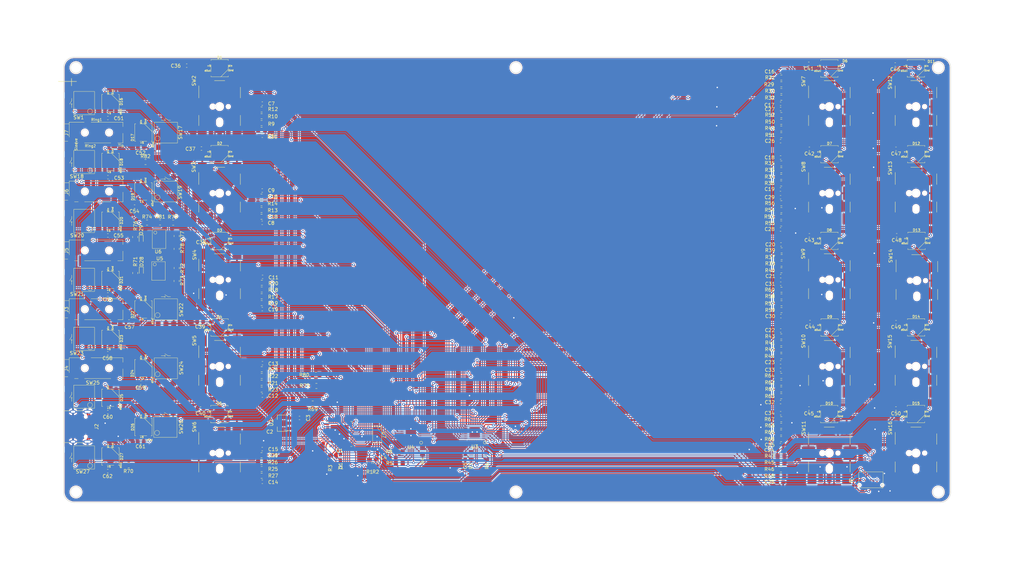
<source format=kicad_pcb>
(kicad_pcb (version 20211014) (generator pcbnew)
  (layers (0 "F.Cu" signal) (31 "B.Cu" signal) (34 "B.Paste" user) (35 "F.Paste" user) (36 "B.SilkS" user "B.Silkscreen") (37 "F.SilkS" user "F.Silkscreen") (38 "B.Mask" user) (39 "F.Mask" user) (44 "Edge.Cuts" user))
  (net 0 "")
  (net 1 "+5V")
  (net 2 "GND")
  (net 3 "Net-(C1-Pad2)")
  (net 4 "EN_1A")
  (net 5 "EN_1B")
  (net 6 "EN_6A")
  (net 7 "EN_6B")
  (net 8 "EN_11A")
  (net 9 "EN_11B")
  (net 10 "EN_2A")
  (net 11 "EN_2B")
  (net 12 "Reset")
  (net 13 "SWCLK")
  (net 14 "SWDIO")
  (net 15 "EN1_INT")
  (net 16 "EN_7A")
  (net 17 "EN2_INT")
  (net 18 "EN_7B")
  (net 19 "Net-(R5-Pad2)")
  (net 20 "SDA_BUS")
  (net 21 "SCL_BUS")
  (net 22 "D+")
  (net 23 "D-")
  (net 24 "EN_12A")
  (net 25 "EN_12B")
  (net 26 "EN_3A")
  (net 27 "EN_3B")
  (net 28 "EN_8A")
  (net 29 "EN_8B")
  (net 30 "EN_13A")
  (net 31 "EN_13B")
  (net 32 "EN_4A")
  (net 33 "EN_4B")
  (net 34 "EN_9A")
  (net 35 "EN_9B")
  (net 36 "EN_14A")
  (net 37 "EN_14B")
  (net 38 "EN_5A")
  (net 39 "EN_5B")
  (net 40 "EN_10A")
  (net 41 "EN_10B")
  (net 42 "EN_15A")
  (net 43 "EN_15B")
  (net 44 "Net-(D1-Pad2)")
  (net 45 "Net-(D1-Pad4)")
  (net 46 "Net-(D2-Pad2)")
  (net 47 "Net-(D3-Pad2)")
  (net 48 "Net-(D4-Pad2)")
  (net 49 "Net-(D5-Pad2)")
  (net 50 "Net-(D6-Pad2)")
  (net 51 "Net-(D7-Pad2)")
  (net 52 "Net-(D8-Pad2)")
  (net 53 "Net-(D10-Pad4)")
  (net 54 "Net-(D10-Pad2)")
  (net 55 "Net-(D11-Pad2)")
  (net 56 "Net-(D12-Pad2)")
  (net 57 "Net-(D13-Pad2)")
  (net 58 "Net-(D14-Pad2)")
  (net 59 "Net-(D15-Pad2)")
  (net 60 "Net-(D16-Pad2)")
  (net 61 "Net-(D17-Pad2)")
  (net 62 "Net-(D18-Pad2)")
  (net 63 "Net-(D19-Pad2)")
  (net 64 "Net-(D20-Pad2)")
  (net 65 "Net-(D21-Pad2)")
  (net 66 "Net-(D22-Pad2)")
  (net 67 "Net-(D23-Pad2)")
  (net 68 "Net-(D24-Pad2)")
  (net 69 "Net-(D25-Pad2)")
  (net 70 "Net-(D26-Pad2)")
  (net 71 "Net-(D27-Pad2)")
  (net 76 "Net-(R7-Pad2)")
  (net 77 "Net-(R8-Pad2)")
  (net 78 "Net-(J4-Pad2)")
  (net 79 "Net-(J4-Pad3)")
  (net 80 "Net-(R13-Pad2)")
  (net 81 "Net-(R14-Pad2)")
  (net 82 "Net-(R17-Pad2)")
  (net 83 "Net-(R18-Pad2)")
  (net 84 "Net-(R21-Pad2)")
  (net 85 "Net-(R22-Pad2)")
  (net 86 "Net-(R25-Pad2)")
  (net 87 "Net-(R26-Pad2)")
  (net 88 "Net-(R29-Pad2)")
  (net 89 "Net-(R30-Pad2)")
  (net 90 "Net-(R33-Pad2)")
  (net 91 "Net-(R34-Pad2)")
  (net 92 "Net-(R37-Pad2)")
  (net 93 "Net-(R38-Pad2)")
  (net 94 "Net-(R41-Pad2)")
  (net 95 "Net-(R42-Pad2)")
  (net 96 "Net-(R45-Pad2)")
  (net 97 "Net-(R46-Pad2)")
  (net 98 "Net-(R49-Pad2)")
  (net 99 "Net-(R50-Pad2)")
  (net 100 "Net-(R53-Pad2)")
  (net 101 "Net-(R54-Pad2)")
  (net 102 "Net-(R57-Pad2)")
  (net 103 "Net-(R58-Pad2)")
  (net 104 "Net-(R61-Pad2)")
  (net 105 "Net-(R62-Pad2)")
  (net 106 "Net-(R65-Pad2)")
  (net 107 "Net-(R66-Pad2)")
  (net 108 "LED_Out")
  (net 110 "EN_But_01")
  (net 111 "EN_But_06")
  (net 112 "EN_But_11")
  (net 113 "EN_But_02")
  (net 114 "EN_But_07")
  (net 115 "EN_But_12")
  (net 116 "EN_But_03")
  (net 117 "EN_But_08")
  (net 118 "EN_But_13")
  (net 119 "EN_But_04")
  (net 120 "EN_But_09")
  (net 121 "EN_But_14")
  (net 122 "EN_But_05")
  (net 123 "EN_But_10")
  (net 124 "EN_But_15")
  (net 134 "TB_01")
  (net 135 "TB_02")
  (net 136 "TB_03")
  (net 137 "RX1")
  (net 138 "Net-(D28-Pad1)")
  (net 139 "Net-(D28-Pad2)")
  (net 140 "Net-(D29-Pad1)")
  (net 141 "Net-(D29-Pad2)")
  (net 142 "RDY 1")
  (net 143 "RDY 2")
  (net 144 "PGM_1")
  (net 145 "PGM_2")
  (net 146 "NRST1")
  (net 147 "NRST2")
  (net 148 "LED_DATA")
  (net 149 "LED_CLK")
  (net 150 "LED_LATCH")
  (net 151 "LED_BLANK1")
  (net 152 "Net-(J3-Pad3)")
  (net 153 "Net-(R73-Pad1)")
  (net 154 "TX1")
  (net 155 "Net-(J5-Pad3)")
  (net 156 "Net-(R78-Pad1)")
  (net 157 "Net-(J6-Pad3)")
  (net 158 "TX2")
  (net 159 "Net-(J6-Pad2)")
  (net 160 "Net-(J7-Pad4)")
  (net 161 "Net-(J7-Pad2)")
  (net 162 "Pedal_In")
  (net 163 "TB_04")
  (net 164 "TB_05")
  (net 165 "TB_06")
  (net 166 "TB_07")
  (net 167 "TB_08")
  (net 168 "TB_09")
  (net 169 "TB_10")
  (net 170 "TB_11")
  (net 171 "TB_12")
  (net 179 "Net-(R11-Pad2)")
  (net 180 "Net-(R10-Pad2)")
  (net 190 "+3.3V")
  (net 191 "RX2")
  (footprint "Libraries:IN-PI55TATPRPGPB" (layer "F.Cu") (at 221.01 53)
    (fp_text reference "D8")
    (fp_text value "IN-PI55TATPRPGPB" hide)
  )
  (footprint "Libraries:IN-PI55TATPRPGPB" (layer "F.Cu") (at 13.5 47.18 90)
    (fp_text reference "D20")
    (fp_text value "IN-PI55TATPRPGPB" hide)
  )
  (footprint "Resistor_SMD:R_0805_2012Metric_Pad1.20x1.40mm_HandSolder" (layer "F.Cu") (at 57.12 20.94 180)
    (fp_text reference "R11")
    (fp_text value "10K" hide)
  )
  (footprint "Resistor_SMD:R_0805_2012Metric_Pad1.20x1.40mm_HandSolder" (layer "F.Cu") (at 32.59 51.61 -90)
    (fp_text reference "R77")
    (fp_text value "1K" hide)
  )
  (footprint "Capacitor_SMD:C_0603_1608Metric_Pad1.08x0.95mm_HandSolder" (layer "F.Cu") (at 206.92 99.55)
    (fp_text reference "C32")
    (fp_text value "10nf" hide)
  )
  (footprint "Capacitor_SMD:C_0603_1608Metric_Pad1.08x0.95mm_HandSolder" (layer "F.Cu") (at 240.2325 101.4 180)
    (fp_text reference "C50")
    (fp_text value "100nf" hide)
  )
  (footprint "Libraries:IN-PI55TATPRPGPB" (layer "F.Cu") (at 13.5 81.3 90)
    (fp_text reference "D23")
    (fp_text value "IN-PI55TATPRPGPB" hide)
  )
  (footprint "Capacitor_SMD:C_0603_1608Metric_Pad1.08x0.95mm_HandSolder" (layer "F.Cu") (at 12.75 68.48)
    (fp_text reference "C56")
    (fp_text value "100nf" hide)
  )
  (footprint "Resistor_SMD:R_0805_2012Metric_Pad1.20x1.40mm_HandSolder" (layer "F.Cu") (at 96.825 113.825)
    (fp_text reference "R8")
    (fp_text value "0R" hide)
  )
  (footprint "Resistor_SMD:R_0805_2012Metric_Pad1.20x1.40mm_HandSolder" (layer "F.Cu") (at 207.14 11.69)
    (fp_text reference "R32")
    (fp_text value "10K" hide)
  )
  (footprint "Capacitor_SMD:C_0603_1608Metric_Pad1.08x0.95mm_HandSolder" (layer "F.Cu") (at 57.28 47.79 180)
    (fp_text reference "C8")
    (fp_text value "10nf" hide)
  )
  (footprint "Resistor_SMD:R_0805_2012Metric_Pad1.20x1.40mm_HandSolder" (layer "F.Cu") (at 31.6 47.73 180)
    (fp_text reference "R79")
    (fp_text value "220R" hide)
  )
  (footprint "Capacitor_SMD:C_0603_1608Metric_Pad1.08x0.95mm_HandSolder" (layer "F.Cu") (at 206.94 4.13)
    (fp_text reference "C16")
    (fp_text value "10nf" hide)
  )
  (footprint "Capacitor_SMD:C_0603_1608Metric_Pad1.08x0.95mm_HandSolder" (layer "F.Cu") (at 206.8 122.63)
    (fp_text reference "C25")
    (fp_text value "10nf" hide)
  )
  (footprint "Resistor_SMD:R_0805_2012Metric_Pad1.20x1.40mm_HandSolder" (layer "F.Cu") (at 207.1275 32.6)
    (fp_text reference "R33")
    (fp_text value "10K" hide)
  )
  (footprint "Libraries:IN-PI55TATPRPGPB" (layer "F.Cu") (at 13.5 30.24 90)
    (fp_text reference "D18")
    (fp_text value "IN-PI55TATPRPGPB" hide)
  )
  (footprint "Capacitor_SMD:C_0603_1608Metric_Pad1.08x0.95mm_HandSolder" (layer "F.Cu") (at 79.87 115.54 90)
    (fp_text reference "C1")
    (fp_text value "1uf" hide)
  )
  (footprint "Capacitor_SMD:C_0603_1608Metric_Pad1.08x0.95mm_HandSolder" (layer "F.Cu") (at 206.95 78.88)
    (fp_text reference "C22")
    (fp_text value "10nf" hide)
  )
  (footprint "Libraries:TS06-667-55-BK-100-G-SMT-TR" (layer "F.Cu") (at 29.5 21.76 90)
    (fp_text reference "SW17")
    (fp_text value "SW_Push" hide)
  )
  (footprint "Libraries:IN-PI55TATPRPGPB" (layer "F.Cu") (at 23 89.77 90)
    (fp_text reference "D24")
    (fp_text value "IN-PI55TATPRPGPB" hide)
  )
  (footprint "Resistor_SMD:R_0805_2012Metric_Pad1.20x1.40mm_HandSolder" (layer "F.Cu") (at 207.12 93.94)
    (fp_text reference "R62")
    (fp_text value "10K" hide)
  )
  (footprint "Libraries:PEC11S" (layer "F.Cu") (at 45 39.25)
    (fp_text reference "SW3")
    (fp_text value "Encoder" hide)
    (fp_line (start -0.8 4.2) (end -0.8 4.85) (layer "Edge.Cuts") (width 0.05))
    (fp_line (start 0.8 4.2) (end 0.8 4.85) (layer "Edge.Cuts") (width 0.05))
    (fp_arc (start -0.8 4.2) (mid 0 3.4) (end 0.8 4.2) (layer "Edge.Cuts") (width 0.05))
    (fp_arc (start 0.8 4.85) (mid 0 5.65) (end -0.8 4.85) (layer "Edge.Cuts") (width 0.05))
    (fp_circle (center 2.5 0) (end 3 0) (layer "Edge.Cuts") (width 0.05) (fill none))
    (fp_circle (center -2 0) (end -1.35 0) (layer "Edge.Cuts") (width 0.05) (fill none))
    (fp_circle (center 0 0) (end 1.025 0) (layer "Edge.Cuts") (width 0.05) (fill none))
  )
  (footprint "Capacitor_SMD:C_0603_1608Metric_Pad1.08x0.95mm_HandSolder" (layer "F.Cu") (at 35.5 2.43 180)
    (fp_text reference "C36")
    (fp_text value "100nf" hide)
  )
  (footprint "Resistor_SMD:R_0805_2012Metric_Pad1.20x1.40mm_HandSolder" (layer "F.Cu") (at 57.14 93.97 180)
    (fp_text reference "R21")
    (fp_text value "10K" hide)
  )
  (footprint "Capacitor_SMD:C_0603_1608Metric_Pad1.08x0.95mm_HandSolder" (layer "F.Cu") (at 240.25 76.49 180)
    (fp_text reference "C49")
    (fp_text value "100nf" hide)
  )
  (footprint "Resistor_SMD:R_0805_2012Metric_Pad1.20x1.40mm_HandSolder" (layer "F.Cu") (at 207.12 22.5)
    (fp_text reference "R51")
    (fp_text value "10K" hide)
  )
  (footprint "Capacitor_SMD:C_0603_1608Metric_Pad1.08x0.95mm_HandSolder" (layer "F.Cu") (at 206.97 65.38)
    (fp_text reference "C31")
    (fp_text value "10nf" hide)
  )
  (footprint "Resistor_SMD:R_0805_2012Metric_Pad1.20x1.40mm_HandSolder" (layer "F.Cu") (at 32.59 55.32 90)
    (fp_text reference "R78")
    (fp_text value "4.7K" hide)
  )
  (footprint "Libraries:PEC11S" (layer "F.Cu") (at 45 89.25)
    (fp_text reference "SW5")
    (fp_text value "Encoder" hide)
    (fp_line (start -0.8 4.2) (end -0.8 4.85) (layer "Edge.Cuts") (width 0.05))
    (fp_line (start 0.8 4.2) (end 0.8 4.85) (layer "Edge.Cuts") (width 0.05))
    (fp_arc (start -0.8 4.2) (mid 0 3.4) (end 0.8 4.2) (layer "Edge.Cuts") (width 0.05))
    (fp_arc (start 0.8 4.85) (mid 0 5.65) (end -0.8 4.85) (layer "Edge.Cuts") (width 0.05))
    (fp_circle (center -2 0) (end -1.35 0) (layer "Edge.Cuts") (width 0.05) (fill none))
    (fp_circle (center 2.5 0) (end 3 0) (layer "Edge.Cuts") (width 0.05) (fill none))
    (fp_circle (center 0 0) (end 1.025 0) (layer "Edge.Cuts") (width 0.05) (fill none))
  )
  (footprint "Resistor_SMD:R_0805_2012Metric_Pad1.20x1.40mm_HandSolder" (layer "F.Cu") (at 207.03 118.97)
    (fp_text reference "R46")
    (fp_text value "10K" hide)
  )
  (footprint "Resistor_SMD:R_0805_2012Metric_Pad1.20x1.40mm_HandSolder" (layer "F.Cu") (at 207.1275 30.67)
    (fp_text reference "R35")
    (fp_text value "10K" hide)
  )
  (footprint "Capacitor_SMD:C_0603_1608Metric_Pad1.08x0.95mm_HandSolder" (layer "F.Cu") (at 215.2425 26.43 180)
    (fp_text reference "C42")
    (fp_text value "100nf" hide)
  )
  (footprint "Capacitor_SMD:C_0603_1608Metric_Pad1.08x0.95mm_HandSolder" (layer "F.Cu") (at 240.02 2.1 180)
    (fp_text reference "C46")
    (fp_text value "100nf" hide)
  )
  (footprint "Capacitor_SMD:C_0603_1608Metric_Pad1.08x0.95mm_HandSolder" (layer "F.Cu") (at 12.75 17.53)
    (fp_text reference "C51")
    (fp_text value "100nf" hide)
  )
  (footprint "Libraries:IN-PI55TATPRPGPB" (layer "F.Cu") (at 221.08 78.01)
    (fp_text reference "D9")
    (fp_text value "IN-PI55TATPRPGPB" hide)
  )
  (footprint "Capacitor_SMD:C_0603_1608Metric_Pad1.08x0.95mm_HandSolder" (layer "F.Cu") (at 59.56 105.66 -90)
    (fp_text reference "C2")
    (fp_text value "1uF" hide)
  )
  (footprint "Libraries:PEC11S" (layer "F.Cu") (at 246 114.26)
    (fp_text reference "SW16")
    (fp_text value "Encoder" hide)
    (fp_line (start 0.8 4.2) (end 0.8 4.85) (layer "Edge.Cuts") (width 0.05))
    (fp_line (start -0.8 4.2) (end -0.8 4.85) (layer "Edge.Cuts") (width 0.05))
    (fp_arc (start -0.8 4.2) (mid 0 3.4) (end 0.8 4.2) (layer "Edge.Cuts") (width 0.05))
    (fp_arc (start 0.8 4.85) (mid 0 5.65) (end -0.8 4.85) (layer "Edge.Cuts") (width 0.05))
    (fp_circle (center -2 0) (end -1.35 0) (layer "Edge.Cuts") (width 0.05) (fill none))
    (fp_circle (center 2.5 0) (end 3 0) (layer "Edge.Cuts") (width 0.05) (fill none))
    (fp_circle (center 0 0) (end 1.025 0) (layer "Edge.Cuts") (width 0.05) (fill none))
  )
  (footprint "Resistor_SMD:R_0805_2012Metric_Pad1.20x1.40mm_HandSolder" (layer "F.Cu") (at 207.18 71.02)
    (fp_text reference "R57")
    (fp_text value "10K" hide)
  )
  (footprint "Resistor_SMD:R_0805_2012Metric_Pad1.20x1.40mm_HandSolder" (layer "F.Cu") (at 207.0975 36.44)
    (fp_text reference "R36")
    (fp_text value "10K" hide)
  )
  (footprint "Libraries:SJ-43515TS-SMT-TR" (layer "F.Cu") (at 1.61 38.75 90)
    (fp_text reference "J6")
    (fp_text value "SJ-43515TS-SMT-TR" hide)
    (fp_circle (center 0 11.5) (end 0.9 11.5) (layer "Edge.Cuts") (width 0.1) (fill none))
    (fp_circle (center 0 4.5) (end 0.9 4.5) (layer "Edge.Cuts") (width 0.1) (fill none))
  )
  (footprint "Resistor_SMD:R_0805_2012Metric_Pad1.20x1.40mm_HandSolder" (layer "F.Cu") (at 207.0975 46.02)
    (fp_text reference "R53")
    (fp_text value "10K" hide)
  )
  (footprint "Resistor_SMD:R_0805_2012Metric_Pad1.20x1.40mm_HandSolder" (layer "F.Cu") (at 207.12 82.52)
    (fp_text reference "R41")
    (fp_text value "10K" hide)
  )
  (footprint "Resistor_SMD:R_0805_2012Metric_Pad1.20x1.40mm_HandSolder" (layer "F.Cu") (at 207.12 20.59)
    (fp_text reference "R49")
    (fp_text value "10K" hide)
  )
  (footprint "Resistor_SMD:R_0805_2012Metric_Pad1.20x1.40mm_HandSolder" (layer "F.Cu") (at 96.865 117.255)
    (fp_text reference "R5")
    (fp_text value "10K" hide)
  )
  (footprint "Libraries:IN-PI55TATPRPGPB" (layer "F.Cu") (at 221 3.24)
    (fp_text reference "D6")
    (fp_text value "IN-PI55TATPRPGPB" hide)
  )
  (footprint "Libraries:PEC11S" (layer "F.Cu") (at 221 64.25)
    (fp_text reference "SW9")
    (fp_text value "Encoder" hide)
    (fp_line (start -0.8 4.2) (end -0.8 4.85) (layer "Edge.Cuts") (width 0.05))
    (fp_line (start 0.8 4.2) (end 0.8 4.85) (layer "Edge.Cuts") (width 0.05))
    (fp_arc (start 0.8 4.85) (mid 0 5.65) (end -0.8 4.85) (layer "Edge.Cuts") (width 0.05))
    (fp_arc (start -0.8 4.2) (mid 0 3.4) (end 0.8 4.2) (layer "Edge.Cuts") (width 0.05))
    (fp_circle (center 2.5 0) (end 3 0) (layer "Edge.Cuts") (width 0.05) (fill none))
    (fp_circle (center 0 0) (end 1.025 0) (layer "Edge.Cuts") (width 0.05) (fill none))
    (fp_circle (center -2 0) (end -1.35 0) (layer "Edge.Cuts") (width 0.05) (fill none))
  )
  (footprint "Libraries:PEC11S" (layer "F.Cu") (at 221 14.26)
    (fp_text reference "SW7")
    (fp_text value "Encoder" hide)
    (fp_line (start -0.8 4.2) (end -0.8 4.85) (layer "Edge.Cuts") (width 0.05))
    (fp_line (start 0.8 4.2) (end 0.8 4.85) (layer "Edge.Cuts") (width 0.05))
    (fp_arc (start -0.8 4.2) (mid 0 3.4) (end 0.8 4.2) (layer "Edge.Cuts") (width 0.05))
    (fp_arc (start 0.8 4.85) (mid 0 5.65) (end -0.8 4.85) (layer "Edge.Cuts") (width 0.05))
    (fp_circle (center 2.5 0) (end 3 0) (layer "Edge.Cuts") (width 0.05) (fill none))
    (fp_circle (center -2 0) (end -1.35 0) (layer "Edge.Cuts") (width 0.05) (fill none))
    (fp_circle (center 0 0) (end 1.025 0) (layer "Edge.Cuts") (width 0.05) (fill none))
  )
  (footprint "Resistor_SMD:R_0805_2012Metric_Pad1.20x1.40mm_HandSolder" (layer "F.Cu") (at 57.1 44.1 180)
    (fp_text reference "R13")
    (fp_text value "10K" hide)
  )
  (footprint "Libraries:M24512-DFDW6TP" (layer "F.Cu") (at 90.45 108.87 -90)
    (fp_text reference "U7")
    (fp_text value "M24512-DFDW6TP" hide)
  )
  (footprint "Resistor_SMD:R_0805_2012Metric_Pad1.20x1.40mm_HandSolder" (layer "F.Cu") (at 207.1 106.39)
    (fp_text reference "R65")
    (fp_text value "10K" hide)
  )
  (footprint "Resistor_SMD:R_0805_2012Metric_Pad1.20x1.40mm_HandSolder" (layer "F.Cu") (at 57.14 120.83 180)
    (fp_text reference "R27")
    (fp_text value "10K" hide)
  )
  (footprint "Resistor_SMD:R_0805_2012Metric_Pad1.20x1.40mm_HandSolder" (layer "F.Cu") (at 103.585 113.735 90)
    (fp_text reference "R4")
    (fp_text value "10K" hide)
  )
  (footprint "Capacitor_SMD:C_0603_1608Metric_Pad1.08x0.95mm_HandSolder" (layer "F.Cu") (at 206.93 90.23)
    (fp_text reference "C33")
    (fp_text value "10nf" hide)
  )
  (footprint "Capacitor_SMD:C_0603_1608Metric_Pad1.08x0.95mm_HandSolder" (layer "F.Cu") (at 57.33 122.55 180)
    (fp_text reference "C14")
    (fp_text value "10nf" hide)
  )
  (footprint "Resistor_SMD:R_0805_2012Metric_Pad1.20x1.40mm_HandSolder" (layer "F.Cu") (at 117.64 115.1 90)
    (fp_text reference "R7")
    (fp_text value "10K" hide)
  )
  (footprint "Resistor_SMD:R_0805_2012Metric_Pad1.20x1.40mm_HandSolder" (layer "F.Cu") (at 207.08 108.31)
    (fp_text reference "R66")
    (fp_text value "10K" hide)
  )
  (footprint "Capacitor_SMD:C_0603_1608Metric_Pad1.08x0.95mm_HandSolder" (layer "F.Cu") (at 57.32 13.4 180)
    (fp_text reference "C7")
    (fp_text value "10nf" hide)
  )
  (footprint "Capacitor_SMD:C_0603_1608Metric_Pad1.08x0.95mm_HandSolder" (layer "F.Cu") (at 206.9175 40.42)
    (fp_text reference "C29")
    (fp_text value "10nf" hide)
  )
  (footprint "Resistor_SMD:R_0805_2012Metric_Pad1.20x1.40mm_HandSolder" (layer "F.Cu") (at 207.12 84.44)
    (fp_text reference "R42")
    (fp_text value "10K" hide)
  )
  (footprint "Resistor_SMD:R_0805_2012Metric_Pad1.20x1.40mm_HandSolder" (layer "F.Cu") (at 71.88 99.95 180)
    (fp_text reference "R69")
    (fp_text value "500R" hide)
  )
  (footprint "Diode_SMD:D_SOD-523" (layer "F.Cu") (at 22.36 52.5 -90)
    (fp_text reference "D29")
    (fp_text value "1N914BWS" hide)
  )
  (footprint "Capacitor_SMD:C_0603_1608Metric_Pad1.08x0.95mm_HandSolder" (layer "F.Cu") (at 206.8875 38.15)
    (fp_text reference "C19")
    (fp_text value "10nf" hide)
  )
  (footprint "Diode_SMD:D_SOD-523" (layer "F.Cu") (at 22.41 61.7 -90)
    (fp_text reference "D28")
    (fp_text value "1N914BWS" hide)
  )
  (footprint "Resistor_SMD:R_0805_2012Metric_Pad1.20x1.40mm_HandSolder" (layer "F.Cu") (at 207.13 80.6)
    (fp_text reference "R43")
    (fp_text value "10K" hide)
  )
  (footprint "Package_DFN_QFN:QFN-48-1EP_7x7mm_P0.5mm_EP5.15x5.15mm" (layer "F.Cu") (at 79.645 108.745 180)
    (fp_text reference "U1")
    (fp_text value "ATSAMD21G18A-M" hide)
  )
  (footprint "Libraries:SJ-43515TS-SMT-TR" (layer "F.Cu") (at 1.6 21.75 90)
    (fp_text reference "J7")
    (fp_text value "SJ-43515TS-SMT-TR" hide)
    (fp_circle (center 0 11.5) (end 0.9 11.5) (layer "Edge.Cuts") (width 0.1) (fill none))
    (fp_circle (center 0 4.5) (end 0.9 4.5) (layer "Edge.Cuts") (width 0.1) (fill none))
  )
  (footprint "Libraries:IN-PI55TATPRPGPB" (layer "F.Cu") (at 221.05 28)
    (fp_text reference "D7")
    (fp_text value "IN-PI55TATPRPGPB" hide)
  )
  (footprint "Resistor_SMD:R_0805_2012Metric_Pad1.20x1.40mm_HandSolder" (layer "F.Cu") (at 207.11 95.89)
    (fp_text reference "R61")
    (fp_text value "10K" hide)
  )
  (footprint "Libraries:IN-PI55TATPRPGPB" (layer "F.Cu") (at 246.06 77.97)
    (fp_text reference "D14")
    (fp_text value "IN-PI55TATPRPGPB" hide)
  )
  (footprint "Libraries:5pin SMD ProgramPads" (layer "F.Cu") (at 80.05 120.4)
    (fp_text reference "J1")
    (fp_text value "Conn_01x05" hide)
  )
  (footprint "Capacitor_SMD:C_0603_1608Metric_Pad1.08x0.95mm_HandSolder" (layer "F.Cu") (at 57.3 38.48 180)
    (fp_text reference "C9")
    (fp_text value "10nf" hide)
  )
  (footprint "Capacitor_SMD:C_0603_1608Metric_Pad1.08x0.95mm_HandSolder" (layer "F.Cu") (at 57.32 72.71 180)
    (fp_text reference "C10")
    (fp_text value "10nf" hide)
  )
  (footprint "Libraries:SJ-43515TS-SMT-TR" (layer "F.Cu") (at 1.6 89.75 90)
    (fp_text reference "J4")
    (fp_text value "SJ-43515TS-SMT-TR" hide)
    (fp_circle (center 0 11.5) (end 0.9 11.5) (layer "Edge.Cuts") (width 0.1) (fill none))
    (fp_circle (center 0 4.5) (end 0.9 4.5) (layer "Edge.Cuts") (width 0.1) (fill none))
  )
  (footprint "Connector_USB:USB_C_Receptacle_XKB_U262-16XN-4BVC11" (layer "F.Cu") (at 3.77 106.65 -90)
    (fp_text reference "J2")
    (fp_text value "USB_C_Receptacle_USB2.0" hide)
  )
  (footprint "Libraries:TS06-667-55-BK-100-G-SMT-TR" (layer "F.Cu") (at 5.9 81.3 180)
    (fp_text reference "SW23")
    (fp_text value "SW_Push" hide)
  )
  (footprint "Resistor_SMD:R_0805_2012Metric_Pad1.20x1.40mm_HandSolder" (layer "F.Cu") (at 57.1 116.83 180)
    (fp_text reference "R26")
    (fp_text value "10K" hide)
  )
  (footprint "Capacitor_SMD:C_0603_1608Metric_Pad1.08x0.95mm_HandSolder" (layer "F.Cu") (at 206.9275 28.96)
    (fp_text reference "C18")
    (fp_text value "10nf" hide)
  )
  (footprint "Resistor_SMD:R_0805_2012Metric_Pad1.20x1.40mm_HandSolder" (layer "F.Cu") (at 207.12 104.47)
    (fp_text reference "R67")
    (fp_text value "10K" hide)
  )
  (footprint "Libraries:IN-PI55TATPRPGPB" (layer "F.Cu") (at 23 21.74 90)
    (fp_text reference "D17")
    (fp_text value "IN-PI55TATPRPGPB" hide)
  )
  (footprint "Libraries:PEC11S" (layer "F.Cu") (at 45.01 64.25)
    (fp_text reference "SW4")
    (fp_text value "Encoder" hide)
    (fp_line (start 0.8 4.2) (end 0.8 4.85) (layer "Edge.Cuts") (width 0.05))
    (fp_line (start -0.8 4.2) (end -0.8 4.85) (layer "Edge.Cuts") (width 0.05))
    (fp_arc (start -0.8 4.2) (mid 0 3.4) (end 0.8 4.2) (layer "Edge.Cuts") (width 0.05))
    (fp_arc (start 0.8 4.85) (mid 0 5.65) (end -0.8 4.85) (layer "Edge.Cuts") (width 0.05))
    (fp_circle (center -2 0) (end -1.35 0) (layer "Edge.Cuts") (width 0.05) (fill none))
    (fp_circle (center 2.5 0) (end 3 0) (layer "Edge.Cuts") (width 0.05) (fill none))
    (fp_circle (center 0 0) (end 1.025 0) (layer "Edge.Cuts") (width 0.05) (fill none))
  )
  (footprint "Resistor_SMD:R_0805_2012Metric_Pad1.20x1.40mm_HandSolder" (layer "F.Cu") (at 207.13 86.34)
    (fp_text reference "R44")
    (fp_text value "10K" hide)
  )
  (footprint "Capacitor_SMD:C_0603_1608Metric_Pad1.08x0.95mm_HandSolder" (layer "F.Cu") (at 57.4 63.39 180)
    (fp_text reference "C11")
    (fp_text value "10nf" hide)
  )
  (footprint "Capacitor_SMD:C_0603_1608Metric_Pad1.08x0.95mm_HandSolder" (layer "F.Cu") (at 215.24 51.4 180)
    (fp_text reference "C43")
    (fp_text value "100nf" hide)
  )
  (footprint "Resistor_SMD:R_0805_2012Metric_Pad1.20x1.40mm_HandSolder" (layer "F.Cu") (at 207.18 69.06)
    (fp_text reference "R58")
    (fp_text value "10K" hide)
  )
  (footprint "Libraries:SFH6318 SOIC-8" (layer "F.Cu") (at 27.49 52.51)
    (fp_text reference "U6")
    (fp_text value "SFH6318" hide)
  )
  (footprint "Resistor_SMD:R_0805_2012Metric_Pad1.20x1.40mm_HandSolder" (layer "F.Cu") (at 207.12 97.83)
    (fp_text reference "R63")
    (fp_text value "10K" hide)
  )
  (footprint "Libraries:IN-PI55TATPRPGPB" (layer "F.Cu") (at 245.97 3.22)
    (fp_text reference "D11")
    (fp_text value "IN-PI55TATPRPGPB" hide)
  )
  (footprint "Libraries:IN-PI55TATPRPGPB" (layer "F.Cu") (at 45 78.01)
    (fp_text reference "D4")
    (fp_text value "IN-PI55TATPRPGPB" hide)
  )
  (footprint "Resistor_SMD:R_0805_2012Metric_Pad1.20x1.40mm_HandSolder" (layer "F.Cu") (at 207.07 115.11)
    (fp_text reference "R47")
    (fp_text value "10K" hide)
  )
  (footprint "Capacitor_SMD:C_0603_1608Metric_Pad1.08x0.95mm_HandSolder" (layer "F.Cu") (at 39.38 76.38 180)
    (fp_text reference "C39")
    (fp_text value "100nf" hide)
  )
  (footprint "Resistor_SMD:R_0805_2012Metric_Pad1.20x1.40mm_HandSolder" (layer "F.Cu") (at 207.16 61.5)
    (fp_text reference "R40")
    (fp_text value "10K" hide)
  )
  (footprint "Libraries:10132798-022100LF" (layer "F.Cu") (at 233 122)
    (fp_text reference "J8")
    (fp_text value "Conn_02x10_Counter_Clockwise" hide)
    (fp_circle (center -3.3 1.5) (end -2.95 1.5) (layer "Edge.Cuts") (width 0.01) (fill solid))
    (fp_circle (center 3.3 1.5) (end 3.65 1.5) (layer "Edge.Cuts") (width 0.01) (fill solid))
  )
  (footprint "Resistor_SMD:R_0805_2012Metric_Pad1.20x1.40mm_HandSolder" (layer "F.Cu") (at 122.06 115.12 90)
    (fp_text reference "R6")
    (fp_text value "10K" hide)
  )
  (footprint "Capacitor_SMD:C_0603_1608Metric_Pad1.08x0.95mm_HandSolder" (layer "F.Cu") (at 115.91 115.31 90)
    (fp_text reference "C5")
    (fp_text value "0.1uF" hide)
  )
  (footprint "Resistor_SMD:R_0805_2012Metric_Pad1.20x1.40mm_HandSolder" (layer "F.Cu") (at 23.61 30.25)
    (fp_text reference "R82")
    (fp_text value "220R" hide)
  )
  (footprint "Resistor_SMD:R_0805_2012Metric_Pad1.20x1.40mm_HandSolder" (layer "F.Cu") (at 57.17 90.05 180)
    (fp_text reference "R24")
    (fp_text value "10K" hide)
  )
  (footprint "Capacitor_SMD:C_0603_1608Metric_Pad1.08x0.95mm_HandSolder" (layer "F.Cu") (at 39.62 51.99 180)
    (fp_text reference "C38")
    (fp_text value "100nf" hide)
  )
  (footprint "Resistor_SMD:R_0805_2012Metric_Pad1.20x1.40mm_HandSolder" (layer "F.Cu") (at 57.16 67.05 180)
    (fp_text reference "R18")
    (fp_text value "10K" hide)
  )
  (footprint "Resistor_SMD:R_0805_2012Metric_Pad1.20x1.40mm_HandSolder" (layer "F.Cu") (at 207.2 59.58)
    (fp_text reference "R38")
    (fp_text value "10K" hide)
  )
  (footprint "Resistor_SMD:R_0805_2012Metric_Pad1.20x1.40mm_HandSolder" (layer "F.Cu") (at 57.1 114.87 180)
    (fp_text reference "R28")
    (fp_text value "10K" hide)
  )
  (footprint "Libraries:PEC11S" (layer "F.Cu") (at 221 39.26)
    (fp_text reference "SW8")
    (fp_text value "Encoder" hide)
    (fp_line (start 0.8 4.2) (end 0.8 4.85) (layer "Edge.Cuts") (width 0.05))
    (fp_line (start -0.8 4.2) (end -0.8 4.85) (layer "Edge.Cuts") (width 0.05))
    (fp_arc (start 0.8 4.85) (mid 0 5.65) (end -0.8 4.85) (layer "Edge.Cuts") (width 0.05))
    (fp_arc (start -0.8 4.2) (mid 0 3.4) (end 0.8 4.2) (layer "Edge.Cuts") (width 0.05))
    (fp_circle (center 0 0) (end 1.025 0) (layer "Edge.Cuts") (width 0.05) (fill none))
    (fp_circle (center 2.5 0) (end 3 0) (layer "Edge.Cuts") (width 0.05) (fill none))
    (fp_circle (center -2 0) (end -1.35 0) (layer "Edge.Cuts") (width 0.05) (fill none))
  )
  (footprint "Capacitor_SMD:C_0603_1608Metric_Pad1.08x0.95mm_HandSolder" (layer "F.Cu") (at 215.12 101.41 180)
    (fp_text reference "C45")
    (fp_text value "100nf" hide)
  )
  (footprint "Resistor_SMD:R_0805_2012Metric_Pad1.20x1.40mm_HandSolder" (layer "F.Cu") (at 207.08 110.21)
    (fp_text reference "R68")
    (fp_text value "10K" hide)
  )
  (footprint "Resistor_SMD:R_0805_2012Metric_Pad1.20x1.40mm_HandSolder" (layer "F.Cu") (at 20.62 51.9 -90)
    (fp_text reference "R76")
    (fp_text value "220R" hide)
  )
  (footprint "Capacitor_SMD:C_0603_1608Metric_Pad1.08x0.95mm_HandSolder" (layer "F.Cu") (at 12.75 51.43)
    (fp_text reference "C55")
    (fp_text value "100nf" hide)
  )
  (footprint "Capacitor_SMD:C_0603_1608Metric_Pad1.08x0.95mm_HandSolder" (layer "F.Cu") (at 240.4425 51.39 180)
    (fp_text reference "C48")
    (fp_text value "100nf" hide)
  )
  (footprint "Libraries:TS06-667-55-BK-100-G-SMT-TR" (layer "F.Cu") (at 5.9 30.25 180)
    (fp_text reference "SW18")
    (fp_text value "SW_Push" hide)
  )
  (footprint "Resistor_SMD:R_0805_2012Metric_Pad1.20x1.40mm_HandSolder" (layer "F.Cu") (at 77.02 115.93 -90)
    (fp_text reference "R3")
    (fp_text value "10K" hide)
  )
  (footprint "Resistor_SMD:R_0805_2012Metric_Pad1.20x1.40mm_HandSolder" (layer "F.Cu") (at 57.1 46.06 180)
    (fp_text reference "R15")
    (fp_text value "10K" hide)
  )
  (footprint "Libraries:IN-PI55TATPRPGPB" (layer "F.Cu") (at 246.08 27.99)
    (fp_text reference "D12")
    (fp_text value "IN-PI55TATPRPGPB" hide)
  )
  (footprint "Capacitor_SMD:C_0603_1608Metric_Pad1.08x0.95mm_HandSolder" (layer "F.Cu") (at 206.87 111.91)
    (fp_text reference "C35")
    (fp_text value "10nf" hide)
  )
  (footprint "Capacitor_SMD:C_0603_1608Metric_Pad1.08x0.95mm_HandSolder" (layer "F.Cu") (at 18.85 76.28 180)
    (fp_text reference "C57")
    (fp_text value "100nf" hide)
  )
  (footprint "Capacitor_SMD:C_0603_1608Metric_Pad1.08x0.95mm_HandSolder" (layer "F.Cu") (at 207.04 54.03)
    (fp_text reference "C20")
    (fp_text value "10nf" hide)
  )
  (footprint "Libraries:IN-PI55TATPRPGPB" (layer "F.Cu") (at 45 27.97)
    (fp_text reference "D2")
    (fp_text value "IN-PI55TATPRPGPB" hide)
  )
  (footprint "Libraries:PEC11S" (layer "F.Cu") (at 45 114.26)
    (fp_text reference "SW6")
    (fp_text value "Encoder" hide)
    (fp_line (start 0.8 4.2) (end 0.8 4.85) (layer "Edge.Cuts") (width 0.05))
    (fp_line (start -0.8 4.2) (end -0.8 4.85) (layer "Edge.Cuts") (width 0.05))
    (fp_arc (start 0.8 4.85) (mid 0 5.65) (end -0.8 4.85) (layer "Edge.Cuts") (width 0.05))
    (fp_arc (start -0.8 4.2) (mid 0 3.4) (end 0.8 4.2) (layer "Edge.Cuts") (width 0.05))
    (fp_circle (center 2.5 0) (end 3 0) (layer "Edge.Cuts") (width 0.05) (fill none))
    (fp_circle (center 0 0) (end 1.025 0) (layer "Edge.Cuts") (width 0.05) (fill none))
    (fp_circle (center -2 0) (end -1.35 0) (layer "Edge.Cuts") (width 0.05) (fill none))
  )
  (footprint "Libraries:PEC11S" (layer "F.Cu") (at 45.01 14.25)
    (fp_text reference "SW2")
    (fp_text value "Encoder" hide)
    (fp_line (start 0.8 4.2) (end 0.8 4.85) (layer "Edge.Cuts") (width 0.05))
    (fp_line (start -0.8 4.2) (end -0.8 4.85) (layer "Edge.Cuts") (width 0.05))
    (fp_arc (start -0.8 4.2) (mid 0 3.4) (end 0.8 4.2) (layer "Edge.Cuts") (width 0.05))
    (fp_arc (start 0.8 4.85) (mid 0 5.65) (end -0.8 4.85) (layer "Edge.Cuts") (width 0.05))
    (fp_circle (center 0 0) (end 1.025 0) (layer "Edge.Cuts") (width 0.05) (fill none))
    (fp_circle (center -2 0) (end -1.35 0) (layer "Edge.Cuts") (width 0.05) (fill none))
    (fp_circle (center 2.5 0) (end 3 0) (layer "Edge.Cuts") (width 0.05) (fill none))
  )
  (footprint "Libraries:IN-PI55TATPRPGPB" (layer "F.Cu") (at 44.99 53.05)
    (fp_text reference "D3")
    (fp_text value "IN-PI55TATPRPGPB" hide)
  )
  (footprint "Capacitor_SMD:C_0603_1608Metric_Pad1.08x0.95mm_HandSolder" (layer "F.Cu") (at 240.24 26.43 180)
    (fp_text reference "C47")
    (fp_text value "100nf" hide)
  )
  (footprint "Libraries:IN-PI55TATPRPGPB" (layer "F.Cu") (at 220.97 103.01)
    (fp_text reference "D10")
    (fp_text value "IN-PI55TATPRPGPB" hide)
  )
  (footprint "Capacitor_SMD:C_0603_1608Metric_Pad1.08x0.95mm_HandSolder" (layer "F.Cu") (at 68.06 104.11)
    (fp_text reference "C3")
    (fp_text value "1uF" hide)
  )
  (footprint "Resistor_SMD:R_0805_2012Metric_Pad1.20x1.40mm_HandSolder" (layer "F.Cu") (at 57.12 15.09 180)
    (fp_text reference "R12")
    (fp_text value "10K" hide)
  )
  (footprint "Resistor_SMD:R_0805_2012Metric_Pad1.20x1.40mm_HandSolder" (layer "F.Cu") (at 57.09 40.22 180)
    (fp_text reference "R16")
    (fp_text value "10K" hide)
  )
  (footprint "Resistor_SMD:R_0805_2012Metric_Pad1.20x1.40mm_HandSolder" (layer "F.Cu") (at 207.1375 42.17)
    (fp_text reference "R56")
    (fp_text value "10K" hide)
  )
  (footprint "Capacitor_SMD:C_0603_1608Metric_Pad1.08x0.95mm_HandSolder" (layer "F.Cu") (at 206.93 14.97)
    (fp_text reference "C27")
    (fp_text value "10nf" hide)
  )
  (footprint "Libraries:TS06-667-55-BK-100-G-SMT-TR" (layer "F.Cu") (at 5.9 13.23 180)
    (fp_text reference "SW1")
    (fp_text value "SW_Push" hide)
  )
  (footprint "Resistor_SMD:R_0805_2012Metric_Pad1.20x1.40mm_HandSolder" (layer "F.Cu") (at 207.23 55.76)
    (fp_text reference "R39")
    (fp_text value "10K" hide)
  )
  (footprint "Resistor_SMD:R_0805_2012Metric_Pad1.20x1.40mm_HandSolder" (layer "F.Cu") (at 72.94 94.89 180)
    (fp_text reference "R75")
    (fp_text value "220R" hide)
  )
  (footprint "Libraries:IN-PI55TATPRPGPB" (layer "F.Cu") (at 45.02 3.17)
    (fp_text reference "D1")
    (fp_text value "IN-PI55TATPRPGPB" hide)
  )
  (footprint "Resistor_SMD:R_0805_2012Metric_Pad1.20x1.40mm_HandSolder" (layer "F.Cu") (at 57.14 95.93 180)
    (fp_text reference "R23")
    (fp_text value "10K" hide)
  )
  (footprint "Resistor_SMD:R_0805_2012Metric_Pad1.20x1.40mm_HandSolder" (layer "F.Cu") (at 57.11 18.99 180)
    (fp_text reference "R9")
    (fp_text value "10K" hide)
  )
  (footprint "Resistor_SMD:R_0805_2012Metric_Pad1.20x1.40mm_HandSolder" (layer "F.Cu") (at 207.19 72.99)
    (fp_text reference "R59")
    (fp_text value "10K" hide)
  )
  (footprint "Resistor_SMD:R_0805_2012Metric_Pad1.20x1.40mm_HandSolder" (layer "F.Cu") (at 20.64 62.29 90)
    (fp_text reference "R71")
    (fp_text value "220R" hide)
  )
  (footprint "Libraries:HUQFN32" (layer "F.Cu") (at 100.225 108.355 180)
    (fp_text reference "U4")
    (fp_text value "PCAL6524HEAZ" hide)
  )
  (footprint "Libraries:PEC11S" (layer "F.Cu") (at 246 89.24)
    (fp_text reference "SW15")
    (fp_text value "Encoder" hide)
    (fp_line (start -0.8 4.2) (end -0.8 4.85) (layer "Edge.Cuts") (width 0.05))
    (fp_line (start 0.8 4.2) (end 0.8 4.85) (layer "Edge.Cuts") (width 0.05))
    (fp_arc (start -0.8 4.2) (mid 0 3.4) (end 0.8 4.2) (layer "Edge.Cuts") (width 0.05))
    (fp_arc (start 0.8 4.85) (mid 0 5.65) (end -0.8 4.85) (layer "Edge.Cuts") (width 0.05))
    (fp_circle (center 0 0) (end 1.025 0) (layer "Edge.Cuts") (width 0.05) (fill none))
    (fp_circle (center 2.5 0) (end 3 0) (layer "Edge.Cuts") (width 0.05) (fill none))
    (fp_circle (center -2 0) (end -1.35 0) (layer "Edge.Cuts") (width 0.05) (fill none))
  )
  (footprint "Libraries:SJ-43515TS-SMT-TR" (layer "F.Cu") (at 1.6 72.74 90)
    (fp_text reference "J3")
    (fp_text value "SJ-43515TS-SMT-TR" hide)
    (fp_circle (center 0 4.5) (end 0.9 4.5) (layer "Edge.Cuts") (width 0.1) (fill none))
    (fp_circle (center 0 11.5) (end 0.9 11.5) (layer "Edge.Cuts") (width 0.1) (fill none))
  )
  (footprint "Capacitor_SMD:C_0603_1608Metric_Pad1.08x0.95mm_HandSolder" (layer "F.Cu") (at 57.34 97.66 180)
    (fp_text reference "C12")
    (fp_text value "10nf" hide)
  )
  (footprint "Resistor_SMD:R_0805_2012Metric_Pad1.20x1.40mm_HandSolder" (layer "F.Cu") (at 207.12 18.65)
    (fp_text reference "R50")
    (fp_text value "10K" hide)
  )
  (footprint "Libraries:IN-PI55TATPRPGPB" (layer "F.Cu") (at 44.93 103)
    (fp_text reference "D5")
    (fp_text value "IN-PI55TATPRPGPB" hide)
  )
  (footprint "Capacitor_SMD:C_0603_1608Metric_Pad1.08x0.95mm_HandSolder" (layer "F.Cu") (at 22.24 110.89)
    (fp_text reference "C61")
    (fp_text value "100nf" hide)
  )
  (footprint "Capacitor_SMD:C_0603_1608Metric_Pad1.08x0.95mm_HandSolder" (layer "F.Cu") (at 206.94 102.76)
    (fp_text reference "C34")
    (fp_text value "10nf" hide)
  )
  (footprint "Resistor_SMD:R_0805_2012Metric_Pad1.20x1.40mm_HandSolder" (layer "F.Cu") (at 207.1075 47.99)
    (fp_text reference "R55")
    (fp_text value "10K" hide)
  )
  (footprint "Resistor_SMD:R_0805_2012Metric_Pad1.20x1.40mm_HandSolder" (layer "F.Cu") (at 57.18 65.1 180)
    (fp_text reference "R20")
    (fp_text value "10K" hide)
  )
  (footprint "Capacitor_SMD:C_0603_1608Metric_Pad1.08x0.95mm_HandSolder" (layer "F.Cu") (at 20.46 43.13 180)
    (fp_text reference "C54")
    (fp_text value "100nf" hide)
  )
  (footprint "Capacitor_SMD:C_0603_1608Metric_Pad1.08x0.95mm_HandSolder" (layer "F.Cu") (at 57.32 22.65 180)
    (fp_text reference "C6")
    (fp_text value "10nf" hide)
  )
  (footprint "Libraries:IN-PI55TATPRPGPB" (layer "F.Cu") (at 13.5 64.27 90)
    (fp_text reference "D21")
    (fp_text value "IN-PI55TATPRPGPB" hide)
  )
  (footprint "Libraries:PEC11S" (layer "F.Cu") (at 220.99 114.26)
    (fp_text reference "SW11")
    (fp_text value "Encoder" hide)
    (fp_line (start 0.8 4.2) (end 0.8 4.85) (layer "Edge.Cuts") (width 0.05))
    (fp_line (start -0.8 4.2) (end -0.8 4.85) (layer "Edge.Cuts") (width 0.05))
    (fp_arc (start -0.8 4.2) (mid 0 3.4) (end 0.8 4.2) (layer "Edge.Cuts") (width 0.05))
    (fp_arc (start 0.8 4.85) (mid 0 5.65) (end -0.8 4.85) (layer "Edge.Cuts") (width 0.05))
    (fp_circle (center 0 0) (end 1.025 0) (layer "Edge.Cuts") (width 0.05) (fill none))
    (fp_circle (center -2 0) (end -1.35 0) (layer "Edge.Cuts") (width 0.05) (fill none))
    (fp_circle (center 2.5 0) (end 3 0) (layer "Edge.Cuts") (width 0.05) (fill none))
  )
  (footprint "Resistor_SMD:R_0805_2012Metric_Pad1.20x1.40mm_HandSolder" (layer "F.Cu") (at 207.1075 34.54)
    (fp_text reference "R34")
    (fp_text value "10K" hide)
  )
  (footprint "Capacitor_SMD:C_0603_1608Metric_Pad1.08x0.95mm_HandSolder" (layer "F.Cu") (at 206.9075 49.7)
    (fp_text reference "C28")
    (fp_text value "10nf" hide)
  )
  (footprint "Resistor_SMD:R_0805_2012Metric_Pad1.20x1.40mm_HandSolder" (layer "F.Cu") (at 32.58 64.59 90)
    (fp_text reference "R73")
    (fp_text value "4.7K" hide)
  )
  (footprint "Resistor_SMD:R_0805_2012Metric_Pad1.20x1.40mm_HandSolder" (layer "F.Cu") (at 32.6 60.85 -90)
    (fp_text reference "R72")
    (fp_text value "1K" hide)
  )
  (footprint "Resistor_SMD:R_0805_2012Metric_Pad1.20x1.40mm_HandSolder" (layer "F.Cu") (at 57.14 70.96 180)
    (fp_text reference "R19")
    (fp_text value "10K" hide)
  )
  (footprint "Capacitor_SMD:C_0603_1608Metric_Pad1.08x0.95mm_HandSolder" (layer "F.Cu") (at 206.93 88.07)
    (fp_text reference "C23")
    (fp_text value "10nf" hide)
  )
  (footprint "Resistor_SMD:R_0805_2012Metric_Pad1.20x1.40mm_HandSolder" (layer "F.Cu") (at 207.05 117.04)
    (fp_text reference "R45")
    (fp_text value "10K" hide)
  )
  (footprint "Capacitor_SMD:C_0603_1608Metric_Pad1.08x0.95mm_HandSolder" (layer "F.Cu") (at 206.93 13.42)
    (fp_text reference "C17")
    (fp_text value "10nf" hide)
  )
  (footprint "Capacitor_SMD:C_0603_1608Metric_Pad1.08x0.95mm_HandSolder" (layer "F.Cu") (at 22.24 93.94)
    (fp_text reference "C59")
    (fp_text value "100nf" hide)
  )
  (footprint "Libraries:IN-PI55TATPRPGPB" (layer "F.Cu") (at 246.18 53)
    (fp_text reference "D13")
    (fp_text value "IN-PI55TATPRPGPB" hide)
  )
  (footprint "Resistor_SMD:R_0805_2012Metric_Pad1.20x1.40mm_HandSolder" (layer "F.Cu") (at 207.14 9.76)
    (fp_text reference "R30")
    (fp_text value "10K" hide)
  )
  (footprint "Libraries:TS06-667-55-BK-100-G-SMT-TR" (layer "F.Cu") (at 29.5 38.76 90)
    (fp_text reference "SW19")
    (fp_text value "SW_Push" hide)
  )
  (footprint "Capacitor_SMD:C_0603_1608Metric_Pad1.08x0.95mm_HandSolder" (layer "F.Cu") (at 12.71 85.44)
    (fp_text reference "C58")
    (fp_text value "100nf" hide)
  )
  (footprint "Capacitor_SMD:C_0603_1608Metric_Pad1.08x0.95mm_HandSolder" (layer "F.Cu") (at 22.28 26.11)
    (fp_text reference "C52")
    (fp_text value "100nf" hide)
  )
  (footprint "Libraries:HUQFN32" (layer "F.Cu") (at 118.62 108.33 180)
    (fp_text reference "U3")
    (fp_text value "PCAL6524HEAZ" hide)
  )
  (footprint "Libraries:TS06-667-55-BK-100-G-SMT-TR" (layer "F.Cu") (at 29.35 106.73 90)
    (fp_text reference "SW26")
    (fp_text value "SW_Push" hide)
  )
  (footprint "Resistor_SMD:R_0805_2012Metric_Pad1.20x1.40mm_HandSolder" (layer "F.Cu") (at 207.14 16.7)
    (fp_text reference "R52")
    (fp_text value "10K" hide)
  )
  (footprint "Libraries:TS06-667-55-BK-100-G-SMT-TR" (layer "F.Cu") (at 5.9 115.53 180)
    (fp_text reference "SW27")
    (fp_text value "SW_Push" hide)
  )
  (footprint "Libraries:TS06-667-55-BK-100-G-SMT-TR" (layer "F.Cu") (at 5.9 47.26 180)
    (fp_text reference "SW20")
    (fp_text value "SW_Push" hide)
  )
  (footprint "Resistor_SMD:R_0805_2012Metric_Pad1.20x1.40mm_HandSolder" (layer "F.Cu") (at 57.16 92.01 180)
    (fp_text reference "R22")
    (fp_text value "10K" hide)
  )
  (footprint "Libraries:IN-PI55TATPRPGPB" (layer "F.Cu") (at 23 72.79 90)
    (fp_text reference "D22")
    (fp_text value "IN-PI55TATPRPGPB" hide)
  )
  (footprint "Package_TO_SOT_SMD:SOT-89-3" (layer "F.Cu") (at 63.31 105.64 180)
    (fp_text reference "U2")
    (fp_text value "AP7215-33YG-13" hide)
  )
  (footprint "Capacitor_SMD:C_0603_1608Metric_Pad1.08x0.95mm_HandSolder" (layer "F.Cu") (at 12.72 119.47)
    (fp_text reference "C62")
    (fp_text value "100nf" hide)
  )
  (footprint "Libraries:PEC11S" (layer "F.Cu") (at 221 89.26)
    (fp_text reference "SW10")
    (fp_text value "Encoder" hide)
    (fp_line (start -0.8 4.2) (end -0.8 4.85) (layer "Edge.Cuts") (width 0.05))
    (fp_line (start 0.8 4.2) (end 0.8 4.85) (layer "Edge.Cuts") (width 0.05))
    (fp_arc (start 0.8 4.85) (mid 0 5.65) (end -0.8 4.85) (layer "Edge.Cuts") (width 0.05))
    (fp_arc (start -0.8 4.2) (mid 0 3.4) (end 0.8 4.2) (layer "Edge.Cuts") (width 0.05))
    (fp_circle (center -2 0) (end -1.35 0) (layer "Edge.Cuts") (width 0.05) (fill none))
    (fp_circle (center 2.5 0) (end 3 0) (layer "Edge.Cuts") (width 0.05) (fill none))
    (fp_circle (center 0 0) (end 1.025 0) (layer "Edge.Cuts") (width 0.05) (fill none))
  )
  (footprint "Capacitor_SMD:C_0603_1608Metric_Pad1.08x0.95mm_HandSolder" (layer "F.Cu") (at 215.07 1.9 180)
    (fp_text reference "C41")
    (fp_text value "100nf" hide)
  )
  (footprint "Libraries:IN-PI55TATPRPGPB" (layer "F.Cu") (at 246.01 102.99)
    (fp_text reference "D15")
    (fp_text value "IN-PI55TATPRPGPB" hide)
  )
  (footprint "Capacitor_SMD:C_0603_1608Metric_Pad1.08x0.95mm_HandSolder" (layer "F.Cu") (at 94.985 115.565)
    (fp_text reference "C4")
    (fp_text value "0.1uF" hide)
  )
  (footprint "Libraries:IN-PI55TATPRPGPB" (layer "F.Cu") (at 23 106.75 90)
    (fp_text reference "D26")
    (fp_text value "IN-PI55TATPRPGPB" hide)
  )
  (footprint "Capacitor_SMD:C_0603_1608Metric_Pad1.08x0.95mm_HandSolder" (layer "F.Cu") (at 12.74 102.4)
    (fp_text reference "C60")
    (fp_text value "100nf" hide)
  )
  (footprint "Capacitor_SMD:C_0603_1608Metric_Pad1.08x0.95mm_HandSolder" (layer "F.Cu") (at 215.42 76.42 180)
    (fp_text reference "C44")
    (fp_text value "100nf" hide)
  )
  (footprint "Resistor_SMD:R_0805_2012Metric_Pad1.20x1.40mm_HandSolder" (layer "F.Cu") (at 88.26 117.11 -90)
    (fp_text reference "R1")
    (fp_text value "3K" hide)
  )
  (footprint "Resistor_SMD:R_0805_2012Metric_Pad1.20x1.40mm_HandSolder" (layer "F.Cu") (at 90.21 117.1 90)
    (fp_text reference "R2")
    (fp_text value "3K" hide)
  )
  (footprint "Resistor_SMD:R_0805_2012Metric_Pad1.20x1.40mm_HandSolder" (layer "F.Cu") (at 27.81 47.69)
    (fp_text reference "R81")
    (fp_text value "220R" hide)
  )
  (footprint "Capacitor_SMD:C_0603_1608Metric_Pad1.08x0.95mm_HandSolder" (layer "F.Cu") (at 207.01 74.74)
    (fp_text reference "C30")
    (fp_text value "10nf" hide)
  )
  (footprint "Resistor_SMD:R_0805_2012Metric_Pad1.20x1.40mm_HandSolder" (layer "F.Cu") (at 72.8 91.64 180)
    (fp_text reference "R80")
    (fp_text value "220R" hide)
  )
  (footprint "Capacitor_SMD:C_0603_1608Metric_Pad1.08x0.95mm_HandSolder" (layer "F.Cu") (at 39.76 26.36 180)
    (fp_text reference "C37")
    (fp_text value "100nf" hide)
  )
  (footprint "Resistor_SMD:R_0805_2012Metric_Pad1.20x1.40mm_HandSolder" (layer "F.Cu") (at 57.14 69.01 180)
    (fp_text reference "R17")
    (fp_text value "10K" hide)
  )
  (footprint "Resistor_SMD:R_0805_2012Metric_Pad1.20x1.40mm_HandSolder" (layer "F.Cu") (at 57.1 42.17 180)
    (fp_text reference "R14")
    (fp_text value "10K" hide)
  )
  (footprint "Libraries:IN-PI55TATPRPGPB" (layer "F.Cu") (at 13.5 98.3 90)
    (fp_text reference "D25")
    (fp_text value "IN-PI55TATPRPGPB" hide)
  )
  (footprint "Resistor_SMD:R_0805_2012Metric_Pad1.20x1.40mm_HandSolder" (layer "F.Cu") (at 207.14 7.82)
    (fp_text reference "R29")
    (fp_text value "10K" hide)
  )
  (footprint "Capacitor_SMD:C_0603_1608Metric_Pad1.08x0.95mm_HandSolder" (layer "F.Cu") (at 206.92 24.23)
    (fp_text reference "C26")
    (fp_text value "10nf" hide)
  )
  (footprint "Capacitor_SMD:C_0603_1608Metric_Pad1.08x0.95mm_HandSolder" (layer "F.Cu") (at 206.96 63.2)
    (fp_text reference "C21")
    (fp_text value "10nf" hide)
  )
  (footprint "Resistor_SMD:R_0805_2012Metric_Pad1.20x1.40mm_HandSolder" (layer "F.Cu") (at 18.77 117.8)
    (fp_text reference "R70")
    (fp_text value "10k" hide)
  )
  (footprint "Resistor_SMD:R_0805_2012Metric_Pad1.20x1.40mm_HandSolder" (layer "F.Cu") (at 207.13 91.98)
    (fp_text reference "R64")
    (fp_text value "10K" hide)
  )
  (footprint "Resistor_SMD:R_0805_2012Metric_Pad1.20x1.40mm_HandSolder" (layer "F.Cu") (at 207.18 67.11)
    (fp_text reference "R60")
    (fp_text value "10K" hide)
  )
  (footprint "Resistor_SMD:R_0805_2012Metric_Pad1.20x1.40mm_HandSolder" (layer "F.Cu") (at 207.1575 44.12)
    (fp_text reference "R54")
    (fp_text value "10K" hide)
  )
  (footprint "Libraries:IN-PI55TATPRPGPB" (layer "F.Cu") (at 13.5 115.25 90)
    (fp_text reference "D27")
    (fp_text value "IN-PI55TATPRPGPB" hide)
  )
  (footprint "Libraries:PEC11S" (layer "F.Cu") (at 246.26 64.48)
    (fp_text reference "SW14")
    (fp_text value "Encoder" hide)
    (fp_line (start 0.8 4.2) (end 0.8 4.85) (layer "Edge.Cuts") (width 0.05))
    (fp_line (start -0.8 4.2) (end -0.8 4.85) (layer "Edge.Cuts") (width 0.05))
    (fp_arc (start 0.8 4.85) (mid 0 5.65) (end -0.8 4.85) (layer "Edge.Cuts") (width 0.05))
    (fp_arc (start -0.8 4.2) (mid 0 3.4) (end 0.8 4.2) (layer "Edge.Cuts") (width 0.05))
    (fp_circle (center 2.5 0) (end 3 0) (layer "Edge.Cuts") (width 0.05) (fill none))
    (fp_circle (center -2 0) (end -1.35 0) (layer "Edge.Cuts") (width 0.05) (fill none))
    (fp_circle (center 0 0) (end 1.025 0) (layer "Edge.Cuts") (width 0.05) (fill none))
  )
  (footprint "Libraries:TS06-667-55-BK-100-G-SMT-TR" (layer "F.Cu") (at 5.9 98 180)
    (fp_text reference "SW25")
    (fp_text value "SW_Push" hide)
  )
  (footprint "Resistor_SMD:R_0805_2012Metric_Pad1.20x1.40mm_HandSolder" (layer "F.Cu") (at 207.23 57.67)
    (fp_text reference "R37")
    (fp_text value "10K" hide)
  )
  (footprint "Libraries:IN-PI55TATPRPGPB" (layer "F.Cu") (at 13.5 13.24 90)
    (fp_text reference "D16")
    (fp_text value "IN-PI55TATPRPGPB" hide)
  )
  (footprint "Resistor_SMD:R_0805_2012Metric_Pad1.20x1.40mm_HandSolder" (layer "F.Cu") (at 24.05 47.72)
    (fp_text reference "R74")
    (fp_text value "220R" hide)
  )
  (footprint "Libraries:SFH6318 SOIC-8" (layer "F.Cu") (at 27.31 61.7)
    (fp_text reference "U5")
    (fp_text value "SFH6318" hide)
  )
  (footprint "Resistor_SMD:R_0805_2012Metric_Pad1.20x1.40mm_HandSolder" (layer "F.Cu") (at 57.12 17.03 180)
    (fp_text reference "R10")
    (fp_text value "10K" hide)
  )
  (footprint "Resistor_SMD:R_0805_2012Metric_Pad1.20x1.40mm_HandSolder" (layer "F.Cu") (at 207.14 5.87)
    (fp_text reference "R31")
    (fp_text value "10K" hide)
  )
  (footprint "Resistor_SMD:R_0805_2012Metric_Pad1.20x1.40mm_HandSolder" (layer "F.Cu") (at 57.14 118.86 180)
    (fp_text reference "R25")
    (fp_text value "10K" hide)
  )
  (footprint "Capacitor_SMD:C_0603_1608Metric_Pad1.08x0.95mm_HandSolder" (layer "F.Cu") (at 57.3 113.12 180)
    (fp_text reference "C15")
    (fp_text value "10nf" hide)
  )
  (footprint "Libraries:PEC11S" (layer "F.Cu") (at 246.01 39.24)
    (fp_text reference "SW13")
    (fp_text value "Encoder" hide)
    (fp_line (start -0.8 4.2) (end -0.8 4.85) (layer "Edge.Cuts") (width 0.05))
    (fp_line (start 0.8 4.2) (end 0.8 4.85) (layer "Edge.Cuts") (width 0.05))
    (fp_arc (start -0.8 4.2) (mid 0 3.4) (end 0.8 4.2) (layer "Edge.Cuts") (width 0.05))
    (fp_arc (start 0.8 4.85) (mid 0 5.65) (end -0.8 4.85) (layer "Edge.Cuts") (width 0.05))
    (fp_circle (center 0 0) (end 1.025 0) (layer "Edge.Cuts") (width 0.05) (fill none))
    (fp_circle (center 2.5 0) (end 3 0) (layer "Edge.Cuts") (width 0.05) (fill none))
    (fp_circle (center -2 0) (end -1.35 0) (layer "Edge.Cuts") (width 0.05) (fill none))
  )
  (footprint "Libraries:SJ-43515TS-SMT-TR" (layer "F.Cu") (at 1.6 55.76 90)
    (fp_text reference "J5")
    (fp_text value "SJ-43515TS-SMT-TR" hide)
    (fp_circle (center 0 11.5) (end 0.9 11.5) (layer "Edge.Cuts") (width 0.1) (fill none))
    (fp_circle (center 0 4.5) (end 0.9 4.5) (layer "Edge.Cuts") (width 0.1) (fill none))
  )
  (footprint "Capacitor_SMD:C_0603_1608Metric_Pad1.08x0.95mm_HandSolder" (layer "F.Cu") (at 39.5 101.4 180)
    (fp_text reference "C40")
    (fp_text value "100nf" hide)
  )
  (footprint "Resistor_SMD:R_0805_2012Metric_Pad1.20x1.40mm_HandSolder" (layer "F.Cu") (at 207.01 120.91)
    (fp_text reference "R48")
    (fp_text value "10K" hide)
  )
  (footprint "Libraries:PEC11S" (layer "F.Cu") (at 246 14.25)
    (fp_text reference "SW12")
    (fp_text value "Encoder" hide)
    (fp_line (start -0.8 4.2) (end -0.8 4.85) (layer "Edge.Cuts") (width 0.05))
    (fp_line (start 0.8 4.2) (end 0.8 4.85) (layer "Edge.Cuts") (width 0.05))
    (fp_arc (start 0.8 4.85) (mid 0 5.65) (end -0.8 4.85) (layer "Edge.Cuts") (width 0.05))
    (fp_arc (start -0.8 4.2) (mid 0 3.4) (end 0.8 4.2) (layer "Edge.Cuts") (width 0.05))
    (fp_circle (center 2.5 0) (end 3 0) (layer "Edge.Cuts") (width 0.05) (fill none))
    (fp_circle (center -2 0) (end -1.35 0) (layer "Edge.Cuts") (width 0.05) (fill none))
    (fp_circle (center 0 0) (end 1.025 0) (layer "Edge.Cuts") (width 0.05) (fill none))
  )
  (footprint "Libraries:IN-PI55TATPRPGPB" (layer "F.Cu") (at 23 38.74 90)
    (fp_text reference "D19")
    (fp_text value "IN-PI55TATPRPGPB" hide)
  )
  (footprint "Capacitor_SMD:C_0603_1608Metric_Pad1.08x0.95mm_HandSolder" (layer "F.Cu") (at 57.37 88.32 180)
    (fp_text reference "C13")
    (fp_text value "10nf" hide)
  )
  (footprint "Libraries:TS06-667-55-BK-100-G-SMT-TR" (layer "F.Cu") (at 5.9 64.26 180)
    (fp_text reference "SW21")
    (fp_text value "SW_Push" hide)
  )
  (footprint "Libraries:TS06-667-55-BK-100-G-SMT-TR" (layer "F.Cu") (at 29.5 72.75 90)
    (fp_text reference "SW22")
    (fp_text value "SW_Push" hide)
  )
  (footprint "Capacitor_SMD:C_0603_1608Metric_Pad1.08x0.95mm_HandSolder" (layer "F.Cu") (at 206.88 113.41)
    (fp_text reference "C24")
    (fp_text value "10nf" hide)
  )
  (footprint "Libraries:TS06-667-55-BK-100-G-SMT-TR" (layer "F.Cu") (at 29.5 89.79 90)
    (fp_text reference "SW24")
    (fp_text value "SW_Push" hide)
  )
  (footprint "Capacitor_SMD:C_0603_1608Metric_Pad1.08x0.95mm_HandSolder" (layer "F.Cu") (at 12.76 34.63)
    (fp_text reference "C53")
    (fp_text value "100nf" hide)
  )
  (gr_line locked (start 2.25 8.25) (end 2.25 6.12) (layer "F.SilkS") (width 0.15))
  (gr_line locked (start 3.7 6.99) (end -1.53 6.99) (layer "F.SilkS") (width 0.15))
  (gr_circle locked (center 252.46 125.5) (end 254.06 125.5) (layer "Edge.Cuts") (width 0.15) (fill none))
  (gr_arc locked (start 253 0) (mid 255.12132 0.87868) (end 256 3) (layer "Edge.Cuts") (width 0.15))
  (gr_circle locked (center 130.54 125.5) (end 132.14 125.5) (layer "Edge.Cuts") (width 0.15) (fill none))
  (gr_line locked (start 253 0) (end 3 0) (layer "Edge.Cuts") (width 0.15))
  (gr_arc locked (start 3 128.5) (mid 0.87868 127.62132) (end 0 125.5) (layer "Edge.Cuts") (width 0.15))
  (gr_line locked (start 3 128.5) (end 253 128.5) (layer "Edge.Cuts") (width 0.15))
  (gr_line locked (start 256 125.5) (end 256 3) (layer "Edge.Cuts") (width 0.15))
  (gr_arc locked (start 256 125.5) (mid 255.12132 127.62132) (end 253 128.5) (layer "Edge.Cuts") (width 0.15))
  (gr_circle locked (center 3.54 125.5) (end 5.14 125.5) (layer "Edge.Cuts") (width 0.15) (fill none))
  (gr_line locked (start 0 3) (end 0 125.5) (layer "Edge.Cuts") (width 0.15))
  (gr_circle locked (center 130.54 3) (end 132.14 3) (layer "Edge.Cuts") (width 0.15) (fill none))
  (gr_circle locked (center 3.54 3) (end 5.14 3) (layer "Edge.Cuts") (width 0.15) (fill none))
  (gr_arc locked (start 0 3) (mid 0.87868 0.87868) (end 3 0) (layer "Edge.Cuts") (width 0.15))
  (gr_circle locked (center 252.46 3) (end 254.06 3) (layer "Edge.Cuts") (width 0.15) (fill none))
  (segment (start 11.56 121.69) (end 10.21 121.69) (width 0.25) (layer "F.Cu") (net 1))
  (segment (start 216.105 26.43) (end 218.62 26.43) (width 0.25) (layer "F.Cu") (net 1))
  (segment (start 240.8825 2.1) (end 243.09 2.1) (width 0.25) (layer "F.Cu") (net 1))
  (segment (start 21.4 110.8675) (end 21.4 109.15) (width 0.25) (layer "F.Cu") (net 1))
  (segment (start 19.7125 76.28) (end 20.31 76.28) (width 0.25) (layer "F.Cu") (net 1))
  (segment (start 11.8975 32.6425) (end 11.9 32.64) (width 0.25) (layer "F.Cu") (net 1))
  (segment (start 240.26 77.96) (end 241.1125 77.1075) (width 0.25) (layer "F.Cu") (net 1))
  (segment (start 220.4 3.44) (end 240.15 3.44) (width 0.25) (layer "F.Cu") (net 1))
  (segment (start 9.28 68.58) (end 11.7875 68.58) (width 0.25) (layer "F.Cu") (net 1))
  (segment (start 8.91 104.26) (end 8.41 104.26) (width 0.4) (layer "F.Cu") (net 1))
  (segment (start 9.45 57.87) (end 7.7 59.62) (width 0.25) (layer "F.Cu") (net 1))
  (segment (start 39.41 99.57) (end 39.42 99.56) (width 0.4) (layer "F.Cu") (net 1))
  (segment (start 243.77 51.39) (end 243.78 51.4) (width 0.25) (layer "F.Cu") (net 1))
  (segment (start 39.81 27.67) (end 40.6225 26.8575) (width 0.25) (layer "F.Cu") (net 1))
  (segment (start 41.0225 51.45) (end 42.59 51.45) (width 0.25) (layer "F.Cu") (net 1))
  (segment (start 231.719154 120.2) (end 231.719154 121.289154) (width 0.25) (layer "F.Cu") (net 1))
  (segment (start 39.4 99.56) (end 19.7275 99.56) (width 0.4) (layer "F.Cu") (net 1))
  (segment (start 11.9 17.5175) (end 11.8875 17.53) (width 0.25) (layer "F.Cu") (net 1))
  (segment (start 243.57 2.61) (end 243.57 1.62) (width 0.25) (layer "F.Cu") (net 1))
  (segment (start 218.6 1.64) (end 220.4 3.44) (width 0.25) (layer "F.Cu") (net 1))
  (segment (start 21.4 41.14) (end 21.4 40.47) (width 0.25) (layer "F.Cu") (net 1))
  (segment (start 6.724951 108.9) (end 5.6 107.775049) (width 0.25) (layer "F.Cu") (net 1))
  (segment (start 9.57 39.72) (end 12.07 37.22) (width 0.25) (layer "F.Cu") (net 1))
  (segment (start 8.29 108.9) (end 8.59 109.2) (width 0.25) (layer "F.Cu") (net 1))
  (segment (start 240.15 3.44) (end 240.8825 2.7075) (width 0.25) (layer "F.Cu") (net 1))
  (segment (start 236.88 108.72) (end 236.88 106.39) (width 0.4) (layer "F.Cu") (net 1))
  (segment (start 244.59 101.39) (end 245.96 102.76) (width 0.25) (layer "F.Cu") (net 1))
  (segment (start 232.75 126.4) (end 198.44 126.4) (width 0.4) (layer "F.Cu") (net 1))
  (segment (start 12.07 37.22) (end 13.75 37.22) (width 0.25) (layer "F.Cu") (net 1))
  (segment (start 11.9175 51.45) (end 11.9175 49.5975) (width 0.25) (layer "F.Cu") (net 1))
  (segment (start 8.59 109.2) (end 7.44 109.2) (width 0.25) (layer "F.Cu") (net 1))
  (segment (start 7.89 119.35) (end 7.89 112.54) (width 0.4) (layer "F.Cu") (net 1))
  (segment (start 239.12 27.83) (end 239.53 28.24) (width 0.25) (layer "F.Cu") (net 1))
  (segment (start 9.24 111.19) (end 9.24 109.85) (width 0.4) (layer "F.Cu") (net 1))
  (segment (start 9.52 38.75) (end 9.52 34.63) (width 0.25) (layer "F.Cu") (net 1))
  (segment (start 42.47 1.72) (end 42.62 1.57) (width 0.25) (layer "F.Cu") (net 1))
  (segment (start 13.92 125.38) (end 7.89 119.35) (width 0.4) (layer "F.Cu") (net 1))
  (segment (start 241.305 51.895) (end 241.305 51.39) (width 0.25) (layer "F.Cu") (net 1))
  (segment (start 240.09 53.11) (end 252.89 53.11) (width 0.25) (layer "F.Cu") (net 1))
  (segment (start 252.89 53.11) (end 254.55 54.77) (width 0.25) (layer "F.Cu") (net 1))
  (segment (start 216.2825 76.42) (end 218.67 76.42) (width 0.25) (layer "F.Cu") (net 1))
  (segment (start 21.4075 93.96) (end 21.4075 97.88) (width 0.25) (layer "F.Cu") (net 1))
  (segment (start 241.095 102.065) (end 241.095 101.4) (width 0.25) (layer "F.Cu") (net 1))
  (segment (start 7.44 104.4) (end 8.27 104.4) (width 0.25) (layer "F.Cu") (net 1))
  (segment (start 8.94 104.29) (end 8.91 104.26) (width 0.4) (layer "F.Cu") (net 1))
  (segment (start 39.71 50.47) (end 40.4825 51.2425) (width 0.25) (layer "F.Cu") (net 1))
  (segment (start 241.1125 76.49) (end 243.54 76.49) (width 0.25) (layer "F.Cu") (net 1))
  (segment (start 220.08 26.4) (end 221.51 27.83) (width 0.25) (layer "F.Cu") (net 1))
  (segment (start 6.67 104.4) (end 7.44 104.4) (width 0.25) (layer "F.Cu") (net 1))
  (segment (start 254.55 99.59) (end 254.55 79.74) (width 0.25) (layer "F.Cu") (net 1))
  (segment (start 40.3625 100.5225) (end 40.3625 101.4) (width 0.25) (layer "F.Cu") (net 1))
  (segment (start 241.1125 77.1075) (end 241.1125 76.49) (width 0.25) (layer "F.Cu") (net 1))
  (segment (start 14.7 12.84) (end 25.9525 12.84) (width 0.25) (layer "F.Cu") (net 1))
  (segment (start 11.9 117.65) (end 11.9 121.35) (width 0.25) (layer "F.Cu") (net 1))
  (segment (start 246.66 8.4) (end 246.66 4.87) (width 0.25) (layer "F.Cu") (net 1))
  (segment (start 21.4175 41.1575) (end 21.4 41.14) (width 0.25) (layer "F.Cu") (net 1))
  (segment (start 251.38 102.76) (end 254.55 99.59) (width 0.25) (layer "F.Cu") (net 1))
  (segment (start 9.46 103.21) (end 9.46 102.28) (width 0.4) (layer "F.Cu") (net 1))
  (segment (start 218.6 1.64) (end 216.1925 1.64) (width 0.25) (layer "F.Cu") (net 1))
  (segment (start 240.26 77.96) (end 252.77 77.96) (width 0.25) (layer "F.Cu") (net 1))
  (segment (start 8.3 50.3) (end 8.3 41.03) (width 0.25) (layer "F.Cu") (net 1))
  (segment (start 11.8875 18.1575) (end 17.88 24.15) (width 0.25) (layer "F.Cu") (net 1))
  (segment (start 39.41 99.57) (end 39.4 99.56) (width 0.4) (layer "F.Cu") (net 1))
  (segment (start 14.8875 104.4) (end 21.3775 110.89) (width 0.25) (layer "F.Cu") (net 1))
  (segment (start 121.19 125.38) (end 13.92 125.38) (width 0.4) (layer "F.Cu") (net 1))
  (segment (start 40.2425 76.38) (end 42.57 76.38) (width 0.25) (layer "F.Cu") (net 1))
  (segment (start 9.24 90.05) (end 9.24 85.42) (width 0.4) (layer "F.Cu") (net 1))
  (segment (start 25.9525 12.84) (end 37.0725 1.72) (width 0.25) (layer "F.Cu") (net 1))
  (segment (start 22.9775 27.67) (end 39.81 27.67) (width 0.25) (layer "F.Cu") (net 1))
  (segment (start 11.8875 17.53) (end 11.8875 18.1575) (width 0.25) (layer "F.Cu") (net 1))
  (segment (start 40.4825 51.2425) (end 40.4825 51.99) (width 0.25) (layer "F.Cu") (net 1))
  (segment (start 241.1025 26.43) (end 243.64 26.43) (width 0.25) (layer "F.Cu") (net 1))
  (segment (start 11.9175 49.5975) (end 11.9 49.58) (width 0.25) (layer "F.Cu") (net 1))
  (segment (start 21.4 93.9525) (end 21.4075 93.96) (width 0.25) (layer "F.Cu") (net 1))
  (segment (start 240.8825 2.7075) (end 240.8825 2.1) (width 0.25) (layer "F.Cu") (net 1))
  (segment (start 9.46 102.28) (end 7.82 100.64) (width 0.4) (layer "F.Cu") (net 1))
  (segment (start 239.53 28.24) (end 240.37 28.24) (width 0.25) (layer "F.Cu") (net 1))
  (segment (start 235.74 126.4) (end 232.75 126.4) (width 0.4) (layer "F.Cu") (net 1))
  (segment (start 9.52 34.63) (end 7.82 32.93) (width 0.25) (layer "F.Cu") (net 1))
  (segment (start 7.82 21.5975) (end 11.8875 17.53) (width 0.25) (layer "F.Cu") (net 1))
  (segment (start 11.8975 87.4325) (end 11.8975 85.55) (width 0.4) (layer "F.Cu") (net 1))
  (segment (start 9.45 51.45) (end 8.3 50.3) (width 0.25) (layer "F.Cu") (net 1))
  (segment (start 9.52 39.72) (end 9.57 39.72) (width 0.25) (layer "F.Cu") (net 1))
  (segment (start 21.4075 97.88) (end 19.4475 99.84) (width 0.25) (layer "F.Cu") (net 1))
  (segment (start 40.6225 26.8575) (end 40.6225 26.36) (width 0.25) (layer "F.Cu") (net 1))
  (segment (start 22.99 73.6) (end 31.86 73.6) (width 0.25) (layer "F.Cu") (net 1))
  (segment (start 239.53 28.24) (end 252.87 28.24) (width 0.25) (layer "F.Cu") (net 1))
  (segment (start 17.67 41.14) (end 21.4 41.14) (width 0.25) (layer "F.Cu") (net 1))
  (segment (start 11.9 85.5475) (end 11.8975 85.55) (width 0.25) (layer "F.Cu") (net 1))
  (segment (start 126.27 120.3) (end 121.19 125.38) (width 0.4) (layer "F.Cu") (net 1))
  (segment (start 11.9 83.7) (end 11.9 85.5475) (width 0.25) (layer "F.Cu") (net 1))
  (segment (start 243.09 2.1) (end 243.57 1.62) (width 0.25) (layer "F.Cu") (net 1))
  (segment (start 240.09 53.11) (end 241.305 51.895) (width 0.25) (layer "F.Cu") (net 1))
  (segment (start 220.32 53.11) (end 240.09 53.11) (width 0.25) (layer "F.Cu") (net 1))
  (segment (start 7.44 108.9) (end 6.724951 108.9) (width 0.25) (layer "F.Cu") (net 1))
  (segment (start 10.35 88.98) (end 11.8975 87.4325) (width 0.4) (layer "F.Cu") (net 1))
  (segment (start 11.9 100.7) (end 11.9 102.4375) (width 0.25) (layer "F.Cu") (net 1))
  (segment (start 192.34 120.3) (end 126.27 120.3) (width 0.4) (layer "F.Cu") (net 1))
  (segment (start 8.3 41.03) (end 9.52 39.81) (width 0.25) (layer "F.Cu") (net 1))
  (segment (start 21.4 40.47) (end 22.93 38.94) (width 0.25) (layer "F.Cu") (net 1))
  (segment (start 7.89 112.54) (end 9.24 111.19) (width 0.4) (layer "F.Cu") (net 1))
  (segment (start 7.7 59.62) (end 7.7 67) (width 0.25) (layer "F.Cu") (net 1))
  (segment (start 241.095 101.4) (end 243.6 101.4) (width 0.25) (layer "F.Cu") (net 1))
  (segment (start 241.095 102.175) (end 241.095 101.4) (width 0.4) (layer "F.Cu") (net 1))
  (segment (start 244.04 3.08) (end 243.57 2.61) (width 0.25) (layer "F.Cu") (net 1))
  (segment (start 11.9 102.4375) (end 11.8975 102.44) (width 0.25) (layer "F.Cu") (net 1))
  (segment (start 21.4 24.14) (end 21.4 26.0925) (width 0.25) (layer "F.Cu") (net 1))
  (segment (start 19.4475 99.84) (end 14.8875 104.4) (width 0.4) (layer "F.Cu") (net 1))
  (segment (start 32.7 38.94) (end 34.36 40.6) (width 0.25) (layer "F.Cu") (net 1))
  (segment (start 243.64 26.43) (end 243.68 26.39) (width 0.25) (layer "F.Cu") (net 1))
  (segment (start 5.6 105.47) (end 6.67 104.4) (width 0.25) (layer "F.Cu") (net 1))
  (segment (start 21.4 75.19) (end 22.99 73.6) (width 0.25) (layer "F.Cu") (net 1))
  (segment (start 11.8975 102.44) (end 9.9375 104.4) (width 0.25) (layer "F.Cu") (net 1))
  (segment (start 254.55 11.76) (end 252.92 10.13) (width 0.25) (layer "F.Cu") (net 1))
  (segment (start 9.24 85.42) (end 7.66 83.84) (width 0.4) (layer "F.Cu") (net 1))
  (segment (start 240.37 28.24) (end 241.1025 27.5075) (width 0.25) (layer "F.Cu") (net 1))
  (segment (start 218.61 51.4) (end 220.32 53.11) (width 0.25) (layer "F.Cu") (net 1))
  (segment (start 42.59 26.36) (end 42.6 26.37) (width 0.25) (layer "F.Cu") (net 1))
  (segment (start 241.305 51.39) (end 243.77 51.39) (width 0.25) (layer "F.Cu") (net 1))
  (segment (start 9.45 51.45) (end 9.45 57.87) (width 0.25) (layer "F.Cu") (net 1))
  (segment (start 240.09 103.07) (end 241.095 102.065) (width 0.25) (layer "F.Cu") (net 1))
  (segment (start 218.68 76.41) (end 220.23 77.96) (width 0.25) (layer "F.Cu") (net 1))
  (segment (start 21.4 92.17) (end 21.4 93.9525) (width 0.25) (layer "F.Cu") (net 1))
  (segment (start 252.92 10.13) (end 248.39 10.13) (width 0.25) (layer "F.Cu") (net 1))
  (segment (start 252.77 77.96) (end 254.55 79.74) (width 0.25) (layer "F.Cu") (net 1))
  (segment (start 21.4175 26.11) (end 22.9775 27.67) (width 0.25) (layer "F.Cu") (net 1))
  (segment (start 243.6 101.4) (end 243.61 101.39) (width 0.25) (layer "F.Cu") (net 1))
  (segment (start 60.62 105.64) (end 64.8725 105.64) (width 0.4) (layer "F.Cu") (net 1))
  (segment (start 9.24 109.85) (end 8.59 109.2) (width 0.4) (layer "F.Cu") (net 1))
  (segment (start 238.33 123.81) (end 235.74 126.4) (width 0.4) (layer "F.Cu") (net 1))
  (segment (start 236.79 112.92) (end 236.79 117.18) (width 0.4) (layer "F.Cu") (net 1))
  (segment (start 21.4175 43.13) (end 21.4175 41.1575) (width 0.25) (layer "F.Cu") (net 1))
  (segment (start 8.94 104.29) (end 9.05 104.4) (width 0.4) (layer "F.Cu") (net 1))
  (segment (start 13.9 81.54) (end 33.98 81.54) (width 0.25) (layer "F.Cu") (net 1))
  (segment (start 248.39 10.13) (end 246.66 8.4) (width 0.25) (layer "F.Cu") (net 1))
  (segment (start 19.7275 99.56) (end 19.4475 99.84) (width 0.4) (layer "F.Cu") (net 1))
  (segment (start 234.25 122.939888) (end 234.25 123.8) (width 0.25) (layer "F.Cu") (net 1))
  (segment (start 40.2425 76.7475) (end 40.2425 76.38) (width 0.25) (layer "F.Cu") (net 1))
  (segment (start 36.53 78.27) (end 36.53 80.41) (width 0.25) (layer "F.Cu") (net 1))
  (segment (start 220.23 77.96) (end 240.26 77.96) (width 0.25) (layer "F.Cu") (net 1))
  (segment (start 218.57 101.41) (end 220.23 103.07) (width 0.25) (layer "F.Cu") (net 1))
  (segment (start 238.33 118.72) (end 238.33 123.81) (width 0.4) (layer "F.Cu") (net 1))
  (segment (start 254.55 54.77) (end 254.55 29.92) (width 0.25) (layer "F.Cu") (net 1))
  (segment (start 234.25 123.8) (end 234.25 124.9) (width 0.25) (layer "F.Cu") (net 1))
  (segment (start 7.82 100.64) (end 7.82 91.51) (width 0.4) (layer "F.Cu") (net 1))
  (segment (start 7.7 67) (end 9.28 68.58) (width 0.25) (layer "F.Cu") (net 1))
  (segment (start 7.82 91.51) (end 10.35 88.98) (width 0.4) (layer "F.Cu") (net 1))
  (segment (start 215.9825 101.41) (end 218.57 101.41) (width 0.25) (layer "F.Cu") (net 1))
  (segment (start 7.66 83.84) (end 7.66 75.3) (width 0.4) (layer "F.Cu") (net 1))
  (segment (start 234.24 124.91) (end 232.75 126.4) (width 0.4) (layer "F.Cu") (net 1))
  (segment (start 254.55 79.74) (end 254.55 54.77) (width 0.25) (layer "F.Cu") (net 1))
  (segment (start 39.41 99.57) (end 40.3625 100.5225) (width 0.25) (layer "F.Cu") (net 1))
  (segment (start 9.05 104.4) (end 9.45 104.4) (width 0.4) (layer "F.Cu") (net 1))
  (segment (start 233.38 122) (end 234.25 122.87) (width 0.25) (layer "F.Cu") (net 1))
  (segment (start 35.45 81.54) (end 40.2425 76.7475) (width 0.25) (layer "F.Cu") (net 1))
  (segment (start 243.54 76.49) (end 243.66 76.37) (width 0.25) (layer "F.Cu") (net 1))
  (segment (start 7.44 104.1) (end 8.25 104.1) (width 0.25) (layer "F.Cu") (net 1))
  (segment (start 7.82 32.93) (end 7.82 21.5975) (width 0.25) (layer "F.Cu") (net 1))
  (segment (start 232.43 122) (end 233.38 122) (width 0.25) (layer "F.Cu") (net 1))
  (segment (start 22.93 38.94) (end 32.7 38.94) (width 0.25) (layer "F.Cu") (net 1))
  (segment (start 20.31 76.28) (end 21.4 75.19) (width 0.25) (layer "F.Cu") (net 1))
  (segment (start 39.42 99.56) (end 54.54 99.56) (width 0.4) (layer "F.Cu") (net 1))
  (segment (start 11.9 15.64) (end 14.7 12.84) (width 0.25) (layer "F.Cu") (net 1))
  (segment (start 218.65 26.4) (end 220.08 26.4) (width 0.25) (layer "F.Cu") (net 1))
  (segment (start 11.9175 51.45) (end 9.45 51.45) (width 0.25) (layer "F.Cu") (net 1))
  (segment (start 218.62 26.43) (end 218.65 26.4) (width 0.25) (layer "F.Cu") (net 1))
  (segment (start 221.51 27.83) (end 239.12 27.83) (width 0.25) (layer "F.Cu") (net 1))
  (segment (start 7.66 75.3) (end 11.8875 71.0725) (width 0.4) (layer "F.Cu") (net 1))
  (segment (start 37.64 50.47) (end 39.71 50.47) (width 0.25) (layer "F.Cu") (net 1))
  (segment (start 34.36 47.19) (end 37.64 50.47) (width 0.25) (layer "F.Cu") (net 1))
  (segment (start 8.25 104.1) (end 8.41 104.26) (width 0.25) (layer "F.Cu") (net 1))
  (segment (start 42.57 76.38) (end 42.6 76.41) (width 0.25) (layer "F.Cu") (net 1))
  (segment (start 11.8975 34.63) (end 11.8975 32.6425) (width 0.25) (layer "F.Cu") (net 1))
  (segment (start 54.54 99.56) (end 60.62 105.64) (width 0.4) (layer "F.Cu") (net 1))
  (segment (start 40.3625 101.4) (end 42.53 101.4) (width 0.25) (layer "F.Cu") (net 1))
  (segment (start 236.88 106.39) (end 241.095 102.175) (width 0.4) (layer "F.Cu") (net 1))
  (segment (start 17.88 24.15) (end 21.39 24.15) (width 0.25) (layer "F.Cu") (net 1))
  (segment (start 231.719154 121.289154) (end 232.43 122) (width 0.25) (layer "F.Cu") (net 1))
  (segment (start 8.27 104.4) (end 8.41 104.26) (width 0.25) (layer "F.Cu") (net 1))
  (segment (start 34.36 40.6) (end 34.36 47.19) (width 0.25) (layer "F.Cu") (net 1))
  (segment (start 33.98 81.54) (end 35.45 81.54) (width 0.25) (layer "F.Cu") (net 1))
  (segment (start 254.55 29.92) (end 254.55 11.76) (width 0.25) (layer "F.Cu") (net 1))
  (segment (start 216.1025 51.4) (end 218.61 51.4) (width 0.25) (layer "F.Cu") (net 1))
  (segment (start 9.52 39.81) (end 9.52 38.75) (width 0.25) (layer "F.Cu") (net 1))
  (segment (start 11.8975 34.63) (end 9.52 34.63) (width 0.25) (layer "F.Cu") (net 1))
  (segment (start 21.3775 110.89) (end 21.4 110.8675) (width 0.25) (layer "F.Cu") (net 1))
  (segment (start 9.28 90.05) (end 9.24 90.05) (width 0.4) (layer "F.Cu") (net 1))
  (segment (start 218.67 76.42) (end 218.68 76.41) (width 0.25) (layer "F.Cu") (net 1))
  (segment (start 13.75 37.22) (end 17.67 41.14) (width 0.25) (layer "F.Cu") (net 1))
  (segment (start 11.8875 71.0725) (end 11.8875 68.48) (width 0.4) (layer "F.Cu") (net 1))
  (segment (start 11.9 83.7) (end 11.9 83.54) (width 0.25) (layer "F.Cu") (net 1))
  (segment (start 31.86 73.6) (end 36.53 78.27) (width 0.25) (layer "F.Cu") (net 1))
  (segment (start 11.9 15.64) (end 11.9 17.5175) (width 0.25) (layer "F.Cu") (net 1))
  (segment (start 9.45 104.4) (end 14.8875 104.4) (width 0.4) (layer "F.Cu") (net 1))
  (segment (start 245.96 102.76) (end 251.38 102.76) (width 0.25) (layer "F.Cu") (net 1))
  (segment (start 8.41 104.26) (end 9.46 103.21) (width 0.4) (layer "F.Cu") (net 1))
  (segment (start 220.23 103.07) (end 240.09 103.07) (width 0.25) (layer "F.Cu") (net 1))
  (segment (start 37.0725 1.72) (end 42.47 1.72) (width 0.25) (layer "F.Cu") (net 1))
  (segment (start 11.9 66.67) (end 11.9 68.5325) (width 0.25) (layer "F.Cu") (net 1))
  (segment (start 241.1025 27.5075) (end 241.1025 26.43) (width 0.25) (layer "F.Cu") (net 1))
  (segment (start 40.4825 51.99) (end 41.0225 51.45) (width 0.25) (layer "F.Cu") (net 1))
  (segment (start 243.61 101.39) (end 244.59 101.39) (width 0.25) (layer "F.Cu") (net 1))
  (segment (start 11.9 83.54) (end 13.9 81.54) (width 0.25) (layer "F.Cu") (net 1))
  (segment (start 216.1925 1.64) (end 215.9325 1.9) (width 0.25) (layer "F.Cu") (net 1))
  (segment (start 21.4 26.0925) (end 21.4175 26.11) (width 0.25) (layer "F.Cu") (net 1))
  (segment (start 198.44 126.4) (end 192.34 120.3) (width 0.4) (layer "F.Cu") (net 1))
  (segment (start 21.39 24.15) (end 21.4 24.14) (width 0.25) (layer "F.Cu") (net 1))
  (segment (start 244.87 3.08) (end 244.04 3.08) (width 0.25) (layer "F.Cu") (net 1))
  (segment (start 252.87 28.24) (end 254.55 29.92) (width 0.25) (layer "F.Cu") (net 1))
  (segment (start 234.25 122.87) (end 234.25 123.8) (width 0.25) (layer "F.Cu") (net 1))
  (segment (start 236.79 117.18) (end 238.33 118.72) (width 0.4) (layer "F.Cu") (net 1))
  (segment (start 40.6225 26.36) (end 42.59 26.36) (width 0.25) (layer "F.Cu") (net 1))
  (segment (start 11.9 121.35) (end 11.56 121.69) (width 0.25) (layer "F.Cu") (net 1))
  (segment (start 5.6 107.775049) (end 5.6 105.47) (width 0.25) (layer "F.Cu") (net 1))
  (segment (start 246.66 4.87) (end 244.87 3.08) (width 0.25) (layer "F.Cu") (net 1))
  (segment (start 7.44 108.9) (end 8.29 108.9) (width 0.25) (layer "F.Cu") (net 1))
  (via (at 236.79 112.92) (size 0.8) (drill 0.4) (layers "F.Cu" "B.Cu") (net 1))
  (via (at 236.88 108.72) (size 0.8) (drill 0.4) (layers "F.Cu" "B.Cu") (net 1))
  (segment (start 236.8 112.91) (end 236.79 112.92) (width 0.4) (layer "B.Cu") (net 1))
  (segment (start 236.8 108.8) (end 236.8 112.91) (width 0.4) (layer "B.Cu") (net 1))
  (segment (start 236.88 108.72) (end 236.8 108.8) (width 0.4) (layer "B.Cu") (net 1))
  (segment (start 229.06 121.99) (end 229.05 122) (width 0.25) (layer "F.Cu") (net 2))
  (segment (start 79.395 112.1825) (end 79.395 108.995) (width 0.25) (layer "F.Cu") (net 2))
  (segment (start 235.26 123.820846) (end 235.280846 123.8) (width 0.25) (layer "F.Cu") (net 2))
  (segment (start 86.092701 109.502701) (end 85.012701 109.502701) (width 0.25) (layer "F.Cu") (net 2))
  (segment (start 230.724727 123.194727) (end 229.52 121.99) (width 0.25) (layer "F.Cu") (net 2))
  (segment (start 78.95 115.4825) (end 79.87 116.4025) (width 0.25) (layer "F.Cu") (net 2))
  (segment (start 32.495 54.415) (end 32.59 54.32) (width 0.25) (layer "F.Cu") (net 2))
  (segment (start 77.395 110.995) (end 79.645 108.745) (width 0.25) (layer "F.Cu") (net 2))
  (segment (start 79.895 103.855) (end 79.895 105.3075) (width 0.25) (layer "F.Cu") (net 2))
  (segment (start 79.895 108.495) (end 79.645 108.745) (width 0.25) (layer "F.Cu") (net 2))
  (segment (start 229.52 121.99) (end 229.06 121.99) (width 0.25) (layer "F.Cu") (net 2))
  (segment (start 85.005 109.495) (end 83.0825 109.495) (width 0.25) (layer "F.Cu") (net 2))
  (segment (start 79.395 112.1825) (end 79.395 113.215) (width 0.25) (layer "F.Cu") (net 2))
  (segment (start 235.26 125.32) (end 235.26 123.820846) (width 0.25) (layer "F.Cu") (net 2))
  (segment (start 79.895 105.3075) (end 79.895 108.495) (width 0.25) (layer "F.Cu") (net 2))
  (segment (start 78.95 113.66) (end 78.95 115.4825) (width 0.25) (layer "F.Cu") (net 2))
  (segment (start 83.0825 109.495) (end 80.395 109.495) (width 0.25) (layer "F.Cu") (net 2))
  (segment (start 230.724727 123.8) (end 230.724727 123.194727) (width 0.25) (layer "F.Cu") (net 2))
  (segment (start 30.055 63.59) (end 30.04 63.605) (width 0.25) (layer "F.Cu") (net 2))
  (segment (start 32.58 63.59) (end 30.055 63.59) (width 0.25) (layer "F.Cu") (net 2))
  (segment (start 76.2075 110.995) (end 77.395 110.995) (width 0.25) (layer "F.Cu") (net 2))
  (segment (start 85.012701 109.502701) (end 85.005 109.495) (width 0.25) (layer "F.Cu") (net 2))
  (segment (start 30.22 54.415) (end 32.495 54.415) (width 0.25) (layer "F.Cu") (net 2))
  (segment (start 78.98 99.57) (end 79.67 100.26) (width 0.25) (layer "F.Cu") (net 2))
  (segment (start 79.395 108.995) (end 79.645 108.745) (width 0.25) (layer "F.Cu") (net 2))
  (segment (start 80.395 109.495) (end 79.645 108.745) (width 0.25) (layer "F.Cu") (net 2))
  (segment (start 79.67 103.63) (end 79.895 103.855) (width 0.25) (layer "F.Cu") (net 2))
  (segment (start 79.395 113.215) (end 78.95 113.66) (width 0.25) (layer "F.Cu") (net 2))
  (segment (start 79.67 100.26) (end 79.67 103.63) (width 0.25) (layer "F.Cu") (net 2))
  (via (at 188.45 19.78) (size 0.8) (drill 0.4) (layers "F.Cu" "B.Cu") (net 2))
  (via (at 129.93 75.21) (size 0.8) (drill 0.4) (layers "F.Cu" "B.Cu") (net 2))
  (via (at 84.88 120.79) (size 0.8) (drill 0.4) (layers "F.Cu" "B.Cu") (net 2))
  (via (at 234.07 101.25) (size 0.8) (drill 0.4) (layers "F.Cu" "B.Cu") (net 2))
  (via (at 80.9 110.12) (size 0.8) (drill 0.4) (layers "F.Cu" "B.Cu") (net 2))
  (via (at 117.14 97.68) (size 0.8) (drill 0.4) (layers "F.Cu" "B.Cu") (net 2))
  (via (at 78.98 99.57) (size 0.8) (drill 0.4) (layers "F.Cu" "B.Cu") (net 2))
  (via (at 233.79 76.69) (size 0.8) (drill 0.4) (layers "F.Cu" "B.Cu") (net 2))
  (via (at 212.55 94.77) (size 0.8) (drill 0.4) (layers "F.Cu" "B.Cu") (net 2))
  (via (at 238.52 125.19) (size 0.8) (drill 0.4) (layers "F.Cu" "B.Cu") (net 2))
  (via (at 233.68 6.56) (size 0.8) (drill 0.4) (layers "F.Cu" "B.Cu") (net 2))
  (via (at 13.5 100.54) (size 0.8) (drill 0.4) (layers "F.Cu" "B.Cu") (net 2))
  (via (at 201.23 106.82) (size 0.8) (drill 0.4) (layers "F.Cu" "B.Cu") (net 2))
  (via (at 46.88 68.63) (size 0.8) (drill 0.4) (layers "F.Cu" "B.Cu") (net 2))
  (via (at 78.36 107.63) (size 0.8) (drill 0.4) (layers "F.Cu" "B.Cu") (net 2))
  (via (at 233.7 26.28) (size 0.8) (drill 0.4) (layers "F.Cu" "B.Cu") (net 2))
  (via (at 235.26 125.32) (size 0.8) (drill 0.4) (layers "F.Cu" "B.Cu") (net 2))
  (via (at 57.7 110.6945) (size 0.8) (drill 0.4) (layers "F.Cu" "B.Cu") (net 2))
  (via (at 130.39 106.54) (size 0.8) (drill 0.4) (layers "F.Cu" "B.Cu") (net 2))
  (via (at 100.21 107.25) (size 0.8) (drill 0.4) (layers "F.Cu" "B.Cu") (net 2))
  (via (at 79.9 118.02) (size 0.8) (drill 0.4) (layers "F.Cu" "B.Cu") (net 2))
  (via (at 234.2 107.39) (size 0.8) (drill 0.4) (layers "F.Cu" "B.Cu") (net 2))
  (via (at 100.23 109.21) (size 0.8) (drill 0.4) (layers "F.Cu" "B.Cu") (net 2))
  (via (at 233.79 31.75) (size 0.8) (drill 0.4) (layers "F.Cu" "B.Cu") (net 2))
  (via (at 188.65 8.72) (size 0.8) (drill 0.4) (layers "F.Cu" "B.Cu") (net 2))
  (via (at 218.85 43.46) (size 0.8) (drill 0.4) (layers "F.Cu" "B.Cu") (net 2))
  (via (at 15.74 109.42) (size 0.8) (drill 0.4) (layers "F.Cu" "B.Cu") (net 2))
  (via (at 197.89 113.22) (size 0.8) (drill 0.4) (layers "F.Cu" "B.Cu") (net 2))
  (via (at 90.47 109.54) (size 0.8) (drill 0.4) (layers "F.Cu" "B.Cu") (net 2))
  (via (at 218.81 68.49) (size 0.8) (drill 0.4) (layers "F.Cu" "B.Cu") (net 2))
  (via (at 201.33 110.33) (size 0.8) (drill 0.4) (layers "F.Cu" "B.Cu") (net 2))
  (via (at 119.32 108.16) (size 0.8) (drill 0.4) (layers "F.Cu" "B.Cu") (net 2))
  (via (at 117.96 108.18) (size 0.8) (drill 0.4) (layers "F.Cu" "B.Cu") (net 2))
  (via (at 233.98 56.59) (size 0.8) (drill 0.4) (layers "F.Cu" "B.Cu") (net 2))
  (via (at 90.6 113.2) (size 0.8) (drill 0.4) (layers "F.Cu" "B.Cu") (net 2))
  (via (at 111.55 118.5445) (size 0.8) (drill 0.4) (layers "F.Cu" "B.Cu") (net 2))
  (via (at 233.61 16.12) (size 0.8) (drill 0.4) (layers "F.Cu" "B.Cu") (net 2))
  (via (at 211.76 119.87) (size 0.8) (drill 0.4) (layers "F.Cu" "B.Cu") (net 2))
  (via (at 37.51 68.15) (size 0.8) (drill 0.4) (layers "F.Cu" "B.Cu") (net 2))
  (via (at 236.91 120.15) (size 0.8) (drill 0.4) (layers "F.Cu" "B.Cu") (net 2))
  (via (at 71.86 113.63) (size 0.8) (drill 0.4) (layers "F.Cu" "B.Cu") (net 2))
  (via (at 188.54 14.32) (size 0.8) (drill 0.4) (layers "F.Cu" "B.Cu") (net 2))
  (via (at 11.97 105.64) (size 0.8) (drill 0.4) (layers "F.Cu" "B.Cu") (net 2))
  (via (at 75.92 120.34) (size 0.8) (drill 0.4) (layers "F.Cu" "B.Cu") (net 2))
  (via (at 218.34 118.24) (size 0.8) (drill 0.4) (layers "F.Cu" "B.Cu") (net 2))
  (via (at 86.092701 109.502701) (size 0.8) (drill 0.4) (layers "F.Cu" "B.Cu") (net 2))
  (via (at 79.59 108.79) (size 0.8) (drill 0.4) (layers "F.Cu" "B.Cu") (net 2))
  (via (at 234.16 94.46) (size 0.8) (drill 0.4) (layers "F.Cu" "B.Cu") (net 2))
  (via (at 201.23 100.31) (size 0.8) (drill 0.4) (layers "F.Cu" "B.Cu") (net 2))
  (via (at 226.09 118.23) (size 0.8) (drill 0.4) (layers "F.Cu" "B.Cu") (net 2))
  (via (at 211.17 43.67) (size 0.8) (drill 0.4) (layers "F.Cu" "B.Cu") (net 2))
  (via (at 211.28 50.75) (size 0.8) (drill 0.4) (layers "F.Cu" "B.Cu") (net 2))
  (via (at 210.19 105.52) (size 0.8) (drill 0.4) (layers "F.Cu" "B.Cu") (net 2))
  (via (at 92.42 114.51) (size 0.8) (drill 0.4) (layers "F.Cu" "B.Cu") (net 2))
  (via (at 219.2 93.38) (size 0.8) (drill 0.4) (layers "F.Cu" "B.Cu") (net 2))
  (segment (start 86.092701 109.502701) (end 90.432701 109.502701) (width 0.25) (layer "B.Cu") (net 2))
  (segment (start 90.432701 109.502701) (end 90.47 109.54) (width 0.25) (layer "B.Cu") (net 2))
  (segment (start 79.895 114.6525) (end 79.87 114.6775) (width 0.25) (layer "F.Cu") (net 3))
  (segment (start 79.895 112.1825) (end 79.895 114.6525) (width 0.25) (layer "F.Cu") (net 3))
  (segment (start 58.1825 22.65) (end 58.1825 21.0025) (width 0.25) (layer "F.Cu") (net 4))
  (segment (start 122.412701 110.912701) (end 121.58 110.08) (width 0.25) (layer "F.Cu") (net 4))
  (segment (start 59.55 22.83) (end 58.3625 22.83) (width 0.25) (layer "F.Cu") (net 4))
  (segment (start 122.412701 110.967299) (end 122.412701 110.912701) (width 0.25) (layer "F.Cu") (net 4))
  (segment (start 58.1825 21.0025) (end 58.12 20.94) (width 0.25) (layer "F.Cu") (net 4))
  (segment (start 121.58 110.08) (end 121.17 110.08) (width 0.25) (layer "F.Cu") (net 4))
  (segment (start 58.3625 22.83) (end 58.1825 22.65) (width 0.25) (layer "F.Cu") (net 4))
  (via (at 59.55 22.83) (size 0.8) (drill 0.4) (layers "F.Cu" "B.Cu") (net 4))
  (via (at 122.412701 110.967299) (size 0.8) (drill 0.4) (layers "F.Cu" "B.Cu") (net 4))
  (segment (start 124.18 112.68) (end 122.467299 110.967299) (width 0.25) (layer "B.Cu") (net 4))
  (segment (start 72.89 22.83) (end 139.04 88.98) (width 0.25) (layer "B.Cu") (net 4))
  (segment (start 139.04 106.69) (end 133.05 112.68) (width 0.25) (layer "B.Cu") (net 4))
  (segment (start 133.05 112.68) (end 124.18 112.68) (width 0.25) (layer "B.Cu") (net 4))
  (segment (start 139.04 88.98) (end 139.04 106.69) (width 0.25) (layer "B.Cu") (net 4))
  (segment (start 59.55 22.83) (end 72.89 22.83) (width 0.25) (layer "B.Cu") (net 4))
  (segment (start 122.467299 110.967299) (end 122.412701 110.967299) (width 0.25) (layer "B.Cu") (net 4))
  (segment (start 122.335402 109.58) (end 121.17 109.58) (width 0.25) (layer "F.Cu") (net 5))
  (segment (start 65.69 21.62) (end 59.16 15.09) (width 0.25) (layer "F.Cu") (net 5))
  (segment (start 58.1825 15.0275) (end 58.12 15.09) (width 0.25) (layer "F.Cu") (net 5))
  (segment (start 58.1825 13.4) (end 58.1825 15.0275) (width 0.25) (layer "F.Cu") (net 5))
  (segment (start 59.16 15.09) (end 58.12 15.09) (width 0.25) (layer "F.Cu") (net 5))
  (segment (start 65.69 23.82) (end 65.69 21.62) (width 0.25) (layer "F.Cu") (net 5))
  (segment (start 123.662701 110.907299) (end 122.335402 109.58) (width 0.25) (layer "F.Cu") (net 5))
  (via (at 123.662701 110.907299) (size 0.8) (drill 0.4) (layers "F.Cu" "B.Cu") (net 5))
  (via (at 65.69 23.82) (size 0.8) (drill 0.4) (layers "F.Cu" "B.Cu") (net 5))
  (segment (start 138.29 89.14) (end 138.29 106.67) (width 0.25) (layer "B.Cu") (net 5))
  (segment (start 123.662701 111.002701) (end 123.662701 110.907299) (width 0.25) (layer "B.Cu") (net 5))
  (segment (start 124.8 112.14) (end 123.662701 111.002701) (width 0.25) (layer "B.Cu") (net 5))
  (segment (start 138.29 106.67) (end 132.82 112.14) (width 0.25) (layer "B.Cu") (net 5))
  (segment (start 132.82 112.14) (end 124.8 112.14) (width 0.25) (layer "B.Cu") (net 5))
  (segment (start 65.69 23.82) (end 72.97 23.82) (width 0.25) (layer "B.Cu") (net 5))
  (segment (start 72.97 23.82) (end 138.29 89.14) (width 0.25) (layer "B.Cu") (net 5))
  (segment (start 121.46 102.08) (end 119.37 104.17) (width 0.25) (layer "F.Cu") (net 6))
  (segment (start 58.1 46.06) (end 59.49 46.06) (width 0.25) (layer "F.Cu") (net 6))
  (segment (start 58.1425 46.1025) (end 58.1 46.06) (width 0.25) (layer "F.Cu") (net 6))
  (segment (start 59.49 46.06) (end 59.53 46.02) (width 0.25) (layer "F.Cu") (net 6))
  (segment (start 121.46 83.48) (end 121.46 102.08) (width 0.25) (layer "F.Cu") (net 6))
  (segment (start 119.37 104.17) (end 119.37 105.78) (width 0.25) (layer "F.Cu") (net 6))
  (segment (start 58.1425 47.79) (end 58.1425 46.1025) (width 0.25) (layer "F.Cu") (net 6))
  (segment (start 121.92 83.02) (end 121.46 83.48) (width 0.25) (layer "F.Cu") (net 6))
  (via (at 121.92 83.02) (size 0.8) (drill 0.4) (layers "F.Cu" "B.Cu") (net 6))
  (via (at 59.53 46.02) (size 0.8) (drill 0.4) (layers "F.Cu" "B.Cu") (net 6))
  (segment (start 121.92 83.02) (end 84.92 46.02) (width 0.25) (layer "B.Cu") (net 6))
  (segment (start 84.92 46.02) (end 59.53 46.02) (width 0.25) (layer "B.Cu") (net 6))
  (segment (start 120.87 101.9) (end 120.8 101.97) (width 0.25) (layer "F.Cu") (net 7))
  (segment (start 120.82 101.947138) (end 118.87 103.897138) (width 0.25) (layer "F.Cu") (net 7))
  (segment (start 121.8 81.59) (end 120.87 82.52) (width 0.25) (layer "F.Cu") (net 7))
  (segment (start 120.87 82.52) (end 120.87 101.9) (width 0.25) (layer "F.Cu") (net 7))
  (segment (start 58.09 38.5525) (end 58.1625 38.48) (width 0.25) (layer "F.Cu") (net 7))
  (segment (start 118.87 103.897138) (end 118.87 105.78) (width 0.25) (layer "F.Cu") (net 7))
  (segment (start 59.57 40.22) (end 59.62 40.17) (width 0.25) (layer "F.Cu") (net 7))
  (segment (start 58.09 40.22) (end 59.57 40.22) (width 0.25) (layer "F.Cu") (net 7))
  (segment (start 58.09 40.22) (end 58.09 38.5525) (width 0.25) (layer "F.Cu") (net 7))
  (via (at 59.62 40.17) (size 0.8) (drill 0.4) (layers "F.Cu" "B.Cu") (net 7))
  (via (at 121.8 81.59) (size 0.8) (drill 0.4) (layers "F.Cu" "B.Cu") (net 7))
  (segment (start 121.8 81.59) (end 80.38 40.17) (width 0.25) (layer "B.Cu") (net 7))
  (segment (start 80.38 40.17) (end 59.62 40.17) (width 0.25) (layer "B.Cu") (net 7))
  (segment (start 115 108.58) (end 116.07 108.58) (width 0.25) (layer "F.Cu") (net 8))
  (segment (start 113.4 83.07) (end 112.77 83.7) (width 0.25) (layer "F.Cu") (net 8))
  (segment (start 112.77 83.7) (end 112.77 106.35) (width 0.25) (layer "F.Cu") (net 8))
  (segment (start 59.95 70.96) (end 58.14 70.96) (width 0.25) (layer "F.Cu") (net 8))
  (segment (start 58.1825 71.0025) (end 58.14 70.96) (width 0.25) (layer "F.Cu") (net 8))
  (segment (start 112.77 106.35) (end 115 108.58) (width 0.25) (layer "F.Cu") (net 8))
  (segment (start 58.1825 72.71) (end 58.1825 71.0025) (width 0.25) (layer "F.Cu") (net 8))
  (via (at 113.4 83.07) (size 0.8) (drill 0.4) (layers "F.Cu" "B.Cu") (net 8))
  (via (at 59.95 70.96) (size 0.8) (drill 0.4) (layers "F.Cu" "B.Cu") (net 8))
  (segment (start 97.25 83.07) (end 113.4 83.07) (width 0.25) (layer "B.Cu") (net 8))
  (segment (start 59.95 71.03) (end 61.56 72.64) (width 0.25) (layer "B.Cu") (net 8))
  (segment (start 86.82 72.64) (end 97.25 83.07) (width 0.25) (layer "B.Cu") (net 8))
  (segment (start 59.95 70.96) (end 59.95 71.03) (width 0.25) (layer "B.Cu") (net 8))
  (segment (start 61.56 72.64) (end 86.82 72.64) (width 0.25) (layer "B.Cu") (net 8))
  (segment (start 112.15 106.366396) (end 114.863604 109.08) (width 0.25) (layer "F.Cu") (net 9))
  (segment (start 58.18 65.1) (end 60.19 65.1) (width 0.25) (layer "F.Cu") (net 9))
  (segment (start 58.18 63.4725) (end 58.2625 63.39) (width 0.25) (layer "F.Cu") (net 9))
  (segment (start 58.18 65.1) (end 58.18 63.4725) (width 0.25) (layer "F.Cu") (net 9))
  (segment (start 114.863604 109.08) (end 116.07 109.08) (width 0.25) (layer "F.Cu") (net 9))
  (segment (start 112.15 82.05) (end 112.15 106.366396) (width 0.25) (layer "F.Cu") (net 9))
  (via (at 112.15 82.05) (size 0.8) (drill 0.4) (layers "F.Cu" "B.Cu") (net 9))
  (via (at 60.19 65.1) (size 0.8) (drill 0.4) (layers "F.Cu" "B.Cu") (net 9))
  (segment (start 60.19 67.44) (end 64.72 71.97) (width 0.25) (layer "B.Cu") (net 9))
  (segment (start 64.72 71.97) (end 87.01 71.97) (width 0.25) (layer "B.Cu") (net 9))
  (segment (start 87.01 71.97) (end 97.09 82.05) (width 0.25) (layer "B.Cu") (net 9))
  (segment (start 97.09 82.05) (end 112.15 82.05) (width 0.25) (layer "B.Cu") (net 9))
  (segment (start 60.19 65.1) (end 60.19 67.44) (width 0.25) (layer "B.Cu") (net 9))
  (segment (start 58.14 95.93) (end 58.14 97.5975) (width 0.25) (layer "F.Cu") (net 10))
  (segment (start 124.67 110.89) (end 122.86 109.08) (width 0.25) (layer "F.Cu") (net 10))
  (segment (start 122.86 109.08) (end 121.17 109.08) (width 0.25) (layer "F.Cu") (net 10))
  (segment (start 58.14 97.5975) (end 58.2025 97.66) (width 0.25) (layer "F.Cu") (net 10))
  (segment (start 59.73 95.13) (end 58.93 95.93) (width 0.25) (layer "F.Cu") (net 10))
  (segment (start 58.93 95.93) (end 58.14 95.93) (width 0.25) (layer "F.Cu") (net 10))
  (via (at 59.73 95.13) (size 0.8) (drill 0.4) (layers "F.Cu" "B.Cu") (net 10))
  (via (at 124.67 110.89) (size 0.8) (drill 0.4) (layers "F.Cu" "B.Cu") (net 10))
  (segment (start 125.4 111.62) (end 124.67 110.89) (width 0.25) (layer "B.Cu") (net 10))
  (segment (start 137.58 106.62) (end 132.58 111.62) (width 0.25) (layer "B.Cu") (net 10))
  (segment (start 59.33 94.73) (end 59.33 90.4) (width 0.25) (layer "B.Cu") (net 10))
  (segment (start 132.16 83.97) (end 137.58 89.39) (width 0.25) (layer "B.Cu") (net 10))
  (segment (start 100.37 89.42) (end 105.82 83.97) (width 0.25) (layer "B.Cu") (net 10))
  (segment (start 105.82 83.97) (end 132.16 83.97) (width 0.25) (layer "B.Cu") (net 10))
  (segment (start 59.33 90.4) (end 60.31 89.42) (width 0.25) (layer "B.Cu") (net 10))
  (segment (start 137.58 89.39) (end 137.58 106.62) (width 0.25) (layer "B.Cu") (net 10))
  (segment (start 132.58 111.62) (end 125.4 111.62) (width 0.25) (layer "B.Cu") (net 10))
  (segment (start 59.73 95.13) (end 59.33 94.73) (width 0.25) (layer "B.Cu") (net 10))
  (segment (start 60.31 89.42) (end 100.37 89.42) (width 0.25) (layer "B.Cu") (net 10))
  (segment (start 125.79775 110.8345) (end 125.79775 110.76775) (width 0.25) (layer "F.Cu") (net 11))
  (segment (start 58.17 88.3825) (end 58.2325 88.32) (width 0.25) (layer "F.Cu") (net 11))
  (segment (start 123.61 108.58) (end 121.17 108.58) (width 0.25) (layer "F.Cu") (net 11))
  (segment (start 59.42 90.05) (end 58.17 90.05) (width 0.25) (layer "F.Cu") (net 11))
  (segment (start 60.16 90.79) (end 59.42 90.05) (width 0.25) (layer "F.Cu") (net 11))
  (segment (start 125.79775 110.76775) (end 123.61 108.58) (width 0.25) (layer "F.Cu") (net 11))
  (segment (start 58.17 90.05) (end 58.17 88.3825) (width 0.25) (layer "F.Cu") (net 11))
  (via (at 60.16 90.79) (size 0.8) (drill 0.4) (layers "F.Cu" "B.Cu") (net 11))
  (via (at 125.79775 110.8345) (size 0.8) (drill 0.4) (layers "F.Cu" "B.Cu") (net 11))
  (segment (start 136.96 89.7) (end 136.96 106.456396) (width 0.25) (layer "B.Cu") (net 11))
  (segment (start 60.63 90.32) (end 100.29 90.32) (width 0.25) (layer "B.Cu") (net 11))
  (segment (start 125.90225 110.73) (end 125.79775 110.8345) (width 0.25) (layer "B.Cu") (net 11))
  (segment (start 132.686396 110.73) (end 125.90225 110.73) (width 0.25) (layer "B.Cu") (net 11))
  (segment (start 60.16 90.79) (end 60.63 90.32) (width 0.25) (layer "B.Cu") (net 11))
  (segment (start 100.29 90.32) (end 106.06 84.55) (width 0.25) (layer "B.Cu") (net 11))
  (segment (start 136.96 106.456396) (end 132.686396 110.73) (width 0.25) (layer "B.Cu") (net 11))
  (segment (start 106.06 84.55) (end 131.81 84.55) (width 0.25) (layer "B.Cu") (net 11))
  (segment (start 131.81 84.55) (end 136.96 89.7) (width 0.25) (layer "B.Cu") (net 11))
  (segment (start 78.55 116.46) (end 77.02 114.93) (width 0.25) (layer "F.Cu") (net 12))
  (segment (start 78.395 112.1825) (end 78.395 113.555) (width 0.25) (layer "F.Cu") (net 12))
  (segment (start 78.55 120.4) (end 78.55 116.46) (width 0.25) (layer "F.Cu") (net 12))
  (segment (start 78.395 113.555) (end 77.02 114.93) (width 0.25) (layer "F.Cu") (net 12))
  (segment (start 81.39 113.76) (end 81.39 120.24) (width 0.25) (layer "F.Cu") (net 13))
  (segment (start 80.895 113.265) (end 81.39 113.76) (width 0.25) (layer "F.Cu") (net 13))
  (segment (start 80.895 112.1825) (end 80.895 113.265) (width 0.25) (layer "F.Cu") (net 13))
  (segment (start 81.39 120.24) (end 81.55 120.4) (width 0.25) (layer "F.Cu") (net 13))
  (segment (start 81.96 117.87) (end 83.05 118.96) (width 0.25) (layer "F.Cu") (net 14))
  (segment (start 81.96 113.55) (end 81.96 117.87) (width 0.25) (layer "F.Cu") (net 14))
  (segment (start 81.395 112.985) (end 81.96 113.55) (width 0.25) (layer "F.Cu") (net 14))
  (segment (start 83.05 118.96) (end 83.05 120.4) (width 0.25) (layer "F.Cu") (net 14))
  (segment (start 81.395 112.1825) (end 81.395 112.985) (width 0.25) (layer "F.Cu") (net 14))
  (segment (start 84.27 114.0575) (end 82.395 112.1825) (width 0.25) (layer "F.Cu") (net 15))
  (segment (start 120.37 112.22) (end 122.06 113.91) (width 0.25) (layer "F.Cu") (net 15))
  (segment (start 120.37 110.93) (end 120.37 112.22) (width 0.25) (layer "F.Cu") (net 15))
  (segment (start 123.46 114.54) (end 123.46 117.57) (width 0.25) (layer "F.Cu") (net 15))
  (segment (start 84.27 118.42) (end 84.27 114.0575) (width 0.25) (layer "F.Cu") (net 15))
  (segment (start 115.1 120) (end 85.85 120) (width 0.25) (layer "F.Cu") (net 15))
  (segment (start 122.06 113.91) (end 122.06 114.12) (width 0.25) (layer "F.Cu") (net 15))
  (segment (start 121.49 119.54) (end 115.56 119.54) (width 0.25) (layer "F.Cu") (net 15))
  (segment (start 122.06 114.12) (end 123.04 114.12) (width 0.25) (layer "F.Cu") (net 15))
  (segment (start 85.85 120) (end 84.27 118.42) (width 0.25) (layer "F.Cu") (net 15))
  (segment (start 123.04 114.12) (end 123.46 114.54) (width 0.25) (layer "F.Cu") (net 15))
  (segment (start 115.56 119.54) (end 115.1 120) (width 0.25) (layer "F.Cu") (net 15))
  (segment (start 123.46 117.57) (end 121.49 119.54) (width 0.25) (layer "F.Cu") (net 15))
  (segment (start 58.1925 120.8825) (end 58.14 120.83) (width 0.25) (layer "F.Cu") (net 16))
  (segment (start 118.37 102.959503) (end 118.37 105.78) (width 0.25) (layer "F.Cu") (net 16))
  (segment (start 118.444503 102.885) (end 118.37 102.959503) (width 0.25) (layer "F.Cu") (net 16))
  (segment (start 65.47 115.77) (end 60.41 120.83) (width 0.25) (layer "F.Cu") (net 16))
  (segment (start 118.470305 102.885) (end 118.444503 102.885) (width 0.25) (layer "F.Cu") (net 16))
  (segment (start 118.523813 102.831492) (end 118.470305 102.885) (width 0.25) (layer "F.Cu") (net 16))
  (segment (start 118.910341 102.831492) (end 118.523813 102.831492) (width 0.25) (layer "F.Cu") (net 16))
  (segment (start 60.41 120.83) (end 58.14 120.83) (width 0.25) (layer "F.Cu") (net 16))
  (segment (start 58.1925 122.55) (end 58.1925 120.8825) (width 0.25) (layer "F.Cu") (net 16))
  (via (at 118.910341 102.831492) (size 0.8) (drill 0.4) (layers "F.Cu" "B.Cu") (net 16))
  (via (at 65.47 115.77) (size 0.8) (drill 0.4) (layers "F.Cu" "B.Cu") (net 16))
  (segment (start 117.34 102.67) (end 117.71 103.04) (width 0.25) (layer "B.Cu") (net 16))
  (segment (start 68.46 108.55) (end 74.34 102.67) (width 0.25) (layer "B.Cu") (net 16))
  (segment (start 118.701833 103.04) (end 118.910341 102.831492) (width 0.25) (layer "B.Cu") (net 16))
  (segment (start 65.5 115.77) (end 68.46 112.81) (width 0.25) (layer "B.Cu") (net 16))
  (segment (start 74.34 102.67) (end 117.34 102.67) (width 0.25) (layer "B.Cu") (net 16))
  (segment (start 117.71 103.04) (end 118.701833 103.04) (width 0.25) (layer "B.Cu") (net 16))
  (segment (start 65.47 115.77) (end 65.5 115.77) (width 0.25) (layer "B.Cu") (net 16))
  (segment (start 68.46 112.81) (end 68.46 108.55) (width 0.25) (layer "B.Cu") (net 16))
  (segment (start 82.54 117.13) (end 82.54 113.313008) (width 0.25) (layer "F.Cu") (net 17))
  (segment (start 82.54 113.313008) (end 81.895 112.668008) (width 0.25) (layer "F.Cu") (net 17))
  (segment (start 104.88 116.12) (end 104.88 113.48) (width 0.25) (layer "F.Cu") (net 17))
  (segment (start 101.975 111.125) (end 103.585 112.735) (width 0.25) (layer "F.Cu") (net 17))
  (segment (start 85.27 117.81) (end 85.27 118.56) (width 0.25) (layer "F.Cu") (net 17))
  (segment (start 86.26 119.55) (end 101.45 119.55) (width 0.25) (layer "F.Cu") (net 17))
  (segment (start 104.88 113.48) (end 104.135 112.735) (width 0.25) (layer "F.Cu") (net 17))
  (segment (start 81.895 112.668008) (end 81.895 112.1825) (width 0.25) (layer "F.Cu") (net 17))
  (segment (start 83.26 117.85) (end 82.54 117.13) (width 0.25) (layer "F.Cu") (net 17))
  (segment (start 101.975 110.955) (end 101.975 111.125) (width 0.25) (layer "F.Cu") (net 17))
  (segment (start 104.135 112.735) (end 103.585 112.735) (width 0.25) (layer "F.Cu") (net 17))
  (segment (start 85.27 118.56) (end 86.26 119.55) (width 0.25) (layer "F.Cu") (net 17))
  (segment (start 101.45 119.55) (end 104.88 116.12) (width 0.25) (layer "F.Cu") (net 17))
  (via (at 85.27 117.81) (size 0.8) (drill 0.4) (layers "F.Cu" "B.Cu") (net 17))
  (via (at 83.26 117.85) (size 0.8) (drill 0.4) (layers "F.Cu" "B.Cu") (net 17))
  (segment (start 83.26 117.85) (end 85.23 117.85) (width 0.25) (layer "B.Cu") (net 17))
  (segment (start 85.23 117.85) (end 85.27 117.81) (width 0.25) (layer "B.Cu") (net 17))
  (segment (start 58.15 114.82) (end 58.1 114.87) (width 0.25) (layer "F.Cu") (net 18))
  (segment (start 118.17 102.16) (end 117.87 102.46) (width 0.25) (layer "F.Cu") (net 18))
  (segment (start 58.1625 114.8075) (end 58.1 114.87) (width 0.25) (layer "F.Cu") (net 18))
  (segment (start 58.1625 113.12) (end 58.1625 114.8075) (width 0.25) (layer "F.Cu") (net 18))
  (segment (start 59.4 114.82) (end 58.15 114.82) (width 0.25) (layer "F.Cu") (net 18))
  (segment (start 117.87 102.46) (end 117.87 105.78) (width 0.25) (layer "F.Cu") (net 18))
  (via (at 59.4 114.82) (size 0.8) (drill 0.4) (layers "F.Cu" "B.Cu") (net 18))
  (via (at 118.17 102.16) (size 0.8) (drill 0.4) (layers "F.Cu" "B.Cu") (net 18))
  (segment (start 67.92 108.25) (end 67.92 112.15) (width 0.25) (layer "B.Cu") (net 18))
  (segment (start 118.17 102.16) (end 118.15 102.18) (width 0.25) (layer "B.Cu") (net 18))
  (segment (start 118.15 102.18) (end 73.99 102.18) (width 0.25) (layer "B.Cu") (net 18))
  (segment (start 65.25 114.82) (end 59.4 114.82) (width 0.25) (layer "B.Cu") (net 18))
  (segment (start 67.92 112.15) (end 65.25 114.82) (width 0.25) (layer "B.Cu") (net 18))
  (segment (start 73.99 102.18) (end 67.92 108.25) (width 0.25) (layer "B.Cu") (net 18))
  (segment (start 99.975 114.795) (end 97.865 116.905) (width 0.25) (layer "F.Cu") (net 19))
  (segment (start 97.865 116.905) (end 97.865 117.255) (width 0.25) (layer "F.Cu") (net 19))
  (segment (start 99.975 110.955) (end 99.975 114.795) (width 0.25) (layer "F.Cu") (net 19))
  (segment (start 231.32 115.22) (end 231.32 116.68) (width 0.25) (layer "F.Cu") (net 20))
  (segment (start 89.475 112.205) (end 89.475 111.87) (width 0.25) (layer "F.Cu") (net 20))
  (segment (start 231.32 116.68) (end 232.224727 117.584727) (width 0.25) (layer "F.Cu") (net 20))
  (segment (start 100.98 117.03) (end 100.975 117.025) (width 0.25) (layer "F.Cu") (net 20))
  (segment (start 74.13 108.14) (end 74.33 108.14) (width 0.25) (layer "F.Cu") (net 20))
  (segment (start 88.26 116.11) (end 88.26 114.2555) (width 0.25) (layer "F.Cu") (net 20))
  (segment (start 119.3 117.81) (end 119.37 117.74) (width 0.25) (layer "F.Cu") (net 20))
  (segment (start 74.33 108.14) (end 75.185 108.995) (width 0.25) (layer "F.Cu") (net 20))
  (segment (start 100.975 117.025) (end 100.975 110.955) (width 0.25) (layer "F.Cu") (net 20))
  (segment (start 119.37 117.74) (end 119.37 110.93) (width 0.25) (layer "F.Cu") (net 20))
  (segment (start 88.33 114.1855) (end 88.33 113.35) (width 0.25) (layer "F.Cu") (net 20))
  (segment (start 88.26 114.2555) (end 88.33 114.1855) (width 0.25) (layer "F.Cu") (net 20))
  (segment (start 75.185 108.995) (end 76.2075 108.995) (width 0.25) (layer "F.Cu") (net 20))
  (segment (start 232.224727 117.584727) (end 232.224727 120.2) (width 0.25) (layer "F.Cu") (net 20))
  (segment (start 88.33 113.35) (end 89.475 112.205) (width 0.25) (layer "F.Cu") (net 20))
  (via (at 100.98 117.03) (size 0.8) (drill 0.4) (layers "F.Cu" "B.Cu") (net 20))
  (via (at 231.32 115.22) (size 0.8) (drill 0.4) (layers "F.Cu" "B.Cu") (net 20))
  (via (at 88.33 114.1855) (size 0.8) (drill 0.4) (layers "F.Cu" "B.Cu") (net 20))
  (via (at 119.3 117.81) (size 0.8) (drill 0.4) (layers "F.Cu" "B.Cu") (net 20))
  (via (at 74.13 108.14) (size 0.8) (drill 0.4) (layers "F.Cu" "B.Cu") (net 20))
  (segment (start 93.46 117.04) (end 90.55 114.13) (width 0.25) (layer "B.Cu") (net 20))
  (segment (start 100.97 117.04) (end 93.46 117.04) (width 0.25) (layer "B.Cu") (net 20))
  (segment (start 74.13 108.14) (end 74.15 108.14) (width 0.25) (layer "B.Cu") (net 20))
  (segment (start 228.94 115.22) (end 227.99 116.17) (width 0.25) (layer "B.Cu") (net 20))
  (segment (start 231.32 115.22) (end 228.94 115.22) (width 0.25) (layer "B.Cu") (net 20))
  (segment (start 211.76 116.17) (end 210.7 117.23) (width 0.25) (layer "B.Cu") (net 20))
  (segment (start 88.3855 114.13) (end 88.33 114.1855) (width 0.25) (layer "B.Cu") (net 20))
  (segment (start 100.98 117.03) (end 100.97 117.04) (width 0.25) (layer "B.Cu") (net 20))
  (segment (start 90.55 114.13) (end 88.3855 114.13) (width 0.25) (layer "B.Cu") (net 20))
  (segment (start 118.53 117.04) (end 100.99 117.04) (width 0.25) (layer "B.Cu") (net 20))
  (segment (start 74.15 108.14) (end 80.1955 114.1855) (width 0.25) (layer "B.Cu") (net 20))
  (segment (start 210.7 117.23) (end 119.88 117.23) (width 0.25) (layer "B.Cu") (net 20))
  (segment (start 100.99 117.04) (end 100.98 117.03) (width 0.25) (layer "B.Cu") (net 20))
  (segment (start 80.1955 114.1855) (end 88.33 114.1855) (width 0.25) (layer "B.Cu") (net 20))
  (segment (start 227.99 116.17) (end 211.76 116.17) (width 0.25) (layer "B.Cu") (net 20))
  (segment (start 119.3 117.81) (end 118.53 117.04) (width 0.25) (layer "B.Cu") (net 20))
  (segment (start 119.88 117.23) (end 119.3 117.81) (width 0.25) (layer "B.Cu") (net 20))
  (segment (start 100.475 115.295) (end 100.475 110.955) (width 0.25) (layer "F.Cu") (net 21))
  (segment (start 232.435 115.995) (end 232.75 116.31) (width 0.25) (layer "F.Cu") (net 21))
  (segment (start 90.125 112.445) (end 90.125 111.87) (width 0.25) (layer "F.Cu") (net 21))
  (segment (start 89.61 112.96) (end 90.125 112.445) (width 0.25) (layer "F.Cu") (net 21))
  (segment (start 232.75 116.31) (end 232.75 120.2) (width 0.25) (layer "F.Cu") (net 21))
  (segment (start 89.61 114.91) (end 89.61 112.96) (width 0.25) (layer "F.Cu") (net 21))
  (segment (start 89.61 114.91) (end 90.21 115.51) (width 0.25) (layer "F.Cu") (net 21))
  (segment (start 99.39 116.38) (end 100.475 115.295) (width 0.25) (layer "F.Cu") (net 21))
  (segment (start 74.02 109.14) (end 74.375 109.495) (width 0.25) (layer "F.Cu") (net 21))
  (segment (start 118.87 116.9) (end 118.87 110.93) (width 0.25) (layer "F.Cu") (net 21))
  (segment (start 99.39 117.85) (end 99.39 116.38) (width 0.25) (layer "F.Cu") (net 21))
  (segment (start 74.375 109.495) (end 76.2075 109.495) (width 0.25) (layer "F.Cu") (net 21))
  (segment (start 117.95 117.82) (end 118.87 116.9) (width 0.25) (layer "F.Cu") (net 21))
  (segment (start 90.21 115.51) (end 90.21 116.1) (width 0.25) (layer "F.Cu") (net 21))
  (via (at 117.95 117.82) (size 0.8) (drill 0.4) (layers "F.Cu" "B.Cu") (net 21))
  (via (at 232.435 115.995) (size 0.8) (drill 0.4) (layers "F.Cu" "B.Cu") (net 21))
  (via (at 74.02 109.14) (size 0.8) (drill 0.4) (layers "F.Cu" "B.Cu") (net 21))
  (via (at 89.61 114.91) (size 0.8) (drill 0.4) (layers "F.Cu" "B.Cu") (net 21))
  (via (at 99.39 117.85) (size 0.8) (drill 0.4) (layers "F.Cu" "B.Cu") (net 21))
  (segment (start 232.42 115.98) (end 229.1 115.98) (width 0.25) (layer "B.Cu") (net 21))
  (segment (start 119.895 118.535) (end 118.665 118.535) (width 0.25) (layer "B.Cu") (net 21))
  (segment (start 229.1 115.98) (end 228.28 116.8) (width 0.25) (layer "B.Cu") (net 21))
  (segment (start 228.28 116.8) (end 212.12 116.8) (width 0.25) (layer "B.Cu") (net 21))
  (segment (start 99.38 117.86) (end 99.39 117.85) (width 0.25) (layer "B.Cu") (net 21))
  (segment (start 89.61 114.91) (end 79.83 114.91) (width 0.25) (layer "B.Cu") (net 21))
  (segment (start 232.435 115.995) (end 232.42 115.98) (width 0.25) (layer "B.Cu") (net 21))
  (segment (start 79.83 114.91) (end 74.06 109.14) (width 0.25) (layer "B.Cu") (net 21))
  (segment (start 99.42 117.82) (end 99.39 117.85) (width 0.25) (layer "B.Cu") (net 21))
  (segment (start 212.12 116.8) (end 211.1 117.82) (width 0.25) (layer "B.Cu") (net 21))
  (segment (start 118.665 118.535) (end 117.95 117.82) (width 0.25) (layer "B.Cu") (net 21))
  (segment (start 90.18 114.91) (end 93.13 117.86) (width 0.25) (layer "B.Cu") (net 21))
  (segment (start 93.13 117.86) (end 99.38 117.86) (width 0.25) (layer "B.Cu") (net 21))
  (segment (start 120.61 117.82) (end 119.895 118.535) (width 0.25) (layer "B.Cu") (net 21))
  (segment (start 89.61 114.91) (end 90.18 114.91) (width 0.25) (layer "B.Cu") (net 21))
  (segment (start 74.06 109.14) (end 74.02 109.14) (width 0.25) (layer "B.Cu") (net 21))
  (segment (start 211.1 117.82) (end 120.61 117.82) (width 0.25) (layer "B.Cu") (net 21))
  (segment (start 117.95 117.82) (end 99.42 117.82) (width 0.25) (layer "B.Cu") (net 21))
  (segment (start 76.2075 110.495) (end 74.515 110.495) (width 0.2) (layer "F.Cu") (net 22))
  (segment (start 73.61 111.4) (end 36.95 111.4) (width 0.2) (layer "F.Cu") (net 22))
  (segment (start 6.615 106.4) (end 7.44 106.4) (width 0.2) (layer "F.Cu") (net 22))
  (segment (start 6.42 106.595) (end 6.615 106.4) (width 0.2) (layer "F.Cu") (net 22))
  (segment (start 34.8 113.55) (end 18.605 113.55) (width 0.2) (layer "F.Cu") (net 22))
  (segment (start 36.95 111.4) (end 34.8 113.55) (width 0.2) (layer "F.Cu") (net 22))
  (segment (start 6.615 107.4) (end 6.42 107.205) (width 0.2) (layer "F.Cu") (net 22))
  (segment (start 7.44 107.4) (end 6.615 107.4) (width 0.2) (layer "F.Cu") (net 22))
  (segment (start 12.455 107.4) (end 7.44 107.4) (width 0.2) (layer "F.Cu") (net 22))
  (segment (start 74.515 110.495) (end 73.61 111.4) (width 0.2) (layer "F.Cu") (net 22))
  (segment (start 6.42 107.205) (end 6.42 106.595) (width 0.2) (layer "F.Cu") (net 22))
  (segment (start 18.605 113.55) (end 12.455 107.4) (width 0.2) (layer "F.Cu") (net 22))
  (segment (start 76.2075 109.995) (end 36.595 109.995) (width 0.2) (layer "F.Cu") (net 23))
  (segment (start 7.44 106.9) (end 9.68 106.9) (width 0.2) (layer "F.Cu") (net 23))
  (segment (start 14.56 106.9) (end 9.68 106.9) (width 0.2) (layer "F.Cu") (net 23))
  (segment (start 7.44 105.9) (end 8.68 105.9) (width 0.2) (layer "F.Cu") (net 23))
  (segment (start 8.68 105.9) (end 9.68 106.9) (width 0.2) (layer "F.Cu") (net 23))
  (segment (start 33.88 112.71) (end 20.37 112.71) (width 0.2) (layer "F.Cu") (net 23))
  (segment (start 36.595 109.995) (end 33.88 112.71) (width 0.2) (layer "F.Cu") (net 23))
  (segment (start 20.37 112.71) (end 14.56 106.9) (width 0.2) (layer "F.Cu") (net 23))
  (segment (start 206.0775 4.13) (end 206.0775 5.8075) (width 0.25) (layer "F.Cu") (net 24))
  (segment (start 206.14 5.87) (end 183.12 5.87) (width 0.25) (layer "F.Cu") (net 24))
  (segment (start 111.21 106.21) (end 114.58 109.58) (width 0.25) (layer "F.Cu") (net 24))
  (segment (start 206.0775 5.8075) (end 206.14 5.87) (width 0.25) (layer "F.Cu") (net 24))
  (segment (start 114.58 109.58) (end 116.07 109.58) (width 0.25) (layer "F.Cu") (net 24))
  (segment (start 183.12 5.87) (end 111.21 77.78) (width 0.25) (layer "F.Cu") (net 24))
  (segment (start 111.21 77.78) (end 111.21 106.21) (width 0.25) (layer "F.Cu") (net 24))
  (segment (start 110.6 77.46) (end 110.6 106.39) (width 0.25) (layer "F.Cu") (net 25))
  (segment (start 110.6 106.39) (end 114.29 110.08) (width 0.25) (layer "F.Cu") (net 25))
  (segment (start 175.85 12.21) (end 110.6 77.46) (width 0.25) (layer "F.Cu") (net 25))
  (segment (start 206.0675 13.42) (end 206.0675 11.7625) (width 0.25) (layer "F.Cu") (net 25))
  (segment (start 175.85 11.71) (end 175.85 12.21) (width 0.25) (layer "F.Cu") (net 25))
  (segment (start 114.29 110.08) (end 116.07 110.08) (width 0.25) (layer "F.Cu") (net 25))
  (segment (start 180.24 11.69) (end 206.14 11.69) (width 0.25) (layer "F.Cu") (net 25))
  (via (at 180.24 11.69) (size 0.8) (drill 0.4) (layers "F.Cu" "B.Cu") (net 25))
  (via (at 175.85 11.71) (size 0.8) (drill 0.4) (layers "F.Cu" "B.Cu") (net 25))
  (segment (start 175.85 11.71) (end 180.22 11.71) (width 0.25) (layer "B.Cu") (net 25))
  (segment (start 180.22 11.71) (end 180.24 11.69) (width 0.25) (layer "B.Cu") (net 25))
  (segment (start 126.12 83.5) (end 126.12 106.23) (width 0.25) (layer "F.Cu") (net 26))
  (segment (start 124.27 108.08) (end 121.17 108.08) (width 0.25) (layer "F.Cu") (net 26))
  (segment (start 129.98 79.64) (end 126.12 83.5) (width 0.25) (layer "F.Cu") (net 26))
  (segment (start 206.1275 30.67) (end 205.3 30.67) (width 0.25) (layer "F.Cu") (net 26))
  (segment (start 206.1275 29.0225) (end 206.065 28.96) (width 0.25) (layer "F.Cu") (net 26))
  (segment (start 205.3 30.67) (end 156.33 79.64) (width 0.25) (layer "F.Cu") (net 26))
  (segment (start 156.33 79.64) (end 129.98 79.64) (width 0.25) (layer "F.Cu") (net 26))
  (segment (start 206.1275 30.67) (end 206.1275 29.0225) (width 0.25) (layer "F.Cu") (net 26))
  (segment (start 126.12 106.23) (end 124.27 108.08) (width 0.25) (layer "F.Cu") (net 26))
  (segment (start 125.59 82.76) (end 125.59 105.92) (width 0.25) (layer "F.Cu") (net 27))
  (segment (start 127.55 83.2455) (end 130.5055 80.29) (width 0.25) (layer "F.Cu") (net 27))
  (segment (start 130.5055 80.29) (end 156.49 80.29) (width 0.25) (layer "F.Cu") (net 27))
  (segment (start 206.025 38.15) (end 206.025 36.5125) (width 0.25) (layer "F.Cu") (net 27))
  (segment (start 123.93 107.58) (end 121.17 107.58) (width 0.25) (layer "F.Cu") (net 27))
  (segment (start 156.49 80.29) (end 200.34 36.44) (width 0.25) (layer "F.Cu") (net 27))
  (segment (start 125.59 105.92) (end 123.93 107.58) (width 0.25) (layer "F.Cu") (net 27))
  (segment (start 200.34 36.44) (end 206.0975 36.44) (width 0.25) (layer "F.Cu") (net 27))
  (segment (start 206.025 36.5125) (end 206.0975 36.44) (width 0.25) (layer "F.Cu") (net 27))
  (via (at 127.55 83.2455) (size 0.8) (drill 0.4) (layers "F.Cu" "B.Cu") (net 27))
  (via (at 125.59 82.76) (size 0.8) (drill 0.4) (layers "F.Cu" "B.Cu") (net 27))
  (segment (start 126.0755 83.2455) (end 127.55 83.2455) (width 0.25) (layer "B.Cu") (net 27))
  (segment (start 125.59 82.76) (end 126.0755 83.2455) (width 0.25) (layer "B.Cu") (net 27))
  (segment (start 173.52 88.16) (end 205.92 55.76) (width 0.25) (layer "F.Cu") (net 28))
  (segment (start 205.92 55.76) (end 206.23 55.76) (width 0.25) (layer "F.Cu") (net 28))
  (segment (start 117.37 101.53) (end 117.37 105.78) (width 0.25) (layer "F.Cu") (net 28))
  (segment (start 206.1775 54.03) (end 206.1775 55.7075) (width 0.25) (layer "F.Cu") (net 28))
  (segment (start 132.75 88.16) (end 173.52 88.16) (width 0.25) (layer "F.Cu") (net 28))
  (segment (start 206.1775 55.7075) (end 206.23 55.76) (width 0.25) (layer "F.Cu") (net 28))
  (segment (start 119.32 87.46) (end 119.32 99.58) (width 0.25) (layer "F.Cu") (net 28))
  (segment (start 132.26 87.67) (end 132.75 88.16) (width 0.25) (layer "F.Cu") (net 28))
  (segment (start 119.32 99.58) (end 117.37 101.53) (width 0.25) (layer "F.Cu") (net 28))
  (via (at 119.32 87.46) (size 0.8) (drill 0.4) (layers "F.Cu" "B.Cu") (net 28))
  (via (at 132.26 87.67) (size 0.8) (drill 0.4) (layers "F.Cu" "B.Cu") (net 28))
  (segment (start 119.32 87.46) (end 119.91 88.05) (width 0.25) (layer "B.Cu") (net 28))
  (segment (start 131.88 88.05) (end 132.26 87.67) (width 0.25) (layer "B.Cu") (net 28))
  (segment (start 119.91 88.05) (end 131.88 88.05) (width 0.25) (layer "B.Cu") (net 28))
  (segment (start 118.6 99.42) (end 116.87 101.15) (width 0.25) (layer "F.Cu") (net 29))
  (segment (start 201.23 61.5) (end 206.16 61.5) (width 0.25) (layer "F.Cu") (net 29))
  (segment (start 118.55 88.77) (end 118.6 88.82) (width 0.25) (layer "F.Cu") (net 29))
  (segment (start 132.26 88.71) (end 174.02 88.71) (width 0.25) (layer "F.Cu") (net 29))
  (segment (start 206.16 61.5) (end 206.16 63.1375) (width 0.25) (layer "F.Cu") (net 29))
  (segment (start 118.6 88.82) (end 118.6 99.42) (width 0.25) (layer "F.Cu") (net 29))
  (segment (start 206.16 63.1375) (end 206.0975 63.2) (width 0.25) (layer "F.Cu") (net 29))
  (segment (start 132.24 88.73) (end 132.26 88.71) (width 0.25) (layer "F.Cu") (net 29))
  (segment (start 116.87 101.15) (end 116.87 105.78) (width 0.25) (layer "F.Cu") (net 29))
  (segment (start 174.02 88.71) (end 201.23 61.5) (width 0.25) (layer "F.Cu") (net 29))
  (via (at 132.24 88.73) (size 0.8) (drill 0.4) (layers "F.Cu" "B.Cu") (net 29))
  (via (at 118.55 88.77) (size 0.8) (drill 0.4) (layers "F.Cu" "B.Cu") (net 29))
  (segment (start 118.55 88.77) (end 118.59 88.73) (width 0.25) (layer "B.Cu") (net 29))
  (segment (start 118.59 88.73) (end 132.24 88.73) (width 0.25) (layer "B.Cu") (net 29))
  (segment (start 137.79 99.55) (end 186.72 99.55) (width 0.25) (layer "F.Cu") (net 30))
  (segment (start 206.13 78.9225) (end 206.0875 78.88) (width 0.25) (layer "F.Cu") (net 30))
  (segment (start 136.1545 101.1855) (end 137.79 99.55) (width 0.25) (layer "F.Cu") (net 30))
  (segment (start 106.76 110.96) (end 105.905 110.105) (width 0.25) (layer "F.Cu") (net 30))
  (segment (start 136.14 101.1855) (end 136.1545 101.1855) (width 0.25) (layer "F.Cu") (net 30))
  (segment (start 206.13 80.6) (end 206.13 78.9225) (width 0.25) (layer "F.Cu") (net 30))
  (segment (start 105.905 110.105) (end 102.775 110.105) (width 0.25) (layer "F.Cu") (net 30))
  (segment (start 205.67 80.6) (end 206.13 80.6) (width 0.25) (layer "F.Cu") (net 30))
  (segment (start 186.72 99.55) (end 205.67 80.6) (width 0.25) (layer "F.Cu") (net 30))
  (via (at 136.14 101.1855) (size 0.8) (drill 0.4) (layers "F.Cu" "B.Cu") (net 30))
  (via (at 106.76 110.96) (size 0.8) (drill 0.4) (layers "F.Cu" "B.Cu") (net 30))
  (segment (start 106.935305 110.96) (end 106.76 110.96) (width 0.25) (layer "B.Cu") (net 30))
  (segment (start 107.785305 110.11) (end 106.935305 110.96) (width 0.25) (layer "B.Cu") (net 30))
  (segment (start 136.14 101.1855) (end 136.08 101.2455) (width 0.25) (layer "B.Cu") (net 30))
  (segment (start 136.08 106.51) (end 132.48 110.11) (width 0.25) (layer "B.Cu") (net 30))
  (segment (start 136.08 101.2455) (end 136.08 106.51) (width 0.25) (layer "B.Cu") (net 30))
  (segment (start 132.48 110.11) (end 107.785305 110.11) (width 0.25) (layer "B.Cu") (net 30))
  (segment (start 206.13 88.0075) (end 206.0675 88.07) (width 0.25) (layer "F.Cu") (net 31))
  (segment (start 138.33 100.17) (end 187.07 100.17) (width 0.25) (layer "F.Cu") (net 31))
  (segment (start 187.07 100.17) (end 200.9 86.34) (width 0.25) (layer "F.Cu") (net 31))
  (segment (start 206.0475 88.05) (end 206.0475 88.01) (width 0.25) (layer "F.Cu") (net 31))
  (segment (start 135.28 101.91) (end 136.59 101.91) (width 0.25) (layer "F.Cu") (net 31))
  (segment (start 206.13 86.34) (end 206.13 88.0075) (width 0.25) (layer "F.Cu") (net 31))
  (segment (start 200.9 86.34) (end 206.13 86.34) (width 0.25) (layer "F.Cu") (net 31))
  (segment (start 106.575 109.605) (end 102.775 109.605) (width 0.25) (layer "F.Cu") (net 31))
  (segment (start 206.0675 88.07) (end 206.0475 88.05) (width 0.25) (layer "F.Cu") (net 31))
  (segment (start 106.92 109.95) (end 106.575 109.605) (width 0.25) (layer "F.Cu") (net 31))
  (segment (start 136.59 101.91) (end 138.33 100.17) (width 0.25) (layer "F.Cu") (net 31))
  (via (at 106.92 109.95) (size 0.8) (drill 0.4) (layers "F.Cu" "B.Cu") (net 31))
  (via (at 135.28 101.91) (size 0.8) (drill 0.4) (layers "F.Cu" "B.Cu") (net 31))
  (segment (start 132.17 109.59) (end 107.28 109.59) (width 0.25) (layer "B.Cu") (net 31))
  (segment (start 135.32 106.44) (end 132.17 109.59) (width 0.25) (layer "B.Cu") (net 31))
  (segment (start 135.32 101.95) (end 135.32 106.44) (width 0.25) (layer "B.Cu") (net 31))
  (segment (start 135.28 101.91) (end 135.32 101.95) (width 0.25) (layer "B.Cu") (net 31))
  (segment (start 107.28 109.59) (end 106.92 109.95) (width 0.25) (layer "B.Cu") (net 31))
  (segment (start 128.01 106.99) (end 128.01 110.53) (width 0.25) (layer "F.Cu") (net 32))
  (segment (start 122.22 107.08) (end 121.17 107.08) (width 0.25) (layer "F.Cu") (net 32))
  (segment (start 122.545 106.755) (end 122.22 107.08) (width 0.25) (layer "F.Cu") (net 32))
  (segment (start 204.24 111.91) (end 205.74 113.41) (width 0.25) (layer "F.Cu") (net 32))
  (segment (start 129.39 111.91) (end 204.24 111.91) (width 0.25) (layer "F.Cu") (net 32))
  (segment (start 205.74 113.41) (end 206.0175 113.41) (width 0.25) (layer "F.Cu") (net 32))
  (segment (start 206.07 115.11) (end 206.07 113.4625) (width 0.25) (layer "F.Cu") (net 32))
  (segment (start 127.94 106.92) (end 128.01 106.99) (width 0.25) (layer "F.Cu") (net 32))
  (segment (start 128.01 110.53) (end 129.39 111.91) (width 0.25) (layer "F.Cu") (net 32))
  (via (at 122.545 106.755) (size 0.8) (drill 0.4) (layers "F.Cu" "B.Cu") (net 32))
  (via (at 127.94 106.92) (size 0.8) (drill 0.4) (layers "F.Cu" "B.Cu") (net 32))
  (segment (start 127.94 106.92) (end 127.9 106.96) (width 0.25) (layer "B.Cu") (net 32))
  (segment (start 127.9 106.96) (end 122.75 106.96) (width 0.25) (layer "B.Cu") (net 32))
  (segment (start 122.75 106.96) (end 122.545 106.755) (width 0.25) (layer "B.Cu") (net 32))
  (segment (start 121.72 106.03) (end 121.17 106.58) (width 0.25) (layer "F.Cu") (net 33))
  (segment (start 203.9 122.63) (end 205.9375 122.63) (width 0.25) (layer "F.Cu") (net 33))
  (segment (start 123.83 106.03) (end 121.72 106.03) (width 0.25) (layer "F.Cu") (net 33))
  (segment (start 205.9375 120.9825) (end 206.01 120.91) (width 0.25) (layer "F.Cu") (net 33))
  (segment (start 127.09 110.49) (end 129.2 112.6) (width 0.25) (layer "F.Cu") (net 33))
  (segment (start 129.2 112.6) (end 193.87 112.6) (width 0.25) (layer "F.Cu") (net 33))
  (segment (start 205.9375 122.63) (end 205.9375 120.9825) (width 0.25) (layer "F.Cu") (net 33))
  (segment (start 124 106.2) (end 123.83 106.03) (width 0.25) (layer "F.Cu") (net 33))
  (segment (start 193.87 112.6) (end 203.9 122.63) (width 0.25) (layer "F.Cu") (net 33))
  (segment (start 127.09 106.2) (end 127.09 110.49) (width 0.25) (layer "F.Cu") (net 33))
  (via (at 127.09 106.2) (size 0.8) (drill 0.4) (layers "F.Cu" "B.Cu") (net 33))
  (via (at 124 106.2) (size 0.8) (drill 0.4) (layers "F.Cu" "B.Cu") (net 33))
  (segment (start 127.06 106.17) (end 124.03 106.17) (width 0.25) (layer "B.Cu") (net 33))
  (segment (start 124.03 106.17) (end 124 106.2) (width 0.25) (layer "B.Cu") (net 33))
  (segment (start 127.09 106.2) (end 127.06 106.17) (width 0.25) (layer "B.Cu") (net 33))
  (segment (start 206.12 22.5) (end 170.24 22.5) (width 0.25) (layer "F.Cu") (net 34))
  (segment (start 115.54 77.2) (end 115.54 106.05) (width 0.25) (layer "F.Cu") (net 34))
  (segment (start 170.24 22.5) (end 115.54 77.2) (width 0.25) (layer "F.Cu") (net 34))
  (segment (start 206.0575 24.23) (end 206.0575 22.5625) (width 0.25) (layer "F.Cu") (net 34))
  (segment (start 115.54 106.05) (end 116.07 106.58) (width 0.25) (layer "F.Cu") (net 34))
  (segment (start 206.0575 22.5625) (end 206.12 22.5) (width 0.25) (layer "F.Cu") (net 34))
  (segment (start 115.05 76.82) (end 115.05 106.57215) (width 0.25) (layer "F.Cu") (net 35))
  (segment (start 175.17 16.7) (end 115.05 76.82) (width 0.25) (layer "F.Cu") (net 35))
  (segment (start 206.14 16.7) (end 206.14 15.0425) (width 0.25) (layer "F.Cu") (net 35))
  (segment (start 115.55785 107.08) (end 116.07 107.08) (width 0.25) (layer "F.Cu") (net 35))
  (segment (start 206.14 16.7) (end 175.17 16.7) (width 0.25) (layer "F.Cu") (net 35))
  (segment (start 115.05 106.57215) (end 115.55785 107.08) (width 0.25) (layer "F.Cu") (net 35))
  (segment (start 206.14 15.0425) (end 206.0675 14.97) (width 0.25) (layer "F.Cu") (net 35))
  (segment (start 132.81 83.47) (end 165.59 83.47) (width 0.25) (layer "F.Cu") (net 36))
  (segment (start 129.27 87.01) (end 132.81 83.47) (width 0.25) (layer "F.Cu") (net 36))
  (segment (start 106.345 109.105) (end 102.775 109.105) (width 0.25) (layer "F.Cu") (net 36))
  (segment (start 206.1075 49.6375) (end 206.045 49.7) (width 0.25) (layer "F.Cu") (net 36))
  (segment (start 107.34 108.11) (end 106.345 109.105) (width 0.25) (layer "F.Cu") (net 36))
  (segment (start 107.34 95.13) (end 107.34 108.11) (width 0.25) (layer "F.Cu") (net 36))
  (segment (start 129.27 93.84) (end 129.27 87.01) (width 0.25) (layer "F.Cu") (net 36))
  (segment (start 107.55 94.92) (end 107.34 95.13) (width 0.25) (layer "F.Cu") (net 36))
  (segment (start 165.59 83.47) (end 201.07 47.99) (width 0.25) (layer "F.Cu") (net 36))
  (segment (start 128.94 94.17) (end 129.27 93.84) (width 0.25) (layer "F.Cu") (net 36))
  (segment (start 201.07 47.99) (end 206.1075 47.99) (width 0.25) (layer "F.Cu") (net 36))
  (segment (start 206.1075 47.99) (end 206.1075 49.6375) (width 0.25) (layer "F.Cu") (net 36))
  (via (at 128.94 94.17) (size 0.8) (drill 0.4) (layers "F.Cu" "B.Cu") (net 36))
  (via (at 107.55 94.92) (size 0.8) (drill 0.4) (layers "F.Cu" "B.Cu") (net 36))
  (segment (start 128.32 94.79) (end 107.68 94.79) (width 0.25) (layer "B.Cu") (net 36))
  (segment (start 128.94 94.17) (end 128.32 94.79) (width 0.25) (layer "B.Cu") (net 36))
  (segment (start 107.68 94.79) (end 107.55 94.92) (width 0.25) (layer "B.Cu") (net 36))
  (segment (start 128.61 93.26) (end 128.61 86.89) (width 0.25) (layer "F.Cu") (net 37))
  (segment (start 106.7 94.15) (end 106.5 94.35) (width 0.25) (layer "F.Cu") (net 37))
  (segment (start 128.61 86.89) (end 132.71 82.79) (width 0.25) (layer "F.Cu") (net 37))
  (segment (start 132.71 82.79) (end 165.37 82.79) (width 0.25) (layer "F.Cu") (net 37))
  (segment (start 165.37 82.79) (end 205.99 42.17) (width 0.25) (layer "F.Cu") (net 37))
  (segment (start 205.99 42.17) (end 206.1375 42.17) (width 0.25) (layer "F.Cu") (net 37))
  (segment (start 106.5 94.35) (end 106.5 107.79) (width 0.25) (layer "F.Cu") (net 37))
  (segment (start 206.055 42.0875) (end 206.1375 42.17) (width 0.25) (layer "F.Cu") (net 37))
  (segment (start 105.685 108.605) (end 102.775 108.605) (width 0.25) (layer "F.Cu") (net 37))
  (segment (start 127.85 94.02) (end 128.61 93.26) (width 0.25) (layer "F.Cu") (net 37))
  (segment (start 106.5 107.79) (end 105.685 108.605) (width 0.25) (layer "F.Cu") (net 37))
  (segment (start 206.055 40.42) (end 206.055 42.0875) (width 0.25) (layer "F.Cu") (net 37))
  (via (at 127.85 94.02) (size 0.8) (drill 0.4) (layers "F.Cu" "B.Cu") (net 37))
  (via (at 106.7 94.15) (size 0.8) (drill 0.4) (layers "F.Cu" "B.Cu") (net 37))
  (segment (start 106.81 94.04) (end 106.7 94.15) (width 0.25) (layer "B.Cu") (net 37))
  (segment (start 127.85 94.02) (end 127.83 94.04) (width 0.25) (layer "B.Cu") (net 37))
  (segment (start 127.83 94.04) (end 106.81 94.04) (width 0.25) (layer "B.Cu") (net 37))
  (segment (start 206.19 72.99) (end 206.19 74.6975) (width 0.25) (layer "F.Cu") (net 38))
  (segment (start 132.32 92.15) (end 132.34 92.17) (width 0.25) (layer "F.Cu") (net 38))
  (segment (start 124.07 92.17) (end 123.86 92.38) (width 0.25) (layer "F.Cu") (net 38))
  (segment (start 200.57 72.99) (end 206.19 72.99) (width 0.25) (layer "F.Cu") (net 38))
  (segment (start 181.39 92.17) (end 200.57 72.99) (width 0.25) (layer "F.Cu") (net 38))
  (segment (start 123.86 102.01) (end 120.37 105.5) (width 0.25) (layer "F.Cu") (net 38))
  (segment (start 206.19 74.6975) (end 206.1475 74.74) (width 0.25) (layer "F.Cu") (net 38))
  (segment (start 120.37 105.5) (end 120.37 105.78) (width 0.25) (layer "F.Cu") (net 38))
  (segment (start 123.86 92.38) (end 123.86 102.01) (width 0.25) (layer "F.Cu") (net 38))
  (segment (start 132.34 92.17) (end 181.39 92.17) (width 0.25) (layer "F.Cu") (net 38))
  (via (at 124.07 92.17) (size 0.8) (drill 0.4) (layers "F.Cu" "B.Cu") (net 38))
  (via (at 132.32 92.15) (size 0.8) (drill 0.4) (layers "F.Cu" "B.Cu") (net 38))
  (segment (start 124.07 92.17) (end 124.9845 92.17) (width 0.25) (layer "B.Cu") (net 38))
  (segment (start 124.9845 92.17) (end 125.0045 92.15) (width 0.25) (layer "B.Cu") (net 38))
  (segment (start 125.0045 92.15) (end 132.32 92.15) (width 0.25) (layer "B.Cu") (net 38))
  (segment (start 132.34 91.03) (end 181.59 91.03) (width 0.25) (layer "F.Cu") (net 39))
  (segment (start 123.24 91.75) (end 123.24 101.89785) (width 0.25) (layer "F.Cu") (net 39))
  (segment (start 205.51 67.11) (end 206.18 67.11) (width 0.25) (layer "F.Cu") (net 39))
  (segment (start 206.18 67.11) (end 206.18 65.4525) (width 0.25) (layer "F.Cu") (net 39))
  (segment (start 206.18 65.4525) (end 206.1075 65.38) (width 0.25) (layer "F.Cu") (net 39))
  (segment (start 119.87 105.26785) (end 119.87 105.78) (width 0.25) (layer "F.Cu") (net 39))
  (segment (start 181.59 91.03) (end 205.51 67.11) (width 0.25) (layer "F.Cu") (net 39))
  (segment (start 123.96 91.03) (end 123.24 91.75) (width 0.25) (layer "F.Cu") (net 39))
  (segment (start 123.24 101.89785) (end 119.87 105.26785) (width 0.25) (layer "F.Cu") (net 39))
  (segment (start 132.32 91.01) (end 132.34 91.03) (width 0.25) (layer "F.Cu") (net 39))
  (via (at 132.32 91.01) (size 0.8) (drill 0.4) (layers "F.Cu" "B.Cu") (net 39))
  (via (at 123.96 91.03) (size 0.8) (drill 0.4) (layers "F.Cu" "B.Cu") (net 39))
  (segment (start 123.98 91.01) (end 132.32 91.01) (width 0.25) (layer "B.Cu") (net 39))
  (segment (start 123.96 91.03) (end 123.98 91.01) (width 0.25) (layer "B.Cu") (net 39))
  (segment (start 127.42 104.41) (end 127.84 103.99) (width 0.25) (layer "F.Cu") (net 40))
  (segment (start 115.421454 107.58) (end 116.07 107.58) (width 0.25) (layer "F.Cu") (net 40))
  (segment (start 114.325 104.15) (end 114.52 104.345) (width 0.25) (layer "F.Cu") (net 40))
  (segment (start 127.84 103.99) (end 194.91 103.99) (width 0.25) (layer "F.Cu") (net 40))
  (segment (start 114.52 106.678546) (end 115.421454 107.58) (width 0.25) (layer "F.Cu") (net 40))
  (segment (start 201.07 97.83) (end 206.12 97.83) (width 0.25) (layer "F.Cu") (net 40))
  (segment (start 206.0575 97.8925) (end 206.12 97.83) (width 0.25) (layer "F.Cu") (net 40))
  (segment (start 114.52 104.345) (end 114.52 106.678546) (width 0.25) (layer "F.Cu") (net 40))
  (segment (start 206.0575 99.55) (end 206.0575 97.8925) (width 0.25) (layer "F.Cu") (net 40))
  (segment (start 194.91 103.99) (end 201.07 97.83) (width 0.25) (layer "F.Cu") (net 40))
  (via (at 127.42 104.41) (size 0.8) (drill 0.4) (layers "F.Cu" "B.Cu") (net 40))
  (via (at 114.325 104.15) (size 0.8) (drill 0.4) (layers "F.Cu" "B.Cu") (net 40))
  (segment (start 127.06 104.77) (end 117.69 104.77) (width 0.25) (layer "B.Cu") (net 40))
  (segment (start 117.69 104.77) (end 117.07 104.15) (width 0.25) (layer "B.Cu") (net 40))
  (segment (start 127.42 104.41) (end 127.06 104.77) (width 0.25) (layer "B.Cu") (net 40))
  (segment (start 117.07 104.15) (end 114.325 104.15) (width 0.25) (layer "B.Cu") (net 40))
  (segment (start 113.4945 103.3945) (end 113.6005 103.5005) (width 0.25) (layer "F.Cu") (net 41))
  (segment (start 115.285058 108.08) (end 116.07 108.08) (width 0.25) (layer "F.Cu") (net 41))
  (segment (start 194.73 103.38) (end 206.13 91.98) (width 0.25) (layer "F.Cu") (net 41))
  (segment (start 206.0675 91.9175) (end 206.13 91.98) (width 0.25) (layer "F.Cu") (net 41))
  (segment (start 127.41 103.38) (end 194.73 103.38) (width 0.25) (layer "F.Cu") (net 41))
  (segment (start 113.6005 103.5005) (end 113.6005 106.395442) (width 0.25) (layer "F.Cu") (net 41))
  (segment (start 206.0675 90.23) (end 206.0675 91.9175) (width 0.25) (layer "F.Cu") (net 41))
  (segment (start 113.6005 106.395442) (end 115.285058 108.08) (width 0.25) (layer "F.Cu") (net 41))
  (segment (start 127.39 103.36) (end 127.41 103.38) (width 0.25) (layer "F.Cu") (net 41))
  (via (at 127.39 103.36) (size 0.8) (drill 0.4) (layers "F.Cu" "B.Cu") (net 41))
  (via (at 113.4945 103.3945) (size 0.8) (drill 0.4) (layers "F.Cu" "B.Cu") (net 41))
  (segment (start 117.7 103.96) (end 117.1345 103.3945) (width 0.25) (layer "B.Cu") (net 41))
  (segment (start 126.79 103.96) (end 117.7 103.96) (width 0.25) (layer "B.Cu") (net 41))
  (segment (start 127.39 103.36) (end 126.79 103.96) (width 0.25) (layer "B.Cu") (net 41))
  (segment (start 117.1345 103.3945) (end 113.4945 103.3945) (width 0.25) (layer "B.Cu") (net 41))
  (segment (start 202.09 108.24) (end 205.86 104.47) (width 0.25) (layer "F.Cu") (net 42))
  (segment (start 130.53 108.24) (end 202.09 108.24) (width 0.25) (layer "F.Cu") (net 42))
  (segment (start 130.355 108.065) (end 130.53 108.24) (width 0.25) (layer "F.Cu") (net 42))
  (segment (start 205.86 104.47) (end 206.12 104.47) (width 0.25) (layer "F.Cu") (net 42))
  (segment (start 206.12 102.8025) (end 206.0775 102.76) (width 0.25) (layer "F.Cu") (net 42))
  (segment (start 105.63 107.37) (end 104.895 108.105) (width 0.25) (layer "F.Cu") (net 42))
  (segment (start 104.895 108.105) (end 102.775 108.105) (width 0.25) (layer "F.Cu") (net 42))
  (segment (start 206.12 104.47) (end 206.12 102.8025) (width 0.25) (layer "F.Cu") (net 42))
  (via (at 130.355 108.065) (size 0.8) (drill 0.4) (layers "F.Cu" "B.Cu") (net 42))
  (via (at 105.63 107.37) (size 0.8) (drill 0.4) (layers "F.Cu" "B.Cu") (net 42))
  (segment (start 130.355 108.065) (end 130 108.42) (width 0.25) (layer "B.Cu") (net 42))
  (segment (start 106.32 106.68) (end 105.63 107.37) (width 0.25) (layer "B.Cu") (net 42))
  (segment (start 130 108.42) (end 122.12 108.42) (width 0.25) (layer "B.Cu") (net 42))
  (segment (start 120.38 106.68) (end 106.32 106.68) (width 0.25) (layer "B.Cu") (net 42))
  (segment (start 122.12 108.42) (end 120.38 106.68) (width 0.25) (layer "B.Cu") (net 42))
  (segment (start 205.48 111.91) (end 206.0075 111.91) (width 0.25) (layer "F.Cu") (net 43))
  (segment (start 104.305 107.605) (end 102.775 107.605) (width 0.25) (layer "F.Cu") (net 43))
  (segment (start 105.59 106.32) (end 104.305 107.605) (width 0.25) (layer "F.Cu") (net 43))
  (segment (start 195.44 108.86) (end 202.43 108.86) (width 0.25) (layer "F.Cu") (net 43))
  (segment (start 202.43 108.86) (end 205.48 111.91) (width 0.25) (layer "F.Cu") (net 43))
  (segment (start 206.0075 111.91) (end 206.0075 110.2825) (width 0.25) (layer "F.Cu") (net 43))
  (segment (start 128.87 107.61) (end 128.87 107.92) (width 0.25) (layer "F.Cu") (net 43))
  (segment (start 128.87 107.92) (end 129.8 108.85) (width 0.25) (layer "F.Cu") (net 43))
  (segment (start 129.8 108.85) (end 195.47 108.85) (width 0.25) (layer "F.Cu") (net 43))
  (segment (start 206.0075 110.2825) (end 206.08 110.21) (width 0.25) (layer "F.Cu") (net 43))
  (via (at 128.87 107.61) (size 0.8) (drill 0.4) (layers "F.Cu" "B.Cu") (net 43))
  (via (at 105.59 106.32) (size 0.8) (drill 0.4) (layers "F.Cu" "B.Cu") (net 43))
  (segment (start 128.76 107.72) (end 122.146396 107.72) (width 0.25) (layer "B.Cu") (net 43))
  (segment (start 105.77 106.14) (end 105.59 106.32) (width 0.25) (layer "B.Cu") (net 43))
  (segment (start 120.566396 106.14) (end 105.77 106.14) (width 0.25) (layer "B.Cu") (net 43))
  (segment (start 128.87 107.61) (end 128.76 107.72) (width 0.25) (layer "B.Cu") (net 43))
  (segment (start 122.146396 107.72) (end 120.566396 106.14) (width 0.25) (layer "B.Cu") (net 43))
  (segment (start 35.28 21.53) (end 35.28 7.72) (width 0.25) (layer "F.Cu") (net 44))
  (segment (start 38.36 24.61) (end 35.28 21.53) (width 0.25) (layer "F.Cu") (net 44))
  (segment (start 47.4 26.17) (end 45.84 24.61) (width 0.25) (layer "F.Cu") (net 44))
  (segment (start 38.62 4.38) (end 42.23 4.38) (width 0.25) (layer "F.Cu") (net 44))
  (segment (start 35.28 7.72) (end 38.62 4.38) (width 0.25) (layer "F.Cu") (net 44))
  (segment (start 42.23 4.38) (end 42.62 4.77) (width 0.25) (layer "F.Cu") (net 44))
  (segment (start 45.84 24.61) (end 38.36 24.61) (width 0.25) (layer "F.Cu") (net 44))
  (segment (start 47.4 26.37) (end 47.4 26.17) (width 0.25) (layer "F.Cu") (net 44))
  (segment (start 68.02 20.37) (end 49.22 1.57) (width 0.25) (layer "F.Cu") (net 45))
  (segment (start 49.22 1.57) (end 47.42 1.57) (width 0.25) (layer "F.Cu") (net 45))
  (segment (start 70.88 99.95) (end 70.88 99.3) (width 0.25) (layer "F.Cu") (net 45))
  (segment (start 70.88 99.3) (end 64.86 93.28) (width 0.25) (layer "F.Cu") (net 45))
  (segment (start 68.02 25.01) (end 68.02 20.37) (width 0.25) (layer "F.Cu") (net 45))
  (segment (start 64.86 93.28) (end 64.86 28.17) (width 0.25) (layer "F.Cu") (net 45))
  (segment (start 64.86 28.17) (end 68.02 25.01) (width 0.25) (layer "F.Cu") (net 45))
  (segment (start 47.39 51.45) (end 46.67 51.45) (width 0.25) (layer "F.Cu") (net 46))
  (segment (start 36.26 47.01) (end 36.26 31.68) (width 0.25) (layer "F.Cu") (net 46))
  (segment (start 46.67 51.45) (end 44.48 49.26) (width 0.25) (layer "F.Cu") (net 46))
  (segment (start 44.48 49.26) (end 38.51 49.26) (width 0.25) (layer "F.Cu") (net 46))
  (segment (start 38.83 29.11) (end 42.14 29.11) (width 0.25) (layer "F.Cu") (net 46))
  (segment (start 42.14 29.11) (end 42.6 29.57) (width 0.25) (layer "F.Cu") (net 46))
  (segment (start 36.26 31.68) (end 38.83 29.11) (width 0.25) (layer "F.Cu") (net 46))
  (segment (start 38.51 49.26) (end 36.26 47.01) (width 0.25) (layer "F.Cu") (net 46))
  (segment (start 40.92 54.65) (end 42.59 54.65) (width 0.25) (layer "F.Cu") (net 47))
  (segment (start 45.69 76.38) (end 47.37 76.38) (width 0.25) (layer "F.Cu") (net 47))
  (segment (start 47.37 76.38) (end 47.4 76.41) (width 0.25) (layer "F.Cu") (net 47))
  (segment (start 40.3 54.03) (end 40.92 54.65) (width 0.25) (layer "F.Cu") (net 47))
  (via (at 45.69 76.38) (size 0.8) (drill 0.4) (layers "F.Cu" "B.Cu") (net 47))
  (via (at 40.3 54.03) (size 0.8) (drill 0.4) (layers "F.Cu" "B.Cu") (net 47))
  (segment (start 40.33 71.02) (end 45.69 76.38) (width 0.25) (layer "B.Cu") (net 47))
  (segment (start 40.33 54.06) (end 40.33 71.02) (width 0.25) (layer "B.Cu") (net 47))
  (segment (start 40.3 54.03) (end 40.33 54.06) (width 0.25) (layer "B.Cu") (net 47))
  (segment (start 46.205354 100.465353) (end 47.140001 101.4) (width 0.25) (layer "F.Cu") (net 48))
  (segment (start 42.6 79.61) (end 41.64 79.61) (width 0.25) (layer "F.Cu") (net 48))
  (segment (start 47.140001 101.4) (end 47.33 101.4) (width 0.25) (layer "F.Cu") (net 48))
  (segment (start 41.64 79.61) (end 41.21 79.18) (width 0.25) (layer "F.Cu") (net 48))
  (via (at 41.21 79.18) (size 0.8) (drill 0.4) (layers "F.Cu" "B.Cu") (net 48))
  (via (at 46.205354 100.465353) (size 0.8) (drill 0.4) (layers "F.Cu" "B.Cu") (net 48))
  (segment (start 46.205354 100.465353) (end 45.015353 100.465353) (width 0.25) (layer "B.Cu") (net 48))
  (segment (start 41.21 96.66) (end 41.21 79.18) (width 0.25) (layer "B.Cu") (net 48))
  (segment (start 45.015353 100.465353) (end 41.21 96.66) (width 0.25) (layer "B.Cu") (net 48))
  (segment (start 67.46 98.2) (end 67.46 98.8) (width 0.25) (layer "F.Cu") (net 49))
  (segment (start 63.37 20.75) (end 62.99 21.13) (width 0.25) (layer "F.Cu") (net 49))
  (segment (start 223.4 1.64) (end 224.06 1.64) (width 0.25) (layer "F.Cu") (net 49))
  (segment (start 224.06 1.64) (end 224.82 2.4) (width 0.25) (layer "F.Cu") (net 49))
  (segment (start 62.99 93.73) (end 67.46 98.2) (width 0.25) (layer "F.Cu") (net 49))
  (segment (start 44.59 105.15) (end 43.08 105.15) (width 0.25) (layer "F.Cu") (net 49))
  (segment (start 62.99 21.13) (end 62.99 93.73) (width 0.25) (layer "F.Cu") (net 49))
  (segment (start 43.08 105.15) (end 42.53 104.6) (width 0.25) (layer "F.Cu") (net 49))
  (via (at 44.59 105.15) (size 0.8) (drill 0.4) (layers "F.Cu" "B.Cu") (net 49))
  (via (at 63.37 20.75) (size 0.8) (drill 0.4) (layers "F.Cu" "B.Cu") (net 49))
  (via (at 67.46 98.8) (size 0.8) (drill 0.4) (layers "F.Cu" "B.Cu") (net 49))
  (via (at 224.82 2.4) (size 0.8) (drill 0.4) (layers "F.Cu" "B.Cu") (net 49))
  (segment (start 56.85 104.83) (end 62.88 98.8) (width 0.25) (layer "B.Cu") (net 49))
  (segment (start 62.88 98.8) (end 67.46 98.8) (width 0.25) (layer "B.Cu") (net 49))
  (segment (start 63.37 20.75) (end 67.13 16.99) (width 0.25) (layer "B.Cu") (net 49))
  (segment (start 44.91 104.83) (end 56.85 104.83) (width 0.25) (layer "B.Cu") (net 49))
  (segment (start 224.13 3.09) (end 224.82 2.4) (width 0.25) (layer "B.Cu") (net 49))
  (segment (start 44.59 105.15) (end 44.91 104.83) (width 0.25) (layer "B.Cu") (net 49))
  (segment (start 207.3 3.09) (end 224.13 3.09) (width 0.25) (layer "B.Cu") (net 49))
  (segment (start 193.4 16.99) (end 207.3 3.09) (width 0.25) (layer "B.Cu") (net 49))
  (segment (start 67.13 16.99) (end 193.4 16.99) (width 0.25) (layer "B.Cu") (net 49))
  (segment (start 225.17 26.34) (end 223.51 26.34) (width 0.25) (layer "F.Cu") (net 50))
  (segment (start 220.07 4.84) (end 220.09 4.82) (width 0.25) (layer "F.Cu") (net 50))
  (segment (start 218.6 4.84) (end 220.07 4.84) (width 0.25) (layer "F.Cu") (net 50))
  (segment (start 223.51 26.34) (end 223.45 26.4) (width 0.25) (layer "F.Cu") (net 50))
  (via (at 225.17 26.34) (size 0.8) (drill 0.4) (layers "F.Cu" "B.Cu") (net 50))
  (via (at 220.09 4.82) (size 0.8) (drill 0.4) (layers "F.Cu" "B.Cu") (net 50))
  (segment (start 225.17 26.34) (end 225.17 9.9) (width 0.25) (layer "B.Cu") (net 50))
  (segment (start 225.17 9.9) (end 220.09 4.82) (width 0.25) (layer "B.Cu") (net 50))
  (segment (start 224.98 51.37) (end 223.44 51.37) (width 0.25) (layer "F.Cu") (net 51))
  (segment (start 223.44 51.37) (end 223.41 51.4) (width 0.25) (layer "F.Cu") (net 51))
  (segment (start 218.69 29.56) (end 218.65 29.6) (width 0.25) (layer "F.Cu") (net 51))
  (segment (start 220.05 29.56) (end 218.69 29.56) (width 0.25) (layer "F.Cu") (net 51))
  (via (at 220.05 29.56) (size 0.8) (drill 0.4) (layers "F.Cu" "B.Cu") (net 51))
  (via (at 224.98 51.37) (size 0.8) (drill 0.4) (layers "F.Cu" "B.Cu") (net 51))
  (segment (start 224.98 34.49) (end 220.05 29.56) (width 0.25) (layer "B.Cu") (net 51))
  (segment (start 224.98 51.37) (end 224.98 34.49) (width 0.25) (layer "B.Cu") (net 51))
  (segment (start 225.11 76.38) (end 223.51 76.38) (width 0.25) (layer "F.Cu") (net 52))
  (segment (start 220.12 54.65) (end 218.66 54.65) (width 0.25) (layer "F.Cu") (net 52))
  (segment (start 218.66 54.65) (end 218.61 54.6) (width 0.25) (layer "F.Cu") (net 52))
  (segment (start 223.51 76.38) (end 223.48 76.41) (width 0.25) (layer "F.Cu") (net 52))
  (via (at 225.11 76.38) (size 0.8) (drill 0.4) (layers "F.Cu" "B.Cu") (net 52))
  (via (at 220.12 54.65) (size 0.8) (drill 0.4) (layers "F.Cu" "B.Cu") (net 52))
  (segment (start 225.11 59.64) (end 220.12 54.65) (width 0.25) (layer "B.Cu") (net 52))
  (segment (start 225.11 76.38) (end 225.11 59.64) (width 0.25) (layer "B.Cu") (net 52))
  (segment (start 218.73 79.56) (end 218.68 79.61) (width 0.25) (layer "F.Cu") (net 53))
  (segment (start 220.16 79.56) (end 218.73 79.56) (width 0.25) (layer "F.Cu") (net 53))
  (segment (start 224.97 101.38) (end 223.4 101.38) (width 0.25) (layer "F.Cu") (net 53))
  (segment (start 223.4 101.38) (end 223.37 101.41) (width 0.25) (layer "F.Cu") (net 53))
  (via (at 220.16 79.56) (size 0.8) (drill 0.4) (layers "F.Cu" "B.Cu") (net 53))
  (via (at 224.97 101.38) (size 0.8) (drill 0.4) (layers "F.Cu" "B.Cu") (net 53))
  (segment (start 224.97 101.38) (end 224.97 84.37) (width 0.25) (layer "B.Cu") (net 53))
  (segment (start 224.97 84.37) (end 220.16 79.56) (width 0.25) (layer "B.Cu") (net 53))
  (segment (start 218.59 104.63) (end 218.57 104.61) (width 0.25) (layer "F.Cu") (net 54))
  (segment (start 220.3 104.63) (end 218.59 104.63) (width 0.25) (layer "F.Cu") (net 54))
  (segment (start 246.96 3.03) (end 248.37 1.62) (width 0.25) (layer "F.Cu") (net 54))
  (via (at 220.3 104.63) (size 0.8) (drill 0.4) (layers "F.Cu" "B.Cu") (net 54))
  (via (at 246.96 3.03) (size 0.8) (drill 0.4) (layers "F.Cu" "B.Cu") (net 54))
  (segment (start 235.17 96.29) (end 226.83 104.63) (width 0.25) (layer "B.Cu") (net 54))
  (segment (start 240.91 3.03) (end 235.17 8.77) (width 0.25) (layer "B.Cu") (net 54))
  (segment (start 246.96 3.03) (end 240.91 3.03) (width 0.25) (layer "B.Cu") (net 54))
  (segment (start 235.17 8.77) (end 235.17 96.29) (width 0.25) (layer "B.Cu") (net 54))
  (segment (start 226.83 104.63) (end 220.3 104.63) (width 0.25) (layer "B.Cu") (net 54))
  (segment (start 248.51 26.36) (end 248.48 26.39) (width 0.25) (layer "F.Cu") (net 55))
  (segment (start 244.97 4.82) (end 243.57 4.82) (width 0.25) (layer "F.Cu") (net 55))
  (segment (start 250.29 26.36) (end 248.51 26.36) (width 0.25) (layer "F.Cu") (net 55))
  (via (at 250.29 26.36) (size 0.8) (drill 0.4) (layers "F.Cu" "B.Cu") (net 55))
  (via (at 244.97 4.82) (size 0.8) (drill 0.4) (layers "F.Cu" "B.Cu") (net 55))
  (segment (start 245.23 4.82) (end 250.29 9.88) (width 0.25) (layer "B.Cu") (net 55))
  (segment (start 250.29 9.88) (end 250.29 26.36) (width 0.25) (layer "B.Cu") (net 55))
  (segment (start 244.97 4.82) (end 245.23 4.82) (width 0.25) (layer "B.Cu") (net 55))
  (segment (start 245.15 29.49) (end 243.78 29.49) (width 0.25) (layer "F.Cu") (net 56))
  (segment (start 248.6 51.38) (end 248.58 51.4) (width 0.25) (layer "F.Cu") (net 56))
  (segment (start 243.78 29.49) (end 243.68 29.59) (width 0.25) (layer "F.Cu") (net 56))
  (segment (start 250.24 51.38) (end 248.6 51.38) (width 0.25) (layer "F.Cu") (net 56))
  (via (at 250.24 51.38) (size 0.8) (drill 0.4) (layers "F.Cu" "B.Cu") (net 56))
  (via (at 245.15 29.49) (size 0.8) (drill 0.4) (layers "F.Cu" "B.Cu") (net 56))
  (segment (start 250.24 34.58) (end 245.15 29.49) (width 0.25) (layer "B.Cu") (net 56))
  (segment (start 250.24 51.38) (end 250.24 34.58) (width 0.25) (layer "B.Cu") (net 56))
  (segment (start 245.37 54.6) (end 243.78 54.6) (width 0.25) (layer "F.Cu") (net 57))
  (segment (start 250.2 76.4) (end 248.49 76.4) (width 0.25) (layer "F.Cu") (net 57))
  (segment (start 248.49 76.4) (end 248.46 76.37) (width 0.25) (layer "F.Cu") (net 57))
  (via (at 250.2 76.4) (size 0.8) (drill 0.4) (layers "F.Cu" "B.Cu") (net 57))
  (via (at 245.37 54.6) (size 0.8) (drill 0.4) (layers "F.Cu" "B.Cu") (net 57))
  (segment (start 250.2 76.4) (end 250.2 59.43) (width 0.25) (layer "B.Cu") (net 57))
  (segment (start 250.2 59.43) (end 245.37 54.6) (width 0.25) (layer "B.Cu") (net 57))
  (segment (start 243.7 79.53) (end 243.66 79.57) (width 0.25) (layer "F.Cu") (net 58))
  (segment (start 249.98 101.34) (end 248.46 101.34) (width 0.25) (layer "F.Cu") (net 58))
  (segment (start 245.1 79.53) (end 243.7 79.53) (width 0.25) (layer "F.Cu") (net 58))
  (segment (start 248.46 101.34) (end 248.41 101.39) (width 0.25) (layer "F.Cu") (net 58))
  (via (at 249.98 101.34) (size 0.8) (drill 0.4) (layers "F.Cu" "B.Cu") (net 58))
  (via (at 245.1 79.53) (size 0.8) (drill 0.4) (layers "F.Cu" "B.Cu") (net 58))
  (segment (start 249.98 84.41) (end 245.1 79.53) (width 0.25) (layer "B.Cu") (net 58))
  (segment (start 249.98 101.34) (end 249.98 84.41) (width 0.25) (layer "B.Cu") (net 58))
  (segment (start 11.88 9.45) (end 11.9 9.47) (width 0.25) (layer "F.Cu") (net 59))
  (segment (start 243.4 104.38) (end 243.61 104.59) (width 0.25) (layer "F.Cu") (net 59))
  (segment (start 11.9 9.47) (end 11.9 10.84) (width 0.25) (layer "F.Cu") (net 59))
  (segment (start 242.01 104.38) (end 243.4 104.38) (width 0.25) (layer "F.Cu") (net 59))
  (via (at 11.88 9.45) (size 0.8) (drill 0.4) (layers "F.Cu" "B.Cu") (net 59))
  (via (at 242.01 104.38) (size 0.8) (drill 0.4) (layers "F.Cu" "B.Cu") (net 59))
  (segment (start 232.24 104.38) (end 242.01 104.38) (width 0.25) (layer "B.Cu") (net 59))
  (segment (start 170.05 110.47) (end 198.32 110.47) (width 0.25) (layer "B.Cu") (net 59))
  (segment (start 198.32 110.47) (end 202.07 114.22) (width 0.25) (layer "B.Cu") (net 59))
  (segment (start 205.84 114.22) (end 210.69 109.37) (width 0.25) (layer "B.Cu") (net 59))
  (segment (start 227.25 109.37) (end 232.24 104.38) (width 0.25) (layer "B.Cu") (net 59))
  (segment (start 81.36 21.78) (end 170.05 110.47) (width 0.25) (layer "B.Cu") (net 59))
  (segment (start 20.61 9.45) (end 32.94 21.78) (width 0.25) (layer "B.Cu") (net 59))
  (segment (start 32.94 21.78) (end 81.36 21.78) (width 0.25) (layer "B.Cu") (net 59))
  (segment (start 210.69 109.37) (end 227.25 109.37) (width 0.25) (layer "B.Cu") (net 59))
  (segment (start 11.88 9.45) (end 20.61 9.45) (width 0.25) (layer "B.Cu") (net 59))
  (segment (start 202.07 114.22) (end 205.84 114.22) (width 0.25) (layer "B.Cu") (net 59))
  (segment (start 17.7 15.64) (end 21.4 19.34) (width 0.25) (layer "F.Cu") (net 60))
  (segment (start 15.1 15.64) (end 17.7 15.64) (width 0.25) (layer "F.Cu") (net 60))
  (segment (start 11.97 26.27) (end 11.97 27.77) (width 0.25) (layer "F.Cu") (net 61))
  (segment (start 24.82 25.56) (end 24.82 24.36) (width 0.25) (layer "F.Cu") (net 61))
  (segment (start 24.82 24.36) (end 24.6 24.14) (width 0.25) (layer "F.Cu") (net 61))
  (segment (start 11.97 27.77) (end 11.9 27.84) (width 0.25) (layer "F.Cu") (net 61))
  (via (at 11.97 26.27) (size 0.8) (drill 0.4) (layers "F.Cu" "B.Cu") (net 61))
  (via (at 24.82 25.56) (size 0.8) (drill 0.4) (layers "F.Cu" "B.Cu") (net 61))
  (segment (start 11.97 26.27) (end 24.11 26.27) (width 0.25) (layer "B.Cu") (net 61))
  (segment (start 24.11 26.27) (end 24.82 25.56) (width 0.25) (layer "B.Cu") (net 61))
  (segment (start 15.1 32.64) (end 17.7 32.64) (width 0.25) (layer "F.Cu") (net 62))
  (segment (start 17.7 32.64) (end 21.4 36.34) (width 0.25) (layer "F.Cu") (net 62))
  (segment (start 13.51 46.39) (end 20.3 46.39) (width 0.25) (layer "F.Cu") (net 63))
  (segment (start 24.6 42.09) (end 24.6 41.14) (width 0.25) (layer "F.Cu") (net 63))
  (segment (start 11.9 44.78) (end 13.51 46.39) (width 0.25) (layer "F.Cu") (net 63))
  (segment (start 20.3 46.39) (end 24.6 42.09) (width 0.25) (layer "F.Cu") (net 63))
  (segment (start 11.9 58.7) (end 11.03 57.83) (width 0.25) (layer "F.Cu") (net 64))
  (segment (start 15.11 52.58) (end 15.11 49.59) (width 0.25) (layer "F.Cu") (net 64))
  (segment (start 11.03 57.83) (end 11.03 54.52) (width 0.25) (layer "F.Cu") (net 64))
  (segment (start 11.03 54.52) (end 11.96 53.59) (width 0.25) (layer "F.Cu") (net 64))
  (segment (start 11.9 61.87) (end 11.9 58.7) (width 0.25) (layer "F.Cu") (net 64))
  (segment (start 11.96 53.59) (end 14.1 53.59) (width 0.25) (layer "F.Cu") (net 64))
  (segment (start 14.1 53.59) (end 15.11 52.58) (width 0.25) (layer "F.Cu") (net 64))
  (segment (start 21.4 69.1) (end 21.44 69.06) (width 0.25) (layer "F.Cu") (net 65))
  (segment (start 16.1 66.67) (end 16.25 66.52) (width 0.25) (layer "F.Cu") (net 65))
  (segment (start 15.1 66.67) (end 16.1 66.67) (width 0.25) (layer "F.Cu") (net 65))
  (segment (start 21.4 70.39) (end 21.4 69.1) (width 0.25) (layer "F.Cu") (net 65))
  (via (at 16.25 66.52) (size 0.8) (drill 0.4) (layers "F.Cu" "B.Cu") (net 65))
  (via (at 21.44 69.06) (size 0.8) (drill 0.4) (layers "F.Cu" "B.Cu") (net 65))
  (segment (start 18.9 66.52) (end 21.44 69.06) (width 0.25) (layer "B.Cu") (net 65))
  (segment (start 16.25 66.52) (end 18.9 66.52) (width 0.25) (layer "B.Cu") (net 65))
  (segment (start 24.6 75.28) (end 24.6 75.19) (width 0.25) (layer "F.Cu") (net 66))
  (segment (start 19.69 80.19) (end 24.6 75.28) (width 0.25) (layer "F.Cu") (net 66))
  (segment (start 11.9 78.9) (end 13.19 80.19) (width 0.25) (layer "F.Cu") (net 66))
  (segment (start 13.19 80.19) (end 19.69 80.19) (width 0.25) (layer "F.Cu") (net 66))
  (segment (start 17.73 83.7) (end 21.4 87.37) (width 0.25) (layer "F.Cu") (net 67))
  (segment (start 15.1 83.7) (end 17.73 83.7) (width 0.25) (layer "F.Cu") (net 67))
  (segment (start 11.9 95.9) (end 11.9 94.48) (width 0.25) (layer "F.Cu") (net 68))
  (segment (start 23.69 95.5) (end 24.6 94.59) (width 0.25) (layer "F.Cu") (net 68))
  (segment (start 24.6 94.59) (end 24.6 92.17) (width 0.25) (layer "F.Cu") (net 68))
  (segment (start 11.9 94.48) (end 11.96 94.42) (width 0.25) (layer "F.Cu") (net 68))
  (via (at 11.96 94.42) (size 0.8) (drill 0.4) (layers "F.Cu" "B.Cu") (net 68))
  (via (at 23.69 95.5) (size 0.8) (drill 0.4) (layers "F.Cu" "B.Cu") (net 68))
  (segment (start 13.04 95.5) (end 11.96 94.42) (width 0.25) (layer "B.Cu") (net 68))
  (segment (start 23.69 95.5) (end 13.04 95.5) (width 0.25) (layer "B.Cu") (net 68))
  (segment (start 16.22 100.63) (end 15.17 100.63) (width 0.25) (layer "F.Cu") (net 69))
  (segment (start 21.27 104.22) (end 21.4 104.35) (width 0.25) (layer "F.Cu") (net 69))
  (segment (start 21.27 103.02) (end 21.27 104.22) (width 0.25) (layer "F.Cu") (net 69))
  (segment (start 15.17 100.63) (end 15.1 100.7) (width 0.25) (layer "F.Cu") (net 69))
  (via (at 16.22 100.63) (size 0.8) (drill 0.4) (layers "F.Cu" "B.Cu") (net 69))
  (via (at 21.27 103.02) (size 0.8) (drill 0.4) (layers "F.Cu" "B.Cu") (net 69))
  (segment (start 18.88 100.63) (end 21.27 103.02) (width 0.25) (layer "B.Cu") (net 69))
  (segment (start 16.22 100.63) (end 18.88 100.63) (width 0.25) (layer "B.Cu") (net 69))
  (segment (start 11.89 111.41) (end 11.89 112.84) (width 0.25) (layer "F.Cu") (net 70))
  (segment (start 11.89 112.84) (end 11.9 112.85) (width 0.25) (layer "F.Cu") (net 70))
  (segment (start 24.72 109.27) (end 24.6 109.15) (width 0.25) (layer "F.Cu") (net 70))
  (segment (start 24.72 110.79) (end 24.72 109.27) (width 0.25) (layer "F.Cu") (net 70))
  (via (at 24.72 110.79) (size 0.8) (drill 0.4) (layers "F.Cu" "B.Cu") (net 70))
  (via (at 11.89 111.41) (size 0.8) (drill 0.4) (layers "F.Cu" "B.Cu") (net 70))
  (segment (start 17.81 110.79) (end 24.72 110.79) (width 0.25) (layer "B.Cu") (net 70))
  (segment (start 17.19 111.41) (end 17.81 110.79) (width 0.25) (layer "B.Cu") (net 70))
  (segment (start 11.89 111.41) (end 17.19 111.41) (width 0.25) (layer "B.Cu") (net 70))
  (segment (start 17.62 117.65) (end 17.77 117.8) (width 0.25) (layer "F.Cu") (net 71))
  (segment (start 15.1 117.65) (end 17.62 117.65) (width 0.25) (layer "F.Cu") (net 71))
  (segment (start 118.37 113.37) (end 117.64 114.1) (width 0.25) (layer "F.Cu") (net 76))
  (segment (start 118.37 110.93) (end 118.37 113.37) (width 0.25) (layer "F.Cu") (net 76))
  (segment (start 98.975 112.675) (end 97.825 113.825) (width 0.25) (layer "F.Cu") (net 77))
  (segment (start 98.975 110.955) (end 98.975 112.675) (width 0.25) (layer "F.Cu") (net 77))
  (segment (start 14.6 92.75) (end 16.21 92.75) (width 0.25) (layer "F.Cu") (net 78))
  (segment (start 70.54 94.89) (end 70.5 94.93) (width 0.25) (layer "F.Cu") (net 78))
  (segment (start 71.94 94.89) (end 70.54 94.89) (width 0.25) (layer "F.Cu") (net 78))
  (via (at 70.5 94.93) (size 0.8) (drill 0.4) (layers "F.Cu" "B.Cu") (net 78))
  (via (at 16.21 92.75) (size 0.8) (drill 0.4) (layers "F.Cu" "B.Cu") (net 78))
  (segment (start 35.81 102.68) (end 25.88 92.75) (width 0.25) (layer "B.Cu") (net 78))
  (segment (start 63.45 94.95) (end 55.72 102.68) (width 0.25) (layer "B.Cu") (net 78))
  (segment (start 70.5 94.93) (end 70.48 94.95) (width 0.25) (layer "B.Cu") (net 78))
  (segment (start 55.72 102.68) (end 35.81 102.68) (width 0.25) (layer "B.Cu") (net 78))
  (segment (start 25.88 92.75) (end 16.21 92.75) (width 0.25) (layer "B.Cu") (net 78))
  (segment (start 70.48 94.95) (end 63.45 94.95) (width 0.25) (layer "B.Cu") (net 78))
  (segment (start 6.87 86.72) (end 6.9 86.75) (width 0.25) (layer "F.Cu") (net 79))
  (segment (start 5.4 86.72) (end 6.87 86.72) (width 0.25) (layer "F.Cu") (net 79))
  (segment (start 21.78 47.7) (end 23.03 47.7) (width 0.25) (layer "F.Cu") (net 79))
  (segment (start 23.03 47.7) (end 23.05 47.72) (width 0.25) (layer "F.Cu") (net 79))
  (via (at 5.4 86.72) (size 0.8) (drill 0.4) (layers "F.Cu" "B.Cu") (net 79))
  (via (at 21.78 47.7) (size 0.8) (drill 0.4) (layers "F.Cu" "B.Cu") (net 79))
  (segment (start 10 40.98) (end 15.05 40.98) (width 0.25) (layer "B.Cu") (net 79))
  (segment (start 3.94 85.26) (end 3.94 47.04) (width 0.25) (layer "B.Cu") (net 79))
  (segment (start 15.05 40.98) (end 21.77 47.7) (width 0.25) (layer "B.Cu") (net 79))
  (segment (start 5.4 86.72) (end 3.94 85.26) (width 0.25) (layer "B.Cu") (net 79))
  (segment (start 21.77 47.7) (end 21.78 47.7) (width 0.25) (layer "B.Cu") (net 79))
  (segment (start 3.94 47.04) (end 10 40.98) (width 0.25) (layer "B.Cu") (net 79))
  (segment (start 56.06 44.14) (end 56.1 44.1) (width 0.25) (layer "F.Cu") (net 80))
  (segment (start 47.5 46.3) (end 47.5 45.08) (width 0.25) (layer "F.Cu") (net 80))
  (segment (start 48.44 44.14) (end 56.06 44.14) (width 0.25) (layer "F.Cu") (net 80))
  (segment (start 47.5 45.08) (end 48.44 44.14) (width 0.25) (layer "F.Cu") (net 80))
  (segment (start 56.1 46.06) (end 56.1 44.1) (width 0.25) (layer "F.Cu") (net 80))
  (segment (start 42.5 43.54) (end 44.05 41.99) (width 0.25) (layer "F.Cu") (net 81))
  (segment (start 56.1 42.17) (end 56.1 40.23) (width 0.25) (layer "F.Cu") (net 81))
  (segment (start 46.13 41.99) (end 46.64 42.5) (width 0.25) (layer "F.Cu") (net 81))
  (segment (start 44.05 41.99) (end 46.13 41.99) (width 0.25) (layer "F.Cu") (net 81))
  (segment (start 56.1 40.23) (end 56.09 40.22) (width 0.25) (layer "F.Cu") (net 81))
  (segment (start 46.64 42.5) (end 55.77 42.5) (width 0.25) (layer "F.Cu") (net 81))
  (segment (start 42.5 46.3) (end 42.5 43.54) (width 0.25) (layer "F.Cu") (net 81))
  (segment (start 55.77 42.5) (end 56.1 42.17) (width 0.25) (layer "F.Cu") (net 81))
  (segment (start 48.45 69) (end 56.13 69) (width 0.25) (layer "F.Cu") (net 82))
  (segment (start 47.51 69.94) (end 48.45 69) (width 0.25) (layer "F.Cu") (net 82))
  (segment (start 47.51 71.3) (end 47.51 69.94) (width 0.25) (layer "F.Cu") (net 82))
  (segment (start 56.14 69.01) (end 56.14 70.96) (width 0.25) (layer "F.Cu") (net 82))
  (segment (start 56.13 69) (end 56.14 69.01) (width 0.25) (layer "F.Cu") (net 82))
  (segment (start 43.9 66.87) (end 46.32 66.87) (width 0.25) (layer "F.Cu") (net 83))
  (segment (start 56.16 67.05) (end 56.16 65.12) (width 0.25) (layer "F.Cu") (net 83))
  (segment (start 42.51 71.3) (end 42.51 68.26) (width 0.25) (layer "F.Cu") (net 83))
  (segment (start 55.87 67.34) (end 56.16 67.05) (width 0.25) (layer "F.Cu") (net 83))
  (segment (start 56.16 65.12) (end 56.18 65.1) (width 0.25) (layer "F.Cu") (net 83))
  (segment (start 42.51 68.26) (end 43.9 66.87) (width 0.25) (layer "F.Cu") (net 83))
  (segment (start 46.79 67.34) (end 55.87 67.34) (width 0.25) (layer "F.Cu") (net 83))
  (segment (start 46.32 66.87) (end 46.79 67.34) (width 0.25) (layer "F.Cu") (net 83))
  (segment (start 56.14 95.93) (end 56.14 93.97) (width 0.25) (layer "F.Cu") (net 84))
  (segment (start 48.33 93.97) (end 56.14 93.97) (width 0.25) (layer "F.Cu") (net 84))
  (segment (start 47.5 96.3) (end 47.5 94.8) (width 0.25) (layer "F.Cu") (net 84))
  (segment (start 47.5 94.8) (end 48.33 93.97) (width 0.25) (layer "F.Cu") (net 84))
  (segment (start 56.16 92.01) (end 56.16 90.06) (width 0.25) (layer "F.Cu") (net 85))
  (segment (start 56.16 90.06) (end 56.17 90.05) (width 0.25) (layer "F.Cu") (net 85))
  (segment (start 47.01 91.97) (end 47.05 92.01) (width 0.25) (layer "F.Cu") (net 85))
  (segment (start 42.5 93.32) (end 43.85 91.97) (width 0.25) (layer "F.Cu") (net 85))
  (segment (start 42.5 96.3) (end 42.5 93.32) (width 0.25) (layer "F.Cu") (net 85))
  (segment (start 43.85 91.97) (end 47.01 91.97) (width 0.25) (layer "F.Cu") (net 85))
  (segment (start 47.05 92.01) (end 56.16 92.01) (width 0.25) (layer "F.Cu") (net 85))
  (segment (start 56.14 118.86) (end 56.14 120.83) (width 0.25) (layer "F.Cu") (net 86))
  (segment (start 56.1 118.82) (end 56.14 118.86) (width 0.25) (layer "F.Cu") (net 86))
  (segment (start 47.5 121.31) (end 47.5 119.7) (width 0.25) (layer "F.Cu") (net 86))
  (segment (start 48.38 118.82) (end 56.1 118.82) (width 0.25) (layer "F.Cu") (net 86))
  (segment (start 47.5 119.7) (end 48.38 118.82) (width 0.25) (layer "F.Cu") (net 86))
  (segment (start 43.66 116.83) (end 56.1 116.83) (width 0.25) (layer "F.Cu") (net 87))
  (segment (start 42.5 117.99) (end 43.66 116.83) (width 0.25) (layer "F.Cu") (net 87))
  (segment (start 42.5 121.31) (end 42.5 117.99) (width 0.25) (layer "F.Cu") (net 87))
  (segment (start 56.1 116.83) (end 56.1 114.87) (width 0.25) (layer "F.Cu") (net 87))
  (segment (start 223.5 18.81) (end 221.87 17.18) (width 0.25) (layer "F.Cu") (net 88))
  (segment (start 208.14 5.87) (end 208.14 7.82) (width 0.25) (layer "F.Cu") (net 88))
  (segment (start 208.35 7.82) (end 208.14 7.82) (width 0.25) (layer "F.Cu") (net 88))
  (segment (start 211.55 15.89) (end 211.55 11.02) (width 0.25) (layer "F.Cu") (net 88))
  (segment (start 211.55 11.02) (end 208.35 7.82) (width 0.25) (layer "F.Cu") (net 88))
  (segment (start 212.84 17.18) (end 211.55 15.89) (width 0.25) (layer "F.Cu") (net 88))
  (segment (start 221.87 17.18) (end 212.84 17.18) (width 0.25) (layer "F.Cu") (net 88))
  (segment (start 223.5 21.31) (end 223.5 18.81) (width 0.25) (layer "F.Cu") (net 88))
  (segment (start 216.42 17.74) (end 212.66 17.74) (width 0.25) (layer "F.Cu") (net 89))
  (segment (start 211.03 11.25) (end 209.54 9.76) (width 0.25) (layer "F.Cu") (net 89))
  (segment (start 209.54 9.76) (end 208.14 9.76) (width 0.25) (layer "F.Cu") (net 89))
  (segment (start 211.03 16.11) (end 211.03 11.25) (width 0.25) (layer "F.Cu") (net 89))
  (segment (start 218.5 21.31) (end 218.5 19.82) (width 0.25) (layer "F.Cu") (net 89))
  (segment (start 208.14 11.69) (end 208.14 9.76) (width 0.25) (layer "F.Cu") (net 89))
  (segment (start 212.66 17.74) (end 211.03 16.11) (width 0.25) (layer "F.Cu") (net 89))
  (segment (start 218.5 19.82) (end 216.42 17.74) (width 0.25) (layer "F.Cu") (net 89))
  (segment (start 213.04 42.16) (end 222.07 42.16) (width 0.25) (layer "F.Cu") (net 90))
  (segment (start 212.11 41.23) (end 213.04 42.16) (width 0.25) (layer "F.Cu") (net 90))
  (segment (start 208.24 32.6) (end 212.11 36.47) (width 0.25) (layer "F.Cu") (net 90))
  (segment (start 208.1275 32.6) (end 208.24 32.6) (width 0.25) (layer "F.Cu") (net 90))
  (segment (start 222.07 42.16) (end 223.5 43.59) (width 0.25) (layer "F.Cu") (net 90))
  (segment (start 212.11 36.47) (end 212.11 41.23) (width 0.25) (layer "F.Cu") (net 90))
  (segment (start 223.5 43.59) (end 223.5 46.31) (width 0.25) (layer "F.Cu") (net 90))
  (segment (start 208.1275 30.67) (end 208.1275 32.6) (width 0.25) (layer "F.Cu") (net 90))
  (segment (start 212.75 42.72) (end 216.06 42.72) (width 0.25) (layer "F.Cu") (net 91))
  (segment (start 216.06 42.72) (end 218.5 45.16) (width 0.25) (layer "F.Cu") (net 91))
  (segment (start 208.1075 34.54) (end 208.1075 36.43) (width 0.25) (layer "F.Cu") (net 91))
  (segment (start 209.4 34.55) (end 211.56 36.71) (width 0.25) (layer "F.Cu") (net 91))
  (segment (start 208.1075 34.54) (end 208.1175 34.55) (width 0.25) (layer "F.Cu") (net 91))
  (segment (start 218.5 45.16) (end 218.5 46.31) (width 0.25) (layer "F.Cu") (net 91))
  (segment (start 208.1175 34.55) (end 209.4 34.55) (width 0.25) (layer "F.Cu") (net 91))
  (segment (start 208.1075 36.43) (end 208.0975 36.44) (width 0.25) (layer "F.Cu") (net 91))
  (segment (start 211.56 41.53) (end 212.75 42.72) (width 0.25) (layer "F.Cu") (net 91))
  (segment (start 211.56 36.71) (end 211.56 41.53) (width 0.25) (layer "F.Cu") (net 91))
  (segment (start 213.01 67.15) (end 221.98 67.15) (width 0.25) (layer "F.Cu") (net 92))
  (segment (start 208.43 57.67) (end 211.95 61.19) (width 0.25) (layer "F.Cu") (net 92))
  (segment (start 221.98 67.15) (end 223.5 68.67) (width 0.25) (layer "F.Cu") (net 92))
  (segment (start 223.5 68.67) (end 223.5 71.3) (width 0.25) (layer "F.Cu") (net 92))
  (segment (start 211.95 66.09) (end 213.01 67.15) (width 0.25) (layer "F.Cu") (net 92))
  (segment (start 208.23 57.67) (end 208.43 57.67) (width 0.25) (layer "F.Cu") (net 92))
  (segment (start 211.95 61.19) (end 211.95 66.09) (width 0.25) (layer "F.Cu") (net 92))
  (segment (start 208.23 57.67) (end 208.23 55.76) (width 0.25) (layer "F.Cu") (net 92))
  (segment (start 218.5 71.3) (end 218.5 69.89) (width 0.25) (layer "F.Cu") (net 93))
  (segment (start 208.2 59.58) (end 208.2 61.46) (width 0.25) (layer "F.Cu") (net 93))
  (segment (start 218.5 69.89) (end 216.42 67.81) (width 0.25) (layer "F.Cu") (net 93))
  (segment (start 212.78 67.81) (end 211.28 66.31) (width 0.25) (layer "F.Cu") (net 93))
  (segment (start 216.42 67.81) (end 212.78 67.81) (width 0.25) (layer "F.Cu") (net 93))
  (segment (start 208.2 61.46) (end 208.16 61.5) (width 0.25) (layer "F.Cu") (net 93))
  (segment (start 211.28 61.49) (end 209.37 59.58) (width 0.25) (layer "F.Cu") (net 93))
  (segment (start 211.28 66.31) (end 211.28 61.49) (width 0.25) (layer "F.Cu") (net 93))
  (segment (start 209.37 59.58) (end 208.2 59.58) (width 0.25) (layer "F.Cu") (net 93))
  (segment (start 212.82 92.2) (end 222.25 92.2) (width 0.25) (layer "F.Cu") (net 94))
  (segment (start 208.13 82.51) (end 208.12 82.52) (width 0.25) (layer "F.Cu") (net 94))
  (segment (start 211.58 85.98) (end 211.58 90.96) (width 0.25) (layer "F.Cu") (net 94))
  (segment (start 211.58 90.96) (end 212.82 92.2) (width 0.25) (layer "F.Cu") (net 94))
  (segment (start 222.25 92.2) (end 223.5 93.45) (width 0.25) (layer "F.Cu") (net 94))
  (segment (start 223.5 93.45) (end 223.5 96.31) (width 0.25) (layer "F.Cu") (net 94))
  (segment (start 208.13 80.6) (end 208.13 82.51) (width 0.25) (layer "F.Cu") (net 94))
  (segment (start 208.12 82.52) (end 211.58 85.98) (width 0.25) (layer "F.Cu") (net 94))
  (segment (start 212.561802 92.74) (end 216.75 92.74) (width 0.25) (layer "F.Cu") (net 95))
  (segment (start 218.5 94.49) (end 218.5 96.31) (width 0.25) (layer "F.Cu") (net 95))
  (segment (start 208.12 84.44) (end 208.12 86.33) (width 0.25) (layer "F.Cu") (net 95))
  (segment (start 216.75 92.74) (end 218.5 94.49) (width 0.25) (layer "F.Cu") (net 95))
  (segment (start 211.03 91.208198) (end 212.561802 92.74) (width 0.25) (layer "F.Cu") (net 95))
  (segment (start 208.12 84.44) (end 209.25 84.44) (width 0.25) (layer "F.Cu") (net 95))
  (segment (start 211.03 86.22) (end 211.03 91.208198) (width 0.25) (layer "F.Cu") (net 95))
  (segment (start 208.12 86.33) (end 208.13 86.34) (width 0.25) (layer "F.Cu") (net 95))
  (segment (start 209.25 84.44) (end 211.03 86.22) (width 0.25) (layer "F.Cu") (net 95))
  (segment (start 223.49 118.91) (end 223.49 121.31) (width 0.25) (layer "F.Cu") (net 96))
  (segment (start 208.05 117.04) (end 221.62 117.04) (width 0.25) (layer "F.Cu") (net 96))
  (segment (start 208.07 117.02) (end 208.05 117.04) (width 0.25) (layer "F.Cu") (net 96))
  (segment (start 208.07 115.11) (end 208.07 117.02) (width 0.25) (layer "F.Cu") (net 96))
  (segment (start 221.62 117.04) (end 223.49 118.91) (width 0.25) (layer "F.Cu") (net 96))
  (segment (start 208.03 118.97) (end 216.97 118.97) (width 0.25) (layer "F.Cu") (net 97))
  (segment (start 218.49 120.49) (end 218.49 121.31) (width 0.25) (layer "F.Cu") (net 97))
  (segment (start 216.97 118.97) (end 218.49 120.49) (width 0.25) (layer "F.Cu") (net 97))
  (segment (start 208.01 118.99) (end 208.03 118.97) (width 0.25) (layer "F.Cu") (net 97))
  (segment (start 208.01 120.91) (end 208.01 118.99) (width 0.25) (layer "F.Cu") (net 97))
  (segment (start 209.34 20.59) (end 208.12 20.59) (width 0.25) (layer "F.Cu") (net 98))
  (segment (start 248.5 21.3) (end 248.52 21.32) (width 0.25) (layer "F.Cu") (net 98))
  (segment (start 248.52 21.32) (end 248.52 22.88) (width 0.25) (layer "F.Cu") (net 98))
  (segment (start 213.67 24.92) (end 209.34 20.59) (width 0.25) (layer "F.Cu") (net 98))
  (segment (start 208.12 20.59) (end 208.12 22.5) (width 0.25) (layer "F.Cu") (net 98))
  (segment (start 248.52 22.88) (end 246.48 24.92) (width 0.25) (layer "F.Cu") (net 98))
  (segment (start 246.48 24.92) (end 213.67 24.92) (width 0.25) (layer "F.Cu") (net 98))
  (segment (start 208.13 18.65) (end 213.88 24.4) (width 0.25) (layer "F.Cu") (net 99))
  (segment (start 208.12 18.65) (end 208.13 18.65) (width 0.25) (layer "F.Cu") (net 99))
  (segment (start 243.5 22.87) (end 243.5 21.3) (width 0.25) (layer "F.Cu") (net 99))
  (segment (start 213.88 24.4) (end 241.97 24.4) (width 0.25) (layer "F.Cu") (net 99))
  (segment (start 208.14 16.7) (end 208.14 18.63) (width 0.25) (layer "F.Cu") (net 99))
  (segment (start 241.97 24.4) (end 243.5 22.87) (width 0.25) (layer "F.Cu") (net 99))
  (segment (start 208.0975 46.02) (end 208.0975 47.98) (width 0.25) (layer "F.Cu") (net 100))
  (segment (start 209.21 46.02) (end 212.61 49.42) (width 0.25) (layer "F.Cu") (net 100))
  (segment (start 212.61 49.42) (end 247.2 49.42) (width 0.25) (layer "F.Cu") (net 100))
  (segment (start 248.53 48.09) (end 248.53 46.31) (width 0.25) (layer "F.Cu") (net 100))
  (segment (start 248.53 46.31) (end 248.51 46.29) (width 0.25) (layer "F.Cu") (net 100))
  (segment (start 208.0975 46.02) (end 209.21 46.02) (width 0.25) (layer "F.Cu") (net 100))
  (segment (start 208.0975 47.98) (end 208.1075 47.99) (width 0.25) (layer "F.Cu") (net 100))
  (segment (start 247.2 49.42) (end 248.53 48.09) (width 0.25) (layer "F.Cu") (net 100))
  (segment (start 208.19 44.12) (end 212.95 48.88) (width 0.25) (layer "F.Cu") (net 101))
  (segment (start 242.46 48.88) (end 243.51 47.83) (width 0.25) (layer "F.Cu") (net 101))
  (segment (start 212.95 48.88) (end 242.46 48.88) (width 0.25) (layer "F.Cu") (net 101))
  (segment (start 243.51 47.83) (end 243.51 46.29) (width 0.25) (layer "F.Cu") (net 101))
  (segment (start 208.1375 44.1) (end 208.1575 44.12) (width 0.25) (layer "F.Cu") (net 101))
  (segment (start 208.1575 44.12) (end 208.19 44.12) (width 0.25) (layer "F.Cu") (net 101))
  (segment (start 208.1375 42.17) (end 208.1375 44.1) (width 0.25) (layer "F.Cu") (net 101))
  (segment (start 213.13 74.79) (end 247 74.79) (width 0.25) (layer "F.Cu") (net 102))
  (segment (start 248.79 73) (end 248.79 71.56) (width 0.25) (layer "F.Cu") (net 102))
  (segment (start 209.39 71.05) (end 213.13 74.79) (width 0.25) (layer "F.Cu") (net 102))
  (segment (start 208.19 72.99) (end 208.19 71.03) (width 0.25) (layer "F.Cu") (net 102))
  (segment (start 247 74.79) (end 248.79 73) (width 0.25) (layer "F.Cu") (net 102))
  (segment (start 248.79 71.56) (end 248.76 71.53) (width 0.25) (layer "F.Cu") (net 102))
  (segment (start 208.21 71.05) (end 209.39 71.05) (width 0.25) (layer "F.Cu") (net 102))
  (segment (start 208.19 71.03) (end 208.18 71.02) (width 0.25) (layer "F.Cu") (net 102))
  (segment (start 208.18 71.02) (end 208.21 71.05) (width 0.25) (layer "F.Cu") (net 102))
  (segment (start 243.23 74.17) (end 243.76 73.64) (width 0.25) (layer "F.Cu") (net 103))
  (segment (start 243.76 73.64) (end 243.76 71.53) (width 0.25) (layer "F.Cu") (net 103))
  (segment (start 213.38 74.17) (end 243.23 74.17) (width 0.25) (layer "F.Cu") (net 103))
  (segment (start 208.18 67.11) (end 208.18 69.06) (width 0.25) (layer "F.Cu") (net 103))
  (segment (start 208.18 69.06) (end 208.27 69.06) (width 0.25) (layer "F.Cu") (net 103))
  (segment (start 208.27 69.06) (end 213.38 74.17) (width 0.25) (layer "F.Cu") (net 103))
  (segment (start 247.19 99.48) (end 248.51 98.16) (width 0.25) (layer "F.Cu") (net 104))
  (segment (start 212.89 99.48) (end 247.19 99.48) (width 0.25) (layer "F.Cu") (net 104))
  (segment (start 208.11 95.89) (end 209.3 95.89) (width 0.25) (layer "F.Cu") (net 104))
  (segment (start 208.11 97.82) (end 208.12 97.83) (width 0.25) (layer "F.Cu") (net 104))
  (segment (start 209.3 95.89) (end 212.89 99.48) (width 0.25) (layer "F.Cu") (net 104))
  (segment (start 248.51 98.16) (end 248.51 96.3) (width 0.25) (layer "F.Cu") (net 104))
  (segment (start 208.11 95.89) (end 208.11 97.82) (width 0.25) (layer "F.Cu") (net 104))
  (segment (start 248.51 96.3) (end 248.5 96.29) (width 0.25) (layer "F.Cu") (net 104))
  (segment (start 208.13 93.93) (end 208.12 93.94) (width 0.25) (layer "F.Cu") (net 105))
  (segment (start 243.5 98.23) (end 243.5 96.29) (width 0.25) (layer "F.Cu") (net 105))
  (segment (start 208.13 91.98) (end 208.13 93.93) (width 0.25) (layer "F.Cu") (net 105))
  (segment (start 242.79 98.94) (end 243.5 98.23) (width 0.25) (layer "F.Cu") (net 105))
  (segment (start 213.12 98.94) (end 242.79 98.94) (width 0.25) (layer "F.Cu") (net 105))
  (segment (start 208.12 93.94) (end 213.12 98.94) (width 0.25) (layer "F.Cu") (net 105))
  (segment (start 246.49 110.37) (end 212.106396 110.37) (width 0.25) (layer "F.Cu") (net 106))
  (segment (start 248.5 121.31) (end 248.5 119.75) (width 0.25) (layer "F.Cu") (net 106))
  (segment (start 208.1 104.49) (end 208.12 104.47) (width 0.25) (layer "F.Cu") (net 106))
  (segment (start 208.1 106.39) (end 208.1 104.49) (width 0.25) (layer "F.Cu") (net 106))
  (segment (start 249.56 118.69) (end 249.56 113.44) (width 0.25) (layer "F.Cu") (net 106))
  (segment (start 248.5 119.75) (end 249.56 118.69) (width 0.25) (layer "F.Cu") (net 106))
  (segment (start 249.56 113.44) (end 246.49 110.37) (width 0.25) (layer "F.Cu") (net 106))
  (segment (start 212.106396 110.37) (end 208.126396 106.39) (width 0.25) (layer "F.Cu") (net 106))
  (segment (start 211.91 110.94) (end 241.31 110.94) (width 0.25) (layer "F.Cu") (net 107))
  (segment (start 241.31 110.94) (end 242.56 112.19) (width 0.25) (layer "F.Cu") (net 107))
  (segment (start 243.5 119.94) (end 243.5 121.31) (width 0.25) (layer "F.Cu") (net 107))
  (segment (start 209.28 108.31) (end 208.08 108.31) (width 0.25) (layer "F.Cu") (net 107))
  (segment (start 242.56 112.19) (end 242.56 119) (width 0.25) (layer "F.Cu") (net 107))
  (segment (start 242.56 119) (end 243.5 119.94) (width 0.25) (layer "F.Cu") (net 107))
  (segment (start 208.08 108.31) (end 208.08 110.21) (width 0.25) (layer "F.Cu") (net 107))
  (segment (start 211.91 110.94) (end 209.28 108.31) (width 0.25) (layer "F.Cu") (net 107))
  (segment (start 77.395 105.3075) (end 77.395 104.475) (width 0.25) (layer "F.Cu") (net 108))
  (segment (start 72.88 99.96) (end 72.88 99.95) (width 0.25) (layer "F.Cu") (net 108))
  (segment (start 77.395 104.475) (end 72.88 99.96) (width 0.25) (layer "F.Cu") (net 108))
  (segment (start 103.665 107.105) (end 102.775 107.105) (width 0.25) (layer "F.Cu") (net 110))
  (segment (start 104.09 106.68) (end 103.665 107.105) (width 0.25) (layer "F.Cu") (net 110))
  (segment (start 104.09 53.52) (end 104.09 106.68) (width 0.25) (layer "F.Cu") (net 110))
  (segment (start 54.12 10.22) (end 45.53 10.22) (width 0.25) (layer "F.Cu") (net 110))
  (segment (start 60.79 10.22) (end 104.09 53.52) (width 0.25) (layer "F.Cu") (net 110))
  (segment (start 45.53 10.22) (end 42.51 7.2) (width 0.25) (layer "F.Cu") (net 110))
  (via (at 60.79 10.22) (size 0.8) (drill 0.4) (layers "F.Cu" "B.Cu") (net 110))
  (via (at 54.12 10.22) (size 0.8) (drill 0.4) (layers "F.Cu" "B.Cu") (net 110))
  (segment (start 60.79 10.22) (end 54.12 10.22) (width 0.25) (layer "B.Cu") (net 110))
  (segment (start 100.76 100.12) (end 101.13 100.49) (width 0.25) (layer "F.Cu") (net 111))
  (segment (start 101.13 100.49) (end 101.13 103.24) (width 0.25) (layer "F.Cu") (net 111))
  (segment (start 68.37 41.21) (end 68.41 41.21) (width 0.25) (layer "F.Cu") (net 111))
  (segment (start 100.475 103.895) (end 100.475 105.805) (width 0.25) (layer "F.Cu") (net 111))
  (segment (start 43.74 32.23) (end 42.53 32.23) (width 0.25) (layer "F.Cu") (net 111))
  (segment (start 100.76 73.56) (end 100.76 100.12) (width 0.25) (layer "F.Cu") (net 111))
  (segment (start 101.13 103.24) (end 100.475 103.895) (width 0.25) (layer "F.Cu") (net 111))
  (segment (start 42.53 32.23) (end 42.5 32.2) (width 0.25) (layer "F.Cu") (net 111))
  (segment (start 68.41 41.21) (end 100.76 73.56) (width 0.25) (layer "F.Cu") (net 111))
  (via (at 43.74 32.23) (size 0.8) (drill 0.4) (layers "F.Cu" "B.Cu") (net 111))
  (via (at 68.37 41.21) (size 0.8) (drill 0.4) (layers "F.Cu" "B.Cu") (net 111))
  (segment (start 43.82 32.23) (end 43.74 32.23) (width 0.25) (layer "B.Cu") (net 111))
  (segment (start 52.8 41.21) (end 43.82 32.23) (width 0.25) (layer "B.Cu") (net 111))
  (segment (start 68.37 41.21) (end 52.8 41.21) (width 0.25) (layer "B.Cu") (net 111))
  (segment (start 83.71 59.91) (end 97.28 73.48) (width 0.25) (layer "F.Cu") (net 112))
  (segment (start 97.28 73.48) (end 97.28 106.21) (width 0.25) (layer "F.Cu") (net 112))
  (segment (start 56.18 59.91) (end 45.22 59.91) (width 0.25) (layer "F.Cu") (net 112))
  (segment (start 45.22 59.91) (end 42.51 57.2) (width 0.25) (layer "F.Cu") (net 112))
  (segment (start 97.28 106.21) (end 97.675 106.605) (width 0.25) (layer "F.Cu") (net 112))
  (via (at 56.18 59.91) (size 0.8) (drill 0.4) (layers "F.Cu" "B.Cu") (net 112))
  (via (at 83.71 59.91) (size 0.8) (drill 0.4) (layers "F.Cu" "B.Cu") (net 112))
  (segment (start 83.71 59.91) (end 56.18 59.91) (width 0.25) (layer "B.Cu") (net 112))
  (segment (start 103.44 105.94) (end 102.775 106.605) (width 0.25) (layer "F.Cu") (net 113))
  (segment (start 42.5 82.87) (end 42.5 82.2) (width 0.25) (layer "F.Cu") (net 113))
  (segment (start 59.21 84.49) (end 44.12 84.49) (width 0.25) (layer "F.Cu") (net 113))
  (segment (start 103.44 85.21) (end 103.44 105.94) (width 0.25) (layer "F.Cu") (net 113))
  (segment (start 44.12 84.49) (end 42.5 82.87) (width 0.25) (layer "F.Cu") (net 113))
  (segment (start 103.02 84.79) (end 103.44 85.21) (width 0.25) (layer "F.Cu") (net 113))
  (via (at 59.21 84.49) (size 0.8) (drill 0.4) (layers "F.Cu" "B.Cu") (net 113))
  (via (at 103.02 84.79) (size 0.8) (drill 0.4) (layers "F.Cu" "B.Cu") (net 113))
  (segment (start 59.21 84.49) (end 102.72 84.49) (width 0.25) (layer "B.Cu") (net 113))
  (segment (start 102.72 84.49) (end 103.02 84.79) (width 0.25) (layer "B.Cu") (net 113))
  (segment (start 99.975 105.805) (end 99.975 101.555) (width 0.25) (layer "F.Cu") (net 114))
  (segment (start 43.815 107.235) (end 43.79 107.21) (width 0.25) (layer "F.Cu") (net 114))
  (segment (start 43.79 107.21) (end 42.5 107.21) (width 0.25) (layer "F.Cu") (net 114))
  (segment (start 99.975 101.555) (end 100.4 101.13) (width 0.25) (layer "F.Cu") (net 114))
  (via (at 43.815 107.235) (size 0.8) (drill 0.4) (layers "F.Cu" "B.Cu") (net 114))
  (via (at 100.4 101.13) (size 0.8) (drill 0.4) (layers "F.Cu" "B.Cu") (net 114))
  (segment (start 57.295 107.235) (end 63.4 101.13) (width 0.25) (layer "B.Cu") (net 114))
  (segment (start 63.4 101.13) (end 100.4 101.13) (width 0.25) (layer "B.Cu") (net 114))
  (segment (start 43.815 107.235) (end 57.295 107.235) (width 0.25) (layer "B.Cu") (net 114))
  (segment (start 106.12 76.87) (end 180.8 2.19) (width 0.25) (layer "F.Cu") (net 115))
  (segment (start 96.67 80.27) (end 96.67 106.61215) (width 0.25) (layer "F.Cu") (net 115))
  (segment (start 217.56 9.25) (end 218.5 8.31) (width 0.25) (layer "F.Cu") (net 115))
  (segment (start 209.44 2.19) (end 211.85 4.6) (width 0.25) (layer "F.Cu") (net 115))
  (segment (start 218.5 8.31) (end 218.5 7.21) (width 0.25) (layer "F.Cu") (net 115))
  (segment (start 95.99 79.59) (end 96.67 80.27) (width 0.25) (layer "F.Cu") (net 115))
  (segment (start 106.12 79.66) (end 106.12 76.87) (width 0.25) (layer "F.Cu") (net 115))
  (segment (start 180.8 2.19) (end 209.44 2.19) (width 0.25) (layer "F.Cu") (net 115))
  (segment (start 214.58 9.25) (end 217.56 9.25) (width 0.25) (layer "F.Cu") (net 115))
  (segment (start 211.85 4.6) (end 211.85 6.52) (width 0.25) (layer "F.Cu") (net 115))
  (segment (start 96.67 106.61215) (end 97.16285 107.105) (width 0.25) (layer "F.Cu") (net 115))
  (segment (start 97.16285 107.105) (end 97.675 107.105) (width 0.25) (layer "F.Cu") (net 115))
  (segment (start 211.85 6.52) (end 214.58 9.25) (width 0.25) (layer "F.Cu") (net 115))
  (via (at 95.99 79.59) (size 0.8) (drill 0.4) (layers "F.Cu" "B.Cu") (net 115))
  (via (at 106.12 79.66) (size 0.8) (drill 0.4) (layers "F.Cu" "B.Cu") (net 115))
  (segment (start 96.06 79.66) (end 95.99 79.59) (width 0.25) (layer "B.Cu") (net 115))
  (segment (start 106.12 79.66) (end 96.06 79.66) (width 0.25) (layer "B.Cu") (net 115))
  (segment (start 170.92 26.5) (end 209.34 26.5) (width 0.25) (layer "F.Cu") (net 116))
  (segment (start 218.5 34.04) (end 218.5 32.21) (width 0.25) (layer "F.Cu") (net 116))
  (segment (start 209.34 26.5) (end 210.85 28.01) (width 0.25) (layer "F.Cu") (net 116))
  (segment (start 217.99 34.55) (end 218.5 34.04) (width 0.25) (layer "F.Cu") (net 116))
  (segment (start 210.85 28.01) (end 210.85 31.42) (width 0.25) (layer "F.Cu") (net 116))
  (segment (start 102.66 105.18) (end 102.035 105.805) (width 0.25) (layer "F.Cu") (net 116))
  (segment (start 116.79 91.15) (end 116.79 80.63) (width 0.25) (layer "F.Cu") (net 116))
  (segment (start 102.035 105.805) (end 101.975 105.805) (width 0.25) (layer "F.Cu") (net 116))
  (segment (start 102.66 92.06) (end 102.66 105.18) (width 0.25) (layer "F.Cu") (net 116))
  (segment (start 116.79 80.63) (end 170.92 26.5) (width 0.25) (layer "F.Cu") (net 116))
  (segment (start 210.85 31.42) (end 213.98 34.55) (width 0.25) (layer "F.Cu") (net 116))
  (segment (start 213.98 34.55) (end 217.99 34.55) (width 0.25) (layer "F.Cu") (net 116))
  (via (at 102.66 92.06) (size 0.8) (drill 0.4) (layers "F.Cu" "B.Cu") (net 116))
  (via (at 116.79 91.15) (size 0.8) (drill 0.4) (layers "F.Cu" "B.Cu") (net 116))
  (segment (start 116.76 91.12) (end 116.79 91.15) (width 0.25) (layer "B.Cu") (net 116))
  (segment (start 103.6 91.12) (end 116.76 91.12) (width 0.25) (layer "B.Cu") (net 116))
  (segment (start 102.66 92.06) (end 103.6 91.12) (width 0.25) (layer "B.Cu") (net 116))
  (segment (start 218.5 58.67) (end 218.5 57.2) (width 0.25) (layer "F.Cu") (net 117))
  (segment (start 130.1 94.36) (end 130.1 87.08) (width 0.25) (layer "F.Cu") (net 117))
  (segment (start 131.79 85.39) (end 169.36 85.39) (width 0.25) (layer "F.Cu") (net 117))
  (segment (start 99.96 95.66) (end 99.96 100.19) (width 0.25) (layer "F.Cu") (net 117))
  (segment (start 217.69 59.48) (end 218.5 58.67) (width 0.25) (layer "F.Cu") (net 117))
  (segment (start 99.96 100.19) (end 99.475 100.675) (width 0.25) (layer "F.Cu") (net 117))
  (segment (start 211.11 56.3) (end 214.29 59.48) (width 0.25) (layer "F.Cu") (net 117))
  (segment (start 169.36 85.39) (end 203.1 51.65) (width 0.25) (layer "F.Cu") (net 117))
  (segment (start 211.11 53.62) (end 211.11 56.3) (width 0.25) (layer "F.Cu") (net 117))
  (segment (start 214.29 59.48) (end 217.69 59.48) (width 0.25) (layer "F.Cu") (net 117))
  (segment (start 209.14 51.65) (end 211.11 53.62) (width 0.25) (layer "F.Cu") (net 117))
  (segment (start 130.1 87.08) (end 131.79 85.39) (width 0.25) (layer "F.Cu") (net 117))
  (segment (start 99.475 100.675) (end 99.475 105.805) (width 0.25) (layer "F.Cu") (net 117))
  (segment (start 203.1 51.65) (end 209.14 51.65) (width 0.25) (layer "F.Cu") (net 117))
  (via (at 99.96 95.66) (size 0.8) (drill 0.4) (layers "F.Cu" "B.Cu") (net 117))
  (via (at 130.1 94.36) (size 0.8) (drill 0.4) (layers "F.Cu" "B.Cu") (net 117))
  (segment (start 128.73 95.69) (end 130.06 94.36) (width 0.25) (layer "B.Cu") (net 117))
  (segment (start 130.06 94.36) (end 130.1 94.36) (width 0.25) (layer "B.Cu") (net 117))
  (segment (start 99.96 95.66) (end 99.99 95.69) (width 0.25) (layer "B.Cu") (net 117))
  (segment (start 99.99 95.69) (end 128.73 95.69) (width 0.25) (layer "B.Cu") (net 117))
  (segment (start 217.74 84.12) (end 218.5 83.36) (width 0.25) (layer "F.Cu") (net 118))
  (segment (start 212.46 79.69) (end 212.46 82.38) (width 0.25) (layer "F.Cu") (net 118))
  (segment (start 130.45 99.41) (end 132.37 97.49) (width 0.25) (layer "F.Cu") (net 118))
  (segment (start 218.5 83.36) (end 218.5 82.21) (width 0.25) (layer "F.Cu") (net 118))
  (segment (start 180.76 97.49) (end 201.72 76.53) (width 0.25) (layer "F.Cu") (net 118))
  (segment (start 96.815 107.605) (end 97.675 107.605) (width 0.25) (layer "F.Cu") (net 118))
  (segment (start 201.72 76.53) (end 209.3 76.53) (width 0.25) (layer "F.Cu") (net 118))
  (segment (start 96.08 106.87) (end 96.815 107.605) (width 0.25) (layer "F.Cu") (net 118))
  (segment (start 132.37 97.49) (end 180.76 97.49) (width 0.25) (layer "F.Cu") (net 118))
  (segment (start 96.08 99.8545) (end 96.08 106.87) (width 0.25) (layer "F.Cu") (net 118))
  (segment (start 214.2 84.12) (end 217.74 84.12) (width 0.25) (layer "F.Cu") (net 118))
  (segment (start 212.46 82.38) (end 214.2 84.12) (width 0.25) (layer "F.Cu") (net 118))
  (segment (start 95.9455 99.72) (end 96.08 99.8545) (width 0.25) (layer "F.Cu") (net 118))
  (segment (start 209.3 76.53) (end 212.46 79.69) (width 0.25) (layer "F.Cu") (net 118))
  (via (at 95.9455 99.72) (size 0.8) (drill 0.4) (layers "F.Cu" "B.Cu") (net 118))
  (via (at 130.45 99.41) (size 0.8) (drill 0.4) (layers "F.Cu" "B.Cu") (net 118))
  (segment (start 95.9455 99.72) (end 96.2655 99.4) (width 0.25) (layer "B.Cu") (net 118))
  (segment (start 96.2655 99.4) (end 127.81 99.4) (width 0.25) (layer "B.Cu") (net 118))
  (segment (start 127.81 99.4) (end 127.82 99.41) (width 0.25) (layer "B.Cu") (net 118))
  (segment (start 127.82 99.41) (end 130.45 99.41) (width 0.25) (layer "B.Cu") (net 118))
  (segment (start 133.4 105.46) (end 198.81 105.46) (width 0.25) (layer "F.Cu") (net 119))
  (segment (start 212.43 104) (end 212.43 107) (width 0.25) (layer "F.Cu") (net 119))
  (segment (start 218.49 108.46) (end 218.49 107.21) (width 0.25) (layer "F.Cu") (net 119))
  (segment (start 101.475 105.805) (end 101.475 104.845) (width 0.25) (layer "F.Cu") (net 119))
  (segment (start 209.36 100.93) (end 212.43 104) (width 0.25) (layer "F.Cu") (net 119))
  (segment (start 212.43 107) (end 214.71 109.28) (width 0.25) (layer "F.Cu") (net 119))
  (segment (start 198.81 105.46) (end 203.34 100.93) (width 0.25) (layer "F.Cu") (net 119))
  (segment (start 101.475 104.845) (end 101.88 104.44) (width 0.25) (layer "F.Cu") (net 119))
  (segment (start 203.34 100.93) (end 209.36 100.93) (width 0.25) (layer "F.Cu") (net 119))
  (segment (start 214.71 109.28) (end 217.67 109.28) (width 0.25) (layer "F.Cu") (net 119))
  (segment (start 217.67 109.28) (end 218.49 108.46) (width 0.25) (layer "F.Cu") (net 119))
  (via (at 101.88 104.44) (size 0.8) (drill 0.4) (layers "F.Cu" "B.Cu") (net 119))
  (via (at 133.4 105.46) (size 0.8) (drill 0.4) (layers "F.Cu" "B.Cu") (net 119))
  (segment (start 102.9 105.46) (end 101.88 104.44) (width 0.25) (layer "B.Cu") (net 119))
  (segment (start 133.4 105.46) (end 102.9 105.46) (width 0.25) (layer "B.Cu") (net 119))
  (segment (start 243.5 8.69) (end 243.5 7.2) (width 0.25) (layer "F.Cu") (net 120))
  (segment (start 99 105.78) (end 98.975 105.805) (width 0.25) (layer "F.Cu") (net 120))
  (segment (start 106.99 80.3) (end 106.99 77.02) (width 0.25) (layer "F.Cu") (net 120))
  (segment (start 242.43 9.76) (end 243.5 8.69) (width 0.25) (layer "F.Cu") (net 120))
  (segment (start 214.31 9.76) (end 242.43 9.76) (width 0.25) (layer "F.Cu") (net 120))
  (segment (start 209.15 2.67) (end 211.29 4.81) (width 0.25) (layer "F.Cu") (net 120))
  (segment (start 211.29 6.74) (end 214.31 9.76) (width 0.25) (layer "F.Cu") (net 120))
  (segment (start 181.34 2.67) (end 209.15 2.67) (width 0.25) (layer "F.Cu") (net 120))
  (segment (start 211.29 4.81) (end 211.29 6.74) (width 0.25) (layer "F.Cu") (net 120))
  (segment (start 106.99 77.02) (end 181.34 2.67) (width 0.25) (layer "F.Cu") (net 120))
  (segment (start 107.01 80.32) (end 106.99 80.3) (width 0.25) (layer "F.Cu") (net 120))
  (segment (start 99 80.73) (end 99 105.78) (width 0.25) (layer "F.Cu") (net 120))
  (via (at 99 80.73) (size 0.8) (drill 0.4) (layers "F.Cu" "B.Cu") (net 120))
  (via (at 107.01 80.32) (size 0.8) (drill 0.4) (layers "F.Cu" "B.Cu") (net 120))
  (segment (start 106.6 80.73) (end 99 80.73) (width 0.25) (layer "B.Cu") (net 120))
  (segment (start 107.01 80.32) (end 106.6 80.73) (width 0.25) (layer "B.Cu") (net 120))
  (segment (start 242.41 35.16) (end 243.51 34.06) (width 0.25) (layer "F.Cu") (net 121))
  (segment (start 243.51 34.06) (end 243.51 32.19) (width 0.25) (layer "F.Cu") (net 121))
  (segment (start 171.28 27.05) (end 209.1 27.05) (width 0.25) (layer "F.Cu") (net 121))
  (segment (start 94.98 93.19) (end 94.28 93.89) (width 0.25) (layer "F.Cu") (net 121))
  (segment (start 96.485 108.105) (end 97.675 108.105) (width 0.25) (layer "F.Cu") (net 121))
  (segment (start 210.22 31.73) (end 213.65 35.16) (width 0.25) (layer "F.Cu") (net 121))
  (segment (start 213.65 35.16) (end 242.41 35.16) (width 0.25) (layer "F.Cu") (net 121))
  (segment (start 117.52 80.81) (end 171.28 27.05) (width 0.25) (layer "F.Cu") (net 121))
  (segment (start 210.22 28.17) (end 210.22 31.73) (width 0.25) (layer "F.Cu") (net 121))
  (segment (start 94.28 105.9) (end 96.485 108.105) (width 0.25) (layer "F.Cu") (net 121))
  (segment (start 94.28 93.89) (end 94.28 105.9) (width 0.25) (layer "F.Cu") (net 121))
  (segment (start 209.1 27.05) (end 210.22 28.17) (width 0.25) (layer "F.Cu") (net 121))
  (segment (start 117.52 92.17) (end 117.52 80.81) (width 0.25) (layer "F.Cu") (net 121))
  (via (at 94.98 93.19) (size 0.8) (drill 0.4) (layers "F.Cu" "B.Cu") (net 121))
  (via (at 117.52 92.17) (size 0.8) (drill 0.4) (layers "F.Cu" "B.Cu") (net 121))
  (segment (start 94.98 93.19) (end 95.11 93.06) (width 0.25) (layer "B.Cu") (net 121))
  (segment (start 117.35 92) (end 117.52 92.17) (width 0.25) (layer "B.Cu") (net 121))
  (segment (start 95.11 93.06) (end 103.5 93.06) (width 0.25) (layer "B.Cu") (net 121))
  (segment (start 104.56 92) (end 117.35 92) (width 0.25) (layer "B.Cu") (net 121))
  (segment (start 103.5 93.06) (end 104.56 92) (width 0.25) (layer "B.Cu") (net 121))
  (segment (start 169.68 85.97) (end 203.4 52.25) (width 0.25) (layer "F.Cu") (net 122))
  (segment (start 101.74 103.51) (end 100.975 104.275) (width 0.25) (layer "F.Cu") (net 122))
  (segment (start 131.95 85.97) (end 169.68 85.97) (width 0.25) (layer "F.Cu") (net 122))
  (segment (start 208.87 52.25) (end 210.45 53.83) (width 0.25) (layer "F.Cu") (net 122))
  (segment (start 130.68 87.24) (end 131.95 85.97) (width 0.25) (layer "F.Cu") (net 122))
  (segment (start 203.4 52.25) (end 208.87 52.25) (width 0.25) (layer "F.Cu") (net 122))
  (segment (start 100.975 104.275) (end 100.975 105.805) (width 0.25) (layer "F.Cu") (net 122))
  (segment (start 210.45 56.48) (end 214.04 60.07) (width 0.25) (layer "F.Cu") (net 122))
  (segment (start 101.74 96.4145) (end 101.74 103.51) (width 0.25) (layer "F.Cu") (net 122))
  (segment (start 210.45 53.83) (end 210.45 56.48) (width 0.25) (layer "F.Cu") (net 122))
  (segment (start 243.76 59.05) (end 243.76 57.43) (width 0.25) (layer "F.Cu") (net 122))
  (segment (start 242.74 60.07) (end 243.76 59.05) (width 0.25) (layer "F.Cu") (net 122))
  (segment (start 131.4 94.3) (end 130.68 93.58) (width 0.25) (layer "F.Cu") (net 122))
  (segment (start 214.04 60.07) (end 242.74 60.07) (width 0.25) (layer "F.Cu") (net 122))
  (segment (start 130.68 93.58) (end 130.68 87.24) (width 0.25) (layer "F.Cu") (net 122))
  (via (at 131.4 94.3) (size 0.8) (drill 0.4) (layers "F.Cu" "B.Cu") (net 122))
  (via (at 101.74 96.4145) (size 0.8) (drill 0.4) (layers "F.Cu" "B.Cu") (net 122))
  (segment (start 101.74 96.4145) (end 101.8945 96.26) (width 0.25) (layer "B.Cu") (net 122))
  (segment (start 131.4 94.46) (end 131.4 94.3) (width 0.25) (layer "B.Cu") (net 122))
  (segment (start 129.6 96.26) (end 131.4 94.46) (width 0.25) (layer "B.Cu") (net 122))
  (segment (start 101.8945 96.26) (end 129.6 96.26) (width 0.25) (layer "B.Cu") (net 122))
  (segment (start 202.16 77.17) (end 209.15 77.17) (width 0.25) (layer "F.Cu") (net 123))
  (segment (start 209.15 77.17) (end 211.88 79.9) (width 0.25) (layer "F.Cu") (net 123))
  (segment (start 181.24 98.09) (end 202.16 77.17) (width 0.25) (layer "F.Cu") (net 123))
  (segment (start 133.47 98.09) (end 181.24 98.09) (width 0.25) (layer "F.Cu") (net 123))
  (segment (start 131.73 99.83) (end 133.47 98.09) (width 0.25) (layer "F.Cu") (net 123))
  (segment (start 213.99 84.7) (end 242.64 84.7) (width 0.25) (layer "F.Cu") (net 123))
  (segment (start 242.64 84.7) (end 243.5 83.84) (width 0.25) (layer "F.Cu") (net 123))
  (segment (start 98.1 100.19) (end 98.475 100.565) (width 0.25) (layer "F.Cu") (net 123))
  (segment (start 211.88 79.9) (end 211.88 82.59) (width 0.25) (layer "F.Cu") (net 123))
  (segment (start 243.5 83.84) (end 243.5 82.19) (width 0.25) (layer "F.Cu") (net 123))
  (segment (start 98.475 100.565) (end 98.475 105.805) (width 0.25) (layer "F.Cu") (net 123))
  (segment (start 211.88 82.59) (end 213.99 84.7) (width 0.25) (layer "F.Cu") (net 123))
  (via (at 98.1 100.19) (size 0.8) (drill 0.4) (layers "F.Cu" "B.Cu") (net 123))
  (via (at 131.73 99.83) (size 0.8) (drill 0.4) (layers "F.Cu" "B.Cu") (net 123))
  (segment (start 98.1 100.19) (end 131.37 100.19) (width 0.25) (layer "B.Cu") (net 123))
  (segment (start 131.37 100.19) (end 131.73 99.83) (width 0.25) (layer "B.Cu") (net 123))
  (segment (start 132.48 106.1845) (end 134.550805 106.1845) (width 0.25) (layer "F.Cu") (net 124))
  (segment (start 95.725 108.605) (end 97.675 108.605) (width 0.25) (layer "F.Cu") (net 124))
  (segment (start 134.665305 106.07) (end 199.09 106.07) (width 0.25) (layer "F.Cu") (net 124))
  (segment (start 203.71 101.45) (end 209.03 101.45) (width 0.25) (layer "F.Cu") (net 124))
  (segment (start 211.73 107.29) (end 214.26 109.82) (width 0.25) (layer "F.Cu") (net 124))
  (segment (start 209.03 101.45) (end 211.73 104.15) (width 0.25) (layer "F.Cu") (net 124))
  (segment (start 243.5 108.64) (end 243.5 107.21) (width 0.25) (layer "F.Cu") (net 124))
  (segment (start 95.3 108.18) (end 95.725 108.605) (width 0.25) (layer "F.Cu") (net 124))
  (segment (start 199.09 106.07) (end 203.71 101.45) (width 0.25) (layer "F.Cu") (net 124))
  (segment (start 134.550805 106.1845) (end 134.665305 106.07) (width 0.25) (layer "F.Cu") (net 124))
  (segment (start 211.73 104.15) (end 211.73 107.29) (width 0.25) (layer "F.Cu") (net 124))
  (segment (start 214.26 109.82) (end 242.32 109.82) (width 0.25) (layer "F.Cu") (net 124))
  (segment (start 242.32 109.82) (end 243.5 108.64) (width 0.25) (layer "F.Cu") (net 124))
  (via (at 132.48 106.1845) (size 0.8) (drill 0.4) (layers "F.Cu" "B.Cu") (net 124))
  (via (at 95.3 108.18) (size 0.8) (drill 0.4) (layers "F.Cu" "B.Cu") (net 124))
  (segment (start 132.48 106.1845) (end 132.48 107.21) (width 0.25) (layer "B.Cu") (net 124))
  (segment (start 101.6 108.18) (end 95.3 108.18) (width 0.25) (layer "B.Cu") (net 124))
  (segment (start 132.48 107.21) (end 130.66 109.03) (width 0.25) (layer "B.Cu") (net 124))
  (segment (start 102.45 109.03) (end 101.6 108.18) (width 0.25) (layer "B.Cu") (net 124))
  (segment (start 130.66 109.03) (end 102.45 109.03) (width 0.25) (layer "B.Cu") (net 124))
  (segment (start 93.67 107.575305) (end 95.199695 109.105) (width 0.25) (layer "F.Cu") (net 134))
  (segment (start 95.199695 109.105) (end 97.675 109.105) (width 0.25) (layer "F.Cu") (net 134))
  (segment (start 3.16 15.48) (end 3.26 15.58) (width 0.25) (layer "F.Cu") (net 134))
  (segment (start 69.07 50.34) (end 93.67 74.94) (width 0.25) (layer "F.Cu") (net 134))
  (segment (start 93.67 74.94) (end 93.67 107.575305) (width 0.25) (layer "F.Cu") (net 134))
  (segment (start 1.7 15.48) (end 3.16 15.48) (width 0.25) (layer "F.Cu") (net 134))
  (via (at 69.07 50.34) (size 0.8) (drill 0.4) (layers "F.Cu" "B.Cu") (net 134))
  (via (at 3.26 15.58) (size 0.8) (drill 0.4) (layers "F.Cu" "B.Cu") (net 134))
  (segment (start 48.47 50.39) (end 27.42 29.34) (width 0.25) (layer "B.Cu") (net 134))
  (segment (start 22.06 15.58) (end 3.26 15.58) (width 0.25) (layer "B.Cu") (net 134))
  (segment (start 27.42 20.94) (end 22.06 15.58) (width 0.25) (layer "B.Cu") (net 134))
  (segment (start 27.42 29.34) (end 27.42 20.94) (width 0.25) (layer "B.Cu") (net 134))
  (segment (start 69.07 50.34) (end 69.02 50.39) (width 0.25) (layer "B.Cu") (net 134))
  (segment (start 69.02 50.39) (end 48.47 50.39) (width 0.25) (layer "B.Cu") (net 134))
  (segment (start 27.25 20.86) (end 27.25 17.56) (width 0.25) (layer "F.Cu") (net 135))
  (segment (start 93.1 107.79) (end 94.915 109.605) (width 0.25) (layer "F.Cu") (net 135))
  (segment (start 69.12 51.67) (end 69.4 51.67) (width 0.25) (layer "F.Cu") (net 135))
  (segment (start 94.915 109.605) (end 97.675 109.605) (width 0.25) (layer "F.Cu") (net 135))
  (segment (start 93.1 75.37) (end 93.1 107.79) (width 0.25) (layer "F.Cu") (net 135))
  (segment (start 26.55 21.56) (end 27.25 20.86) (width 0.25) (layer "F.Cu") (net 135))
  (segment (start 69.4 51.67) (end 93.1 75.37) (width 0.25) (layer "F.Cu") (net 135))
  (via (at 69.12 51.67) (size 0.8) (drill 0.4) (layers "F.Cu" "B.Cu") (net 135))
  (via (at 26.55 21.56) (size 0.8) (drill 0.4) (layers "F.Cu" "B.Cu") (net 135))
  (segment (start 26.6 21.61) (end 26.55 21.56) (width 0.25) (layer "B.Cu") (net 135))
  (segment (start 26.6 29.43) (end 26.6 21.61) (width 0.25) (layer "B.Cu") (net 135))
  (segment (start 69.12 51.67) (end 68.6 51.15) (width 0.25) (layer "B.Cu") (net 135))
  (segment (start 48.32 51.15) (end 26.6 29.43) (width 0.25) (layer "B.Cu") (net 135))
  (segment (start 68.6 51.15) (end 48.32 51.15) (width 0.25) (layer "B.Cu") (net 135))
  (segment (start 94.675 110.105) (end 97.675 110.105) (width 0.25) (layer "F.Cu") (net 136))
  (segment (start 1.7 32.5) (end 3.23 32.5) (width 0.25) (layer "F.Cu") (net 136))
  (segment (start 92.54 107.97) (end 94.675 110.105) (width 0.25) (layer "F.Cu") (net 136))
  (segment (start 69.24 54.41) (end 92.54 77.71) (width 0.25) (layer "F.Cu") (net 136))
  (segment (start 3.23 32.5) (end 3.24 32.51) (width 0.25) (layer "F.Cu") (net 136))
  (segment (start 92.54 77.71) (end 92.54 107.97) (width 0.25) (layer "F.Cu") (net 136))
  (segment (start 69.14 54.41) (end 69.24 54.41) (width 0.25) (layer "F.Cu") (net 136))
  (via (at 3.24 32.51) (size 0.8) (drill 0.4) (layers "F.Cu" "B.Cu") (net 136))
  (via (at 69.14 54.41) (size 0.8) (drill 0.4) (layers "F.Cu" "B.Cu") (net 136))
  (segment (start 45.63 53.7) (end 24.44 32.51) (width 0.25) (layer "B.Cu") (net 136))
  (segment (start 24.44 32.51) (end 3.24 32.51) (width 0.25) (layer "B.Cu") (net 136))
  (segment (start 69.14 54.41) (end 68.43 53.7) (width 0.25) (layer "B.Cu") (net 136))
  (segment (start 68.43 53.7) (end 45.63 53.7) (width 0.25) (layer "B.Cu") (net 136))
  (segment (start 53.69 74.35) (end 53.84 74.2) (width 0.25) (layer "F.Cu") (net 137))
  (segment (start 32.57 61.82) (end 32.6 61.85) (width 0.25) (layer "F.Cu") (net 137))
  (segment (start 35.21 63.94) (end 35.21 71.43) (width 0.25) (layer "F.Cu") (net 137))
  (segment (start 81.225 103.805) (end 80.895 104.135) (width 0.25) (layer "F.Cu") (net 137))
  (segment (start 31.44 61.82) (end 32.57 61.82) (width 0.25) (layer "F.Cu") (net 137))
  (segment (start 77.02 96.3) (end 81.225 100.505) (width 0.25) (layer "F.Cu") (net 137))
  (segment (start 70.35 96.3) (end 77.02 96.3) (width 0.25) (layer "F.Cu") (net 137))
  (segment (start 81.225 100.505) (end 81.225 103.805) (width 0.25) (layer "F.Cu") (net 137))
  (segment (start 33.12 61.85) (end 35.21 63.94) (width 0.25) (layer "F.Cu") (net 137))
  (segment (start 38.13 74.35) (end 53.69 74.35) (width 0.25) (layer "F.Cu") (net 137))
  (segment (start 66.66 92.61) (end 70.35 96.3) (width 0.25) (layer "F.Cu") (net 137))
  (segment (start 80.895 104.135) (end 80.895 105.3075) (width 0.25) (layer "F.Cu") (net 137))
  (segment (start 32.6 61.85) (end 33.12 61.85) (width 0.25) (layer "F.Cu") (net 137))
  (segment (start 30.925 62.335) (end 31.44 61.82) (width 0.25) (layer "F.Cu") (net 137))
  (segment (start 66.66 74.08) (end 66.66 92.61) (width 0.25) (layer "F.Cu") (net 137))
  (segment (start 35.21 71.43) (end 38.13 74.35) (width 0.25) (layer "F.Cu") (net 137))
  (segment (start 30.04 62.335) (end 30.925 62.335) (width 0.25) (layer "F.Cu") (net 137))
  (via (at 66.66 74.08) (size 0.8) (drill 0.4) (layers "F.Cu" "B.Cu") (net 137))
  (via (at 53.84 74.2) (size 0.8) (drill 0.4) (layers "F.Cu" "B.Cu") (net 137))
  (segment (start 66.54 74.2) (end 53.84 74.2) (width 0.25) (layer "B.Cu") (net 137))
  (segment (start 66.66 74.08) (end 66.54 74.2) (width 0.25) (layer "B.Cu") (net 137))
  (segment (start 22.12 61.29) (end 22.41 61) (width 0.25) (layer "F.Cu") (net 138))
  (segment (start 20.64 61.29) (end 22.12 61.29) (width 0.25) (layer "F.Cu") (net 138))
  (segment (start 24.515 61) (end 24.58 61.065) (width 0.25) (layer "F.Cu") (net 138))
  (segment (start 22.41 61) (end 24.515 61) (width 0.25) (layer "F.Cu") (net 138))
  (segment (start 22.41 63.68) (end 22.41 62.4) (width 0.25) (layer "F.Cu") (net 139))
  (segment (start 24.58 62.335) (end 22.475 62.335) (width 0.25) (layer "F.Cu") (net 139))
  (segment (start 22.475 62.335) (end 22.41 62.4) (width 0.25) (layer "F.Cu") (net 139))
  (segment (start 15.16 70.93) (end 22.41 63.68) (width 0.25) (layer "F.Cu") (net 139))
  (segment (start 14.6 75.74) (end 15.16 75.18) (width 0.25) (layer "F.Cu") (net 139))
  (segment (start 15.16 75.18) (end 15.16 70.93) (width 0.25) (layer "F.Cu") (net 139))
  (segment (start 20.62 52.9) (end 21.13 52.39) (width 0.25) (layer "F.Cu") (net 140))
  (segment (start 21.77 52.39) (end 22.36 51.8) (width 0.25) (layer "F.Cu") (net 140))
  (segment (start 24.685 51.8) (end 24.76 51.875) (width 0.25) (layer "F.Cu") (net 140))
  (segment (start 22.36 51.8) (end 24.685 51.8) (width 0.25) (layer "F.Cu") (net 140))
  (segment (start 21.13 52.39) (end 21.77 52.39) (width 0.25) (layer "F.Cu") (net 140))
  (segment (start 22.37 55.02) (end 22.36 55.01) (width 0.25) (layer "F.Cu") (net 141))
  (segment (start 24.705 53.2) (end 24.76 53.145) (width 0.25) (layer "F.Cu") (net 141))
  (segment (start 22.36 53.2) (end 24.705 53.2) (width 0.25) (layer "F.Cu") (net 141))
  (segment (start 14.6 58.76) (end 18.63 58.76) (width 0.25) (layer "F.Cu") (net 141))
  (segment (start 18.63 58.76) (end 22.37 55.02) (width 0.25) (layer "F.Cu") (net 141))
  (segment (start 22.36 55.01) (end 22.36 53.2) (width 0.25) (layer "F.Cu") (net 141))
  (segment (start 74.96 106.66) (end 74.96 106.9) (width 0.25) (layer "F.Cu") (net 142))
  (segment (start 232.98 114.46) (end 233.255573 114.735573) (width 0.25) (layer "F.Cu") (net 142))
  (segment (start 233.255573 114.735573) (end 233.255573 120.2) (width 0.25) (layer "F.Cu") (net 142))
  (segment (start 75.555 107.495) (end 76.2075 107.495) (width 0.25) (layer "F.Cu") (net 142))
  (segment (start 74.96 106.9) (end 75.555 107.495) (width 0.25) (layer "F.Cu") (net 142))
  (via (at 74.96 106.66) (size 0.8) (drill 0.4) (layers "F.Cu" "B.Cu") (net 142))
  (via (at 232.98 114.46) (size 0.8) (drill 0.4) (layers "F.Cu" "B.Cu") (net 142))
  (segment (start 211.69 112.53) (end 231.08 112.53) (width 0.25) (layer "B.Cu") (net 142))
  (segment (start 232.98 114.43) (end 232.98 114.46) (width 0.25) (layer "B.Cu") (net 142))
  (segment (start 231.08 112.53) (end 232.98 114.43) (width 0.25) (layer "B.Cu") (net 142))
  (segment (start 78.9 106.66) (end 84.35 112.11) (width 0.25) (layer "B.Cu") (net 142))
  (segment (start 122.0795 115.9895) (end 126.3405 115.9895) (width 0.25) (layer "B.Cu") (net 142))
  (segment (start 91.45 112.11) (end 94.92 115.58) (width 0.25) (layer "B.Cu") (net 142))
  (segment (start 84.35 112.11) (end 91.45 112.11) (width 0.25) (layer "B.Cu") (net 142))
  (segment (start 94.92 115.58) (end 121.67 115.58) (width 0.25) (layer "B.Cu") (net 142))
  (segment (start 74.96 106.66) (end 78.9 106.66) (width 0.25) (layer "B.Cu") (net 142))
  (segment (start 121.67 115.58) (end 122.0795 115.9895) (width 0.25) (layer "B.Cu") (net 142))
  (segment (start 126.91 115.42) (end 208.8 115.42) (width 0.25) (layer "B.Cu") (net 142))
  (segment (start 208.8 115.42) (end 211.69 112.53) (width 0.25) (layer "B.Cu") (net 142))
  (segment (start 126.3405 115.9895) (end 126.91 115.42) (width 0.25) (layer "B.Cu") (net 142))
  (segment (start 233.75 116.45) (end 233.755573 116.455573) (width 0.25) (layer "F.Cu") (net 143))
  (segment (start 74.985305 105.66) (end 75.320305 105.995) (width 0.25) (layer "F.Cu") (net 143))
  (segment (start 74.67 105.66) (end 74.985305 105.66) (width 0.25) (layer "F.Cu") (net 143))
  (segment (start 233.755573 116.455573) (end 233.755573 120.2) (width 0.25) (layer "F.Cu") (net 143))
  (segment (start 233.75 113.78) (end 233.75 116.45) (width 0.25) (layer "F.Cu") (net 143))
  (segment (start 75.320305 105.995) (end 76.2075 105.995) (width 0.25) (layer "F.Cu") (net 143))
  (via (at 74.67 105.66) (size 0.8) (drill 0.4) (layers "F.Cu" "B.Cu") (net 143))
  (via (at 233.75 113.78) (size 0.8) (drill 0.4) (layers "F.Cu" "B.Cu") (net 143))
  (segment (start 122.5495 115.5395) (end 125.9905 115.5395) (width 0.25) (layer "B.Cu") (net 143))
  (segment (start 208.51 114.82) (end 211.4 111.93) (width 0.25) (layer "B.Cu") (net 143))
  (segment (start 95.2 115.06) (end 122.07 115.06) (width 0.25) (layer "B.Cu") (net 143))
  (segment (start 122.07 115.06) (end 122.5495 115.5395) (width 0.25) (layer "B.Cu") (net 143))
  (segment (start 231.4 111.93) (end 233.25 113.78) (width 0.25) (layer "B.Cu") (net 143))
  (segment (start 78.87 105.72) (end 84.47 111.32) (width 0.25) (layer "B.Cu") (net 143))
  (segment (start 233.25 113.78) (end 233.75 113.78) (width 0.25) (layer "B.Cu") (net 143))
  (segment (start 126.71 114.82) (end 208.51 114.82) (width 0.25) (layer "B.Cu") (net 143))
  (segment (start 74.67 105.66) (end 74.73 105.72) (width 0.25) (layer "B.Cu") (net 143))
  (segment (start 74.73 105.72) (end 78.87 105.72) (width 0.25) (layer "B.Cu") (net 143))
  (segment (start 211.4 111.93) (end 231.4 111.93) (width 0.25) (layer "B.Cu") (net 143))
  (segment (start 91.46 111.32) (end 95.2 115.06) (width 0.25) (layer "B.Cu") (net 143))
  (segment (start 125.9905 115.5395) (end 126.71 114.82) (width 0.25) (layer "B.Cu") (net 143))
  (segment (start 84.47 111.32) (end 91.46 111.32) (width 0.25) (layer "B.Cu") (net 143))
  (segment (start 75.6 104.41) (end 76.4975 105.3075) (width 0.25) (layer "F.Cu") (net 148))
  (segment (start 232.36 125.36) (end 232.75 124.97) (width 0.25) (layer "F.Cu") (net 148))
  (segment (start 76.4975 105.3075) (end 76.895 105.3075) (width 0.25) (layer "F.Cu") (net 148))
  (segment (start 232.75 124.97) (end 232.75 123.8) (width 0.25) (layer "F.Cu") (net 148))
  (via (at 75.6 104.41) (size 0.8) (drill 0.4) (layers "F.Cu" "B.Cu") (net 148))
  (via (at 232.36 125.36) (size 0.8) (drill 0.4) (layers "F.Cu" "B.Cu") (net 148))
  (segment (start 123.53 122.08) (end 125.73 119.88) (width 0.25) (layer "B.Cu") (net 148))
  (segment (start 125.73 119.88) (end 187.51 119.88) (width 0.25) (layer "B.Cu") (net 148))
  (segment (start 187.51 119.88) (end 190.76 123.13) (width 0.25) (layer "B.Cu") (net 148))
  (segment (start 72.53 110.59) (end 78.31 116.37) (width 0.25) (layer "B.Cu") (net 148))
  (segment (start 227.8 123.13) (end 230.03 125.36) (width 0.25) (layer "B.Cu") (net 148))
  (segment (start 75.6 104.41) (end 74.66 104.41) (width 0.25) (layer "B.Cu") (net 148))
  (segment (start 78.31 116.37) (end 89.55 116.37) (width 0.25) (layer "B.Cu") (net 148))
  (segment (start 74.66 104.41) (end 72.53 106.54) (width 0.25) (layer "B.Cu") (net 148))
  (segment (start 95.26 122.08) (end 123.53 122.08) (width 0.25) (layer "B.Cu") (net 148))
  (segment (start 230.03 125.36) (end 232.36 125.36) (width 0.25) (layer "B.Cu") (net 148))
  (segment (start 190.76 123.13) (end 227.8 123.13) (width 0.25) (layer "B.Cu") (net 148))
  (segment (start 72.53 106.54) (end 72.53 110.59) (width 0.25) (layer "B.Cu") (net 148))
  (segment (start 89.55 116.37) (end 95.26 122.08) (width 0.25) (layer "B.Cu") (net 148))
  (segment (start 74.495 107.415) (end 75.575 108.495) (width 0.25) (layer "F.Cu") (net 149))
  (segment (start 75.575 108.495) (end 76.2075 108.495) (width 0.25) (layer "F.Cu") (net 149))
  (segment (start 73.9 106.99) (end 74.325 107.415) (width 0.25) (layer "F.Cu") (net 149))
  (segment (start 231.164839 121.88) (end 232.224727 122.939888) (width 0.25) (layer "F.Cu") (net 149))
  (segment (start 230.85 121.88) (end 231.164839 121.88) (width 0.25) (layer "F.Cu") (net 149))
  (segment (start 232.224727 122.939888) (end 232.224727 123.8) (width 0.25) (layer "F.Cu") (net 149))
  (segment (start 74.325 107.415) (end 74.495 107.415) (width 0.25) (layer "F.Cu") (net 149))
  (via (at 73.9 106.99) (size 0.8) (drill 0.4) (layers "F.Cu" "B.Cu") (net 149))
  (via (at 230.85 121.88) (size 0.8) (drill 0.4) (layers "F.Cu" "B.Cu") (net 149))
  (segment (start 125.41 119.3) (end 123.18 121.53) (width 0.25) (layer "B.Cu") (net 149))
  (segment (start 89.77 115.65) (end 78.54 115.65) (width 0.25) (layer "B.Cu") (net 149))
  (segment (start 95.65 121.53) (end 89.77 115.65) (width 0.25) (layer "B.Cu") (net 149))
  (segment (start 228.96 121.88) (end 228.37 122.47) (width 0.25) (layer "B.Cu") (net 149))
  (segment (start 73.13 107.76) (end 73.9 106.99) (width 0.25) (layer "B.Cu") (net 149))
  (segment (start 73.13 110.24) (end 73.13 107.76) (width 0.25) (layer "B.Cu") (net 149))
  (segment (start 78.54 115.65) (end 73.13 110.24) (width 0.25) (layer "B.Cu") (net 149))
  (segment (start 187.89 119.3) (end 125.41 119.3) (width 0.25) (layer "B.Cu") (net 149))
  (segment (start 191.06 122.47) (end 187.89 119.3) (width 0.25) (layer "B.Cu") (net 149))
  (segment (start 230.85 121.88) (end 228.96 121.88) (width 0.25) (layer "B.Cu") (net 149))
  (segment (start 123.18 121.53) (end 95.65 121.53) (width 0.25) (layer "B.Cu") (net 149))
  (segment (start 228.37 122.47) (end 191.06 122.47) (width 0.25) (layer "B.Cu") (net 149))
  (segment (start 228.65 124.98) (end 229.22 125.55) (width 0.25) (layer "F.Cu") (net 150))
  (segment (start 83.0825 105.7475) (end 83.0825 105.995) (width 0.25) (layer "F.Cu") (net 150))
  (segment (start 231.719154 125.000846) (end 231.719154 123.8) (width 0.25) (layer "F.Cu") (net 150))
  (segment (start 193.3745 114.8145) (end 203.54 124.98) (width 0.25) (layer "F.Cu") (net 150))
  (segment (start 229.22 125.55) (end 231.17 125.55) (width 0.25) (layer "F.Cu") (net 150))
  (segment (start 84.34 105.04) (end 83.79 105.04) (width 0.25) (layer "F.Cu") (net 150))
  (segment (start 203.54 124.98) (end 228.65 124.98) (width 0.25) (layer "F.Cu") (net 150))
  (segment (start 231.17 125.55) (end 231.719154 125.000846) (width 0.25) (layer "F.Cu") (net 150))
  (segment (start 83.79 105.04) (end 83.0825 105.7475) (width 0.25) (layer "F.Cu") (net 150))
  (segment (start 125.2555 114.8145) (end 193.3745 114.8145) (width 0.25) (layer "F.Cu") (net 150))
  (via (at 84.34 105.04) (size 0.8) (drill 0.4) (layers "F.Cu" "B.Cu") (net 150))
  (via (at 125.2555 114.8145) (size 0.8) (drill 0.4) (layers "F.Cu" "B.Cu") (net 150))
  (segment (start 125.2555 114.8145) (end 125.121 114.68) (width 0.25) (layer "B.Cu") (net 150))
  (segment (start 122.27 113.39) (end 97.617208 113.39) (width 0.25) (layer "B.Cu") (net 150))
  (segment (start 123.56 114.68) (end 122.27 113.39) (width 0.25) (layer "B.Cu") (net 150))
  (segment (start 97.617208 113.39) (end 91.072208 106.845) (width 0.25) (layer "B.Cu") (net 150))
  (segment (start 125.121 114.68) (end 123.56 114.68) (width 0.25) (layer "B.Cu") (net 150))
  (segment (start 83.665 105.715) (end 84.34 105.04) (width 0.25) (layer "B.Cu") (net 150))
  (segment (start 84.089695 106.845) (end 83.665 106.420305) (width 0.25) (layer "B.Cu") (net 150))
  (segment (start 83.665 106.420305) (end 83.665 105.715) (width 0.25) (layer "B.Cu") (net 150))
  (segment (start 91.072208 106.845) (end 84.089695 106.845) (width 0.25) (layer "B.Cu") (net 150))
  (segment (start 84.39 106.53) (end 83.925 106.995) (width 0.25) (layer "F.Cu") (net 151))
  (segment (start 84.39 106.12) (end 84.39 106.53) (width 0.25) (layer "F.Cu") (net 151))
  (segment (start 228.81 124.39) (end 229.49 125.07) (width 0.25) (layer "F.Cu") (net 151))
  (segment (start 231.224727 124.775273) (end 231.224727 123.8) (width 0.25) (layer "F.Cu") (net 151))
  (segment (start 204.29 124.39) (end 228.81 124.39) (width 0.25) (layer "F.Cu") (net 151))
  (segment (start 230.93 125.07) (end 231.224727 124.775273) (width 0.25) (layer "F.Cu") (net 151))
  (segment (start 126.29 114.09) (end 193.99 114.09) (width 0.25) (layer "F.Cu") (net 151))
  (segment (start 229.49 125.07) (end 230.93 125.07) (width 0.25) (layer "F.Cu") (net 151))
  (segment (start 193.99 114.09) (end 204.29 124.39) (width 0.25) (layer "F.Cu") (net 151))
  (segment (start 83.925 106.995) (end 83.0825 106.995) (width 0.25) (layer "F.Cu") (net 151))
  (via (at 126.29 114.09) (size 0.8) (drill 0.4) (layers "F.Cu" "B.Cu") (net 151))
  (via (at 84.39 106.12) (size 0.8) (drill 0.4) (layers "F.Cu" "B.Cu") (net 151))
  (segment (start 123.66 114.09) (end 122.4 112.83) (width 0.25) (layer "B.Cu") (net 151))
  (segment (start 122.4 112.83) (end 97.89 112.83) (width 0.25) (layer "B.Cu") (net 151))
  (segment (start 91.18 106.12) (end 84.39 106.12) (width 0.25) (layer "B.Cu") (net 151))
  (segment (start 97.89 112.83) (end 91.18 106.12) (width 0.25) (layer "B.Cu") (net 151))
  (segment (start 126.29 114.09) (end 123.66 114.09) (width 0.25) (layer "B.Cu") (net 151))
  (segment (start 15.16 69.99) (end 20.64 64.51) (width 0.25) (layer "F.Cu") (net 152))
  (segment (start 20.64 64.51) (end 20.64 63.29) (width 0.25) (layer "F.Cu") (net 152))
  (segment (start 13.44 69.99) (end 15.16 69.99) (width 0.25) (layer "F.Cu") (net 152))
  (segment (start 6.95 69.79) (end 6.9 69.74) (width 0.25) (layer "F.Cu") (net 152))
  (segment (start 10.48 69.79) (end 6.95 69.79) (width 0.25) (layer "F.Cu") (net 152))
  (via (at 10.48 69.79) (size 0.8) (drill 0.4) (layers "F.Cu" "B.Cu") (net 152))
  (via (at 13.44 69.99) (size 0.8) (drill 0.4) (layers "F.Cu" "B.Cu") (net 152))
  (segment (start 13.24 69.79) (end 13.44 69.99) (width 0.25) (layer "B.Cu") (net 152))
  (segment (start 10.48 69.79) (end 13.24 69.79) (width 0.25) (layer "B.Cu") (net 152))
  (segment (start 28.965 61.065) (end 30.04 61.065) (width 0.25) (layer "F.Cu") (net 153))
  (segment (start 29.64 65.59) (end 28.4 64.35) (width 0.25) (layer "F.Cu") (net 153))
  (segment (start 28.4 61.63) (end 28.965 61.065) (width 0.25) (layer "F.Cu") (net 153))
  (segment (start 32.58 65.59) (end 29.64 65.59) (width 0.25) (layer "F.Cu") (net 153))
  (segment (start 28.4 64.35) (end 28.4 61.63) (width 0.25) (layer "F.Cu") (net 153))
  (segment (start 76.55 94.91) (end 73.96 94.91) (width 0.25) (layer "F.Cu") (net 154))
  (segment (start 73.96 94.91) (end 73.94 94.89) (width 0.25) (layer "F.Cu") (net 154))
  (segment (start 81.77 100.13) (end 76.55 94.91) (width 0.25) (layer "F.Cu") (net 154))
  (segment (start 81.395 105.3075) (end 81.395 104.425) (width 0.25) (layer "F.Cu") (net 154))
  (segment (start 81.395 104.425) (end 81.77 104.05) (width 0.25) (layer "F.Cu") (net 154))
  (segment (start 81.77 104.05) (end 81.77 100.13) (width 0.25) (layer "F.Cu") (net 154))
  (segment (start 20.62 50.9) (end 20.3 50.9) (width 0.25) (layer "F.Cu") (net 155))
  (segment (start 8.49 52.82) (end 6.96 52.82) (width 0.25) (layer "F.Cu") (net 155))
  (segment (start 6.96 52.82) (end 6.9 52.76) (width 0.25) (layer "F.Cu") (net 155))
  (segment (start 20.3 50.9) (end 18.42 52.78) (width 0.25) (layer "F.Cu") (net 155))
  (via (at 8.49 52.82) (size 0.8) (drill 0.4) (layers "F.Cu" "B.Cu") (net 155))
  (via (at 18.42 52.78) (size 0.8) (drill 0.4) (layers "F.Cu" "B.Cu") (net 155))
  (segment (start 18.38 52.82) (end 18.42 52.78) (width 0.25) (layer "B.Cu") (net 155))
  (segment (start 8.49 52.82) (end 18.38 52.82) (width 0.25) (layer "B.Cu") (net 155))
  (segment (start 28.71 55.19) (end 28.71 52.51) (width 0.25) (layer "F.Cu") (net 156))
  (segment (start 29.84 56.32) (end 28.71 55.19) (width 0.25) (layer "F.Cu") (net 156))
  (segment (start 28.71 52.51) (end 29.345 51.875) (width 0.25) (layer "F.Cu") (net 156))
  (segment (start 29.345 51.875) (end 30.22 51.875) (width 0.25) (layer "F.Cu") (net 156))
  (segment (start 32.59 56.32) (end 29.84 56.32) (width 0.25) (layer "F.Cu") (net 156))
  (segment (start 32.43 45.89) (end 32.62 46.08) (width 0.25) (layer "F.Cu") (net 157))
  (segment (start 32.62 46.08) (end 32.62 47.75) (width 0.25) (layer "F.Cu") (net 157))
  (segment (start 6.75 35.91) (end 6.91 35.75) (width 0.25) (layer "F.Cu") (net 157))
  (segment (start 5.15 35.91) (end 6.75 35.91) (width 0.25) (layer "F.Cu") (net 157))
  (via (at 5.15 35.91) (size 0.8) (drill 0.4) (layers "F.Cu" "B.Cu") (net 157))
  (via (at 32.43 45.89) (size 0.8) (drill 0.4) (layers "F.Cu" "B.Cu") (net 157))
  (segment (start 22.45 35.91) (end 32.43 45.89) (width 0.25) (layer "B.Cu") (net 157))
  (segment (start 5.15 35.91) (end 22.45 35.91) (width 0.25) (layer "B.Cu") (net 157))
  (segment (start 83.27 99.57) (end 75.34 91.64) (width 0.25) (layer "F.Cu") (net 158))
  (segment (start 82.395 105.3075) (end 82.7325 105.3075) (width 0.25) (layer "F.Cu") (net 158))
  (segment (start 82.7325 105.3075) (end 83.27 104.77) (width 0.25) (layer "F.Cu") (net 158))
  (segment (start 83.27 104.77) (end 83.27 99.57) (width 0.25) (layer "F.Cu") (net 158))
  (segment (start 75.34 91.64) (end 73.8 91.64) (width 0.25) (layer "F.Cu") (net 158))
  (segment (start 10.48 41.76) (end 14.6 41.76) (width 0.25) (layer "F.Cu") (net 159))
  (segment (start 71.79 86.7) (end 71.79 90.07) (width 0.25) (layer "F.Cu") (net 159))
  (segment (start 14.6 41.76) (end 14.61 41.75) (width 0.25) (layer "F.Cu") (net 159))
  (segment (start 71.8 90.08) (end 71.8 91.64) (width 0.25) (layer "F.Cu") (net 159))
  (segment (start 71.79 90.07) (end 71.8 90.08) (width 0.25) (layer "F.Cu") (net 159))
  (via (at 10.48 41.76) (size 0.8) (drill 0.4) (layers "F.Cu" "B.Cu") (net 159))
  (via (at 71.79 86.7) (size 0.8) (drill 0.4) (layers "F.Cu" "B.Cu") (net 159))
  (segment (start 13.98 77.08) (end 4.47 67.57) (width 0.25) (layer "B.Cu") (net 159))
  (segment (start 71.79 86.7) (end 71.5045 86.4145) (width 0.25) (layer "B.Cu") (net 159))
  (segment (start 71.5045 86.4145) (end 51.0445 86.4145) (width 0.25) (layer "B.Cu") (net 159))
  (segment (start 51.0445 86.4145) (end 41.71 77.08) (width 0.25) (layer "B.Cu") (net 159))
  (segment (start 4.47 47.77) (end 10.48 41.76) (width 0.25) (layer "B.Cu") (net 159))
  (segment (start 41.71 77.08) (end 13.98 77.08) (width 0.25) (layer "B.Cu") (net 159))
  (segment (start 4.47 67.57) (end 4.47 47.77) (width 0.25) (layer "B.Cu") (net 159))
  (segment (start 26.88 47.62) (end 26.81 47.69) (width 0.25) (layer "F.Cu") (net 160))
  (segment (start 5.1 24.75) (end 5.1 33.34) (width 0.25) (layer "F.Cu") (net 160))
  (segment (start 3.85 34.59) (end 3.85 35.8) (width 0.25) (layer "F.Cu") (net 160))
  (segment (start 5.1 33.34) (end 3.85 34.59) (width 0.25) (layer "F.Cu") (net 160))
  (segment (start 26.88 45.78) (end 26.88 47.62) (width 0.25) (layer "F.Cu") (net 160))
  (via (at 3.85 35.8) (size 0.8) (drill 0.4) (layers "F.Cu" "B.Cu") (net 160))
  (via (at 26.88 45.78) (size 0.8) (drill 0.4) (layers "F.Cu" "B.Cu") (net 160))
  (segment (start 26.88 45.78) (end 17.84 36.74) (width 0.25) (layer "B.Cu") (net 160))
  (segment (start 3.85 36.25) (end 3.85 35.8) (width 0.25) (layer "B.Cu") (net 160))
  (segment (start 4.34 36.74) (end 3.85 36.25) (width 0.25) (layer "B.Cu") (net 160))
  (segment (start 17.84 36.74) (end 4.34 36.74) (width 0.25) (layer "B.Cu") (net 160))
  (segment (start 22.19 30.25) (end 16.69 24.75) (width 0.25) (layer "F.Cu") (net 161))
  (segment (start 22.61 30.25) (end 22.19 30.25) (width 0.25) (layer "F.Cu") (net 161))
  (segment (start 16.69 24.75) (end 14.6 24.75) (width 0.25) (layer "F.Cu") (net 161))
  (segment (start 84.245 110.495) (end 83.0825 110.495) (width 0.25) (layer "F.Cu") (net 162))
  (segment (start 66.8 62.83) (end 87.47 83.5) (width 0.25) (layer "F.Cu") (net 162))
  (segment (start 66.8 37.74) (end 66.8 62.83) (width 0.25) (layer "F.Cu") (net 162))
  (segment (start 86.74 110.8) (end 84.55 110.8) (width 0.25) (layer "F.Cu") (net 162))
  (segment (start 24.72 30.36) (end 24.61 30.25) (width 0.25) (layer "F.Cu") (net 162))
  (segment (start 87.47 83.5) (end 87.47 110.07) (width 0.25) (layer "F.Cu") (net 162))
  (segment (start 84.55 110.8) (end 84.245 110.495) (width 0.25) (layer "F.Cu") (net 162))
  (segment (start 87.47 110.07) (end 86.74 110.8) (width 0.25) (layer "F.Cu") (net 162))
  (segment (start 32.36 30.36) (end 24.72 30.36) (width 0.25) (layer "F.Cu") (net 162))
  (via (at 32.36 30.36) (size 0.8) (drill 0.4) (layers "F.Cu" "B.Cu") (net 162))
  (via (at 66.8 37.74) (size 0.8) (drill 0.4) (layers "F.Cu" "B.Cu") (net 162))
  (segment (start 66.8 37.74) (end 66.8 37.65) (width 0.25) (layer "B.Cu") (net 162))
  (segment (start 66.8 37.65) (end 59.51 30.36) (width 0.25) (layer "B.Cu") (net 162))
  (segment (start 59.51 30.36) (end 32.36 30.36) (width 0.25) (layer "B.Cu") (net 162))
  (segment (start 69.36 57.99) (end 88.67 77.3) (width 0.25) (layer "F.Cu") (net 163))
  (segment (start 88.67 77.3) (end 88.67 110.38) (width 0.25) (layer "F.Cu") (net 163))
  (segment (start 69.29 57.99) (end 69.36 57.99) (width 0.25) (layer "F.Cu") (net 163))
  (segment (start 88.67 110.38) (end 87.19 111.86) (width 0.25) (layer "F.Cu") (net 163))
  (segment (start 27.25 36.81) (end 27.25 34.56) (width 0.25) (layer "F.Cu") (net 163))
  (segment (start 87.19 111.86) (end 83.4475 111.86) (width 0.25) (layer "F.Cu") (net 163))
  (segment (start 83.4475 111.86) (end 83.0825 111.495) (width 0.25) (layer "F.Cu") (net 163))
  (via (at 69.29 57.99) (size 0.8) (drill 0.4) (layers "F.Cu" "B.Cu") (net 163))
  (via (at 27.25 36.81) (size 0.8) (drill 0.4) (layers "F.Cu" "B.Cu") (net 163))
  (segment (start 48.77 57.65) (end 27.93 36.81) (width 0.25) (layer "B.Cu") (net 163))
  (segment (start 27.93 36.81) (end 27.25 36.81) (width 0.25) (layer "B.Cu") (net 163))
  (segment (start 69.29 57.99) (end 68.95 57.65) (width 0.25) (layer "B.Cu") (net 163))
  (segment (start 68.95 57.65) (end 48.77 57.65) (width 0.25) (layer "B.Cu") (net 163))
  (segment (start 88.07 110.22) (end 86.97 111.32) (width 0.25) (layer "F.Cu") (net 164))
  (segment (start 7.16 49.51) (end 1.7 49.51) (width 0.25) (layer "F.Cu") (net 164))
  (segment (start 88.07 77.65) (end 88.07 110.22) (width 0.25) (layer "F.Cu") (net 164))
  (segment (start 84.2 111.32) (end 83.875 110.995) (width 0.25) (layer "F.Cu") (net 164))
  (segment (start 86.97 111.32) (end 84.2 111.32) (width 0.25) (layer "F.Cu") (net 164))
  (segment (start 83.875 110.995) (end 83.0825 110.995) (width 0.25) (layer "F.Cu") (net 164))
  (segment (start 69.51 59.09) (end 88.07 77.65) (width 0.25) (layer "F.Cu") (net 164))
  (segment (start 69.32 59.09) (end 69.51 59.09) (width 0.25) (layer "F.Cu") (net 164))
  (via (at 69.32 59.09) (size 0.8) (drill 0.4) (layers "F.Cu" "B.Cu") (net 164))
  (via (at 7.16 49.51) (size 0.8) (drill 0.4) (layers "F.Cu" "B.Cu") (net 164))
  (segment (start 37.59 49.51) (end 46.99 58.91) (width 0.25) (layer "B.Cu") (net 164))
  (segment (start 69.14 58.91) (end 69.32 59.09) (width 0.25) (layer "B.Cu") (net 164))
  (segment (start 7.16 49.51) (end 37.59 49.51) (width 0.25) (layer "B.Cu") (net 164))
  (segment (start 46.99 58.91) (end 69.14 58.91) (width 0.25) (layer "B.Cu") (net 164))
  (segment (start 84.88 110.27) (end 84.605 109.995) (width 0.25) (layer "F.Cu") (net 165))
  (segment (start 86.93 109.83) (end 86.49 110.27) (width 0.25) (layer "F.Cu") (net 165))
  (segment (start 5.92 66.51) (end 1.7 66.51) (width 0.25) (layer "F.Cu") (net 165))
  (segment (start 76.35 79.9) (end 76.39 79.9) (width 0.25) (layer "F.Cu") (net 165))
  (segment (start 86.49 110.27) (end 84.88 110.27) (width 0.25) (layer "F.Cu") (net 165))
  (segment (start 86.93 90.44) (end 86.93 109.83) (width 0.25) (layer "F.Cu") (net 165))
  (segment (start 84.605 109.995) (end 83.0825 109.995) (width 0.25) (layer "F.Cu") (net 165))
  (segment (start 76.39 79.9) (end 86.93 90.44) (width 0.25) (layer "F.Cu") (net 165))
  (via (at 5.92 66.51) (size 0.8) (drill 0.4) (layers "F.Cu" "B.Cu") (net 165))
  (via (at 76.35 79.9) (size 0.8) (drill 0.4) (layers "F.Cu" "B.Cu") (net 165))
  (segment (start 5.92 66.51) (end 5.96 66.47) (width 0.25) (layer "B.Cu") (net 165))
  (segment (start 5.96 66.47) (end 12.99 66.47) (width 0.25) (layer "B.Cu") (net 165))
  (segment (start 12.99 66.47) (end 22.88 76.36) (width 0.25) (layer "B.Cu") (net 165))
  (segment (start 76.28 79.97) (end 76.35 79.9) (width 0.25) (layer "B.Cu") (net 165))
  (segment (start 41.92 76.36) (end 45.53 79.97) (width 0.25) (layer "B.Cu") (net 165))
  (segment (start 22.88 76.36) (end 41.92 76.36) (width 0.25) (layer "B.Cu") (net 165))
  (segment (start 45.53 79.97) (end 76.28 79.97) (width 0.25) (layer "B.Cu") (net 165))
  (segment (start 84.995 108.495) (end 83.0825 108.495) (width 0.25) (layer "F.Cu") (net 166))
  (segment (start 29.27 68.55) (end 27.25 68.55) (width 0.25) (layer "F.Cu") (net 166))
  (segment (start 68.56 75.05) (end 86.38 92.87) (width 0.25) (layer "F.Cu") (net 166))
  (segment (start 54.87 75.03) (end 35.75 75.03) (width 0.25) (layer "F.Cu") (net 166))
  (segment (start 86.38 107.11) (end 84.995 108.495) (width 0.25) (layer "F.Cu") (net 166))
  (segment (start 86.38 92.87) (end 86.38 107.11) (width 0.25) (layer "F.Cu") (net 166))
  (segment (start 35.75 75.03) (end 29.27 68.55) (width 0.25) (layer "F.Cu") (net 166))
  (segment (start 68.56 75) (end 68.56 75.05) (width 0.25) (layer "F.Cu") (net 166))
  (via (at 68.56 75) (size 0.8) (drill 0.4) (layers "F.Cu" "B.Cu") (net 166))
  (via (at 54.87 75.03) (size 0.8) (drill 0.4) (layers "F.Cu" "B.Cu") (net 166))
  (segment (start 68.53 75.03) (end 68.56 75) (width 0.25) (layer "B.Cu") (net 166))
  (segment (start 54.87 75.03) (end 68.53 75.03) (width 0.25) (layer "B.Cu") (net 166))
  (segment (start 84.735 107.995) (end 83.0825 107.995) (width 0.25) (layer "F.Cu") (net 167))
  (segment (start 79.96 92.44) (end 85.8 98.28) (width 0.25) (layer "F.Cu") (net 167))
  (segment (start 85.8 98.28) (end 85.8 106.93) (width 0.25) (layer "F.Cu") (net 167))
  (segment (start 85.8 106.93) (end 84.735 107.995) (width 0.25) (layer "F.Cu") (net 167))
  (segment (start 5.35 83.55) (end 1.7 83.55) (width 0.25) (layer "F.Cu") (net 167))
  (via (at 5.35 83.55) (size 0.8) (drill 0.4) (layers "F.Cu" "B.Cu") (net 167))
  (via (at 79.96 92.44) (size 0.8) (drill 0.4) (layers "F.Cu" "B.Cu") (net 167))
  (segment (start 55.41 102.05) (end 65.02 92.44) (width 0.25) (layer "B.Cu") (net 167))
  (segment (start 5.35 83.55) (end 5.37 83.53) (width 0.25) (layer "B.Cu") (net 167))
  (segment (start 65.02 92.44) (end 79.96 92.44) (width 0.25) (layer "B.Cu") (net 167))
  (segment (start 39.48 102.05) (end 55.41 102.05) (width 0.25) (layer "B.Cu") (net 167))
  (segment (start 20.96 83.53) (end 39.48 102.05) (width 0.25) (layer "B.Cu") (net 167))
  (segment (start 5.37 83.53) (end 20.96 83.53) (width 0.25) (layer "B.Cu") (net 167))
  (segment (start 73.89 87.69) (end 85.23 99.03) (width 0.25) (layer "F.Cu") (net 168))
  (segment (start 36.65 84.23) (end 28.61 84.23) (width 0.25) (layer "F.Cu") (net 168))
  (segment (start 84.425 107.495) (end 83.0825 107.495) (width 0.25) (layer "F.Cu") (net 168))
  (segment (start 85.23 99.03) (end 85.23 106.69) (width 0.25) (layer "F.Cu") (net 168))
  (segment (start 28.61 84.23) (end 27.25 85.59) (width 0.25) (layer "F.Cu") (net 168))
  (segment (start 73.89 85.6) (end 73.89 87.69) (width 0.25) (layer "F.Cu") (net 168))
  (segment (start 85.23 106.69) (end 84.425 107.495) (width 0.25) (layer "F.Cu") (net 168))
  (segment (start 37.88 85.46) (end 36.65 84.23) (width 0.25) (layer "F.Cu") (net 168))
  (segment (start 57.9 85.46) (end 37.88 85.46) (width 0.25) (layer "F.Cu") (net 168))
  (via (at 57.9 85.46) (size 0.8) (drill 0.4) (layers "F.Cu" "B.Cu") (net 168))
  (via (at 73.89 85.6) (size 0.8) (drill 0.4) (layers "F.Cu" "B.Cu") (net 168))
  (segment (start 73.75 85.46) (end 57.9 85.46) (width 0.25) (layer "B.Cu") (net 168))
  (segment (start 73.89 85.6) (end 73.75 85.46) (width 0.25) (layer "B.Cu") (net 168))
  (segment (start 79.395 104.135) (end 79.395 105.3075) (width 0.25) (layer "F.Cu") (net 169))
  (segment (start 1.7 100.25) (end 3.5 100.25) (width 0.25) (layer "F.Cu") (net 169))
  (segment (start 79.09 103.83) (end 79.395 104.135) (width 0.25) (layer "F.Cu") (net 169))
  (segment (start 3.5 100.25) (end 3.57 100.32) (width 0.25) (layer "F.Cu") (net 169))
  (segment (start 75.83 97.69) (end 79.09 100.95) (width 0.25) (layer "F.Cu") (net 169))
  (segment (start 75.78 97.69) (end 75.83 97.69) (width 0.25) (layer "F.Cu") (net 169))
  (segment (start 79.09 100.95) (end 79.09 103.83) (width 0.25) (layer "F.Cu") (net 169))
  (via (at 3.57 100.32) (size 0.8) (drill 0.4) (layers "F.Cu" "B.Cu") (net 169))
  (via (at 75.78 97.69) (size 0.8) (drill 0.4) (layers "F.Cu" "B.Cu") (net 169))
  (segment (start 75.78 97.69) (end 75.26 97.17) (width 0.25) (layer "B.Cu") (net 169))
  (segment (start 24.35 103.39) (end 19.76 98.8) (width 0.25) (layer "B.Cu") (net 169))
  (segment (start 56.09 103.39) (end 24.35 103.39) (width 0.25) (layer "B.Cu") (net 169))
  (segment (start 75.26 97.17) (end 62.31 97.17) (width 0.25) (layer "B.Cu") (net 169))
  (segment (start 5.09 98.8) (end 3.57 100.32) (width 0.25) (layer "B.Cu") (net 169))
  (segment (start 62.31 97.17) (end 56.09 103.39) (width 0.25) (layer "B.Cu") (net 169))
  (segment (start 19.76 98.8) (end 5.09 98.8) (width 0.25) (layer "B.Cu") (net 169))
  (segment (start 29.12 104.55) (end 33.82 104.55) (width 0.25) (layer "F.Cu") (net 170))
  (segment (start 27.1 102.53) (end 29.12 104.55) (width 0.25) (layer "F.Cu") (net 170))
  (segment (start 75.03 98.55) (end 78.53 102.05) (width 0.25) (layer "F.Cu") (net 170))
  (segment (start 78.53 104.02) (end 78.895 104.385) (width 0.25) (layer "F.Cu") (net 170))
  (segment (start 74.91 98.55) (end 75.03 98.55) (width 0.25) (layer "F.Cu") (net 170))
  (segment (start 78.53 102.05) (end 78.53 104.02) (width 0.25) (layer "F.Cu") (net 170))
  (segment (start 78.895 104.385) (end 78.895 105.3075) (width 0.25) (layer "F.Cu") (net 170))
  (via (at 33.82 104.55) (size 0.8) (drill 0.4) (layers "F.Cu" "B.Cu") (net 170))
  (via (at 74.91 98.55) (size 0.8) (drill 0.4) (layers "F.Cu" "B.Cu") (net 170))
  (segment (start 56.49 104.08) (end 34.29 104.08) (width 0.25) (layer "B.Cu") (net 170))
  (segment (start 74.91 98.55) (end 74.24 97.88) (width 0.25) (layer "B.Cu") (net 170))
  (segment (start 34.29 104.08) (end 33.82 104.55) (width 0.25) (layer "B.Cu") (net 170))
  (segment (start 74.24 97.88) (end 62.69 97.88) (width 0.25) (layer "B.Cu") (net 170))
  (segment (start 62.69 97.88) (end 56.49 104.08) (width 0.25) (layer "B.Cu") (net 170))
  (segment (start 1.7 117.78) (end 3.33 117.78) (width 0.25) (layer "F.Cu") (net 171))
  (segment (start 78.395 104.655) (end 78.395 105.3075) (width 0.25) (layer "F.Cu") (net 171))
  (segment (start 77.6145 103.8745) (end 78.395 104.655) (width 0.25) (layer "F.Cu") (net 171))
  (segment (start 77.6145 103.47) (end 77.6145 103.8745) (width 0.25) (layer "F.Cu") (net 171))
  (segment (start 3.33 117.78) (end 3.34 117.79) (width 0.25) (layer "F.Cu") (net 171))
  (via (at 77.6145 103.47) (size 0.8) (drill 0.4) (layers "F.Cu" "B.Cu") (net 171))
  (via (at 3.34 117.79) (size 0.8) (drill 0.4) (layers "F.Cu" "B.Cu") (net 171))
  (segment (start 69.09 113.19) (end 66.77 115.51) (width 0.25) (layer "B.Cu") (net 171))
  (segment (start 66.77 115.525305) (end 65.655305 116.64) (width 0.25) (layer "B.Cu") (net 171))
  (segment (start 77.6145 103.47) (end 74.67 103.47) (width 0.25) (layer "B.Cu") (net 171))
  (segment (start 4.49 116.64) (end 3.34 117.79) (width 0.25) (layer "B.Cu") (net 171))
  (segment (start 65.655305 116.64) (end 4.49 116.64) (width 0.25) (layer "B.Cu") (net 171))
  (segment (start 74.67 103.47) (end 69.09 109.05) (width 0.25) (layer "B.Cu") (net 171))
  (segment (start 66.77 115.51) (end 66.77 115.525305) (width 0.25) (layer "B.Cu") (net 171))
  (segment (start 69.09 109.05) (end 69.09 113.19) (width 0.25) (layer "B.Cu") (net 171))
  (segment (start 56.12 19) (end 56.11 18.99) (width 0.25) (layer "F.Cu") (net 179))
  (segment (start 56.12 20.94) (end 56.12 19) (width 0.25) (layer "F.Cu") (net 179))
  (segment (start 47.51 21.3) (end 47.51 19.9) (width 0.25) (layer "F.Cu") (net 179))
  (segment (start 48.42 18.99) (end 56.11 18.99) (width 0.25) (layer "F.Cu") (net 179))
  (segment (start 47.51 19.9) (end 48.42 18.99) (width 0.25) (layer "F.Cu") (net 179))
  (segment (start 48.48 17.5) (end 55.65 17.5) (width 0.25) (layer "F.Cu") (net 180))
  (segment (start 43.83 16.95) (end 47.93 16.95) (width 0.25) (layer "F.Cu") (net 180))
  (segment (start 47.93 16.95) (end 48.48 17.5) (width 0.25) (layer "F.Cu") (net 180))
  (segment (start 56.12 17.03) (end 56.12 15.09) (width 0.25) (layer "F.Cu") (net 180))
  (segment (start 55.65 17.5) (end 56.12 17.03) (width 0.25) (layer "F.Cu") (net 180))
  (segment (start 42.51 18.27) (end 43.83 16.95) (width 0.25) (layer "F.Cu") (net 180))
  (segment (start 42.51 21.3) (end 42.51 18.27) (width 0.25) (layer "F.Cu") (net 180))
  (segment (start 67.1975 104.11) (end 64.99 104.11) (width 0.25) (layer "F.Cu") (net 190))
  (segment (start 75.13 122.19) (end 79.05 122.19) (width 0.4) (layer "F.Cu") (net 190))
  (segment (start 120.85 113.41) (end 120.85 115.35) (width 0.25) (layer "F.Cu") (net 190))
  (segment (start 206.1 20.61) (end 206.12 20.59) (width 0.25) (layer "F.Cu") (net 190))
  (segment (start 58.1 116.83) (end 58.1 118.82) (width 0.25) (layer "F.Cu") (net 190))
  (segment (start 85.325 108.995) (end 83.0825 108.995) (width 0.25) (layer "F.Cu") (net 190))
  (segment (start 30.22 48.11) (end 30.6 47.73) (width 0.25) (layer "F.Cu") (net 190))
  (segment (start 206.12 95.88) (end 206.11 95.89) (width 0.25) (layer "F.Cu") (net 190))
  (segment (start 58.1 44.1) (end 58.1 42.17) (width 0.25) (layer "F.Cu") (net 190))
  (segment (start 204.57 20.61) (end 206.1 20.61) (width 0.25) (layer "F.Cu") (net 190))
  (segment (start 114.3545 122.25) (end 86.86 122.25) (width 0.4) (layer "F.Cu") (net 190))
  (segment (start 114.37 119.24) (end 114.63 118.98) (width 0.25) (layer "F.Cu") (net 190))
  (segment (start 98.155 115.565) (end 95.8475 115.565) (width 0.25) (layer "F.Cu") (net 190))
  (segment (start 93.38 113.825) (end 95.825 113.825) (width 0.25) (layer "F.Cu") (net 190))
  (segment (start 80.395 103.4995) (end 80.5 103.3945) (width 0.25) (layer "F.Cu") (net 190))
  (segment (start 80.05 120.4) (end 80.05 119.66) (width 0.25) (layer "F.Cu") (net 190))
  (segment (start 205.8 108.59) (end 206.08 108.31) (width 0.25) (layer "F.Cu") (net 190))
  (segment (start 206.03 117.06) (end 206.05 117.04) (width 0.25) (layer "F.Cu") (net 190))
  (segment (start 59.57 69.01) (end 61.26 70.7) (width 0.25) (layer "F.Cu") (net 190))
  (segment (start 75.74 116.01) (end 75.74 111.9625) (width 0.25) (layer "F.Cu") (net 190))
  (segment (start 206.1275 32.6) (end 206.1275 34.52) (width 0.25) (layer "F.Cu") (net 190))
  (segment (start 95.825 113.825) (end 95.865 113.865) (width 0.25) (layer "F.Cu") (net 190))
  (segment (start 114.57 118.98) (end 114.37 119.18) (width 0.25) (layer "F.Cu") (net 190))
  (segment (start 119.87 112.43) (end 120.85 113.41) (width 0.25) (layer "F.Cu") (net 190))
  (segment (start 95.825 113.575) (end 94.58 112.33) (width 0.25) (layer "F.Cu") (net 190))
  (segment (start 65.02 97.92) (end 61.07 93.97) (width 0.4) (layer "F.Cu") (net 190))
  (segment (start 32.545 59.795) (end 30.04 59.795) (width 0.25) (layer "F.Cu") (net 190))
  (segment (start 29.085 50.605) (end 30.22 50.605) (width 0.25) (layer "F.Cu") (net 190))
  (segment (start 90.21 118.1) (end 90.51 118.1) (width 0.25) (layer "F.Cu") (net 190))
  (segment (start 61.26 61.96) (end 61.26 41.4) (width 0.25) (layer "F.Cu") (net 190))
  (segment (start 206.03 118.97) (end 206.03 117.06) (width 0.25) (layer "F.Cu") (net 190))
  (segment (start 204.03 120.92) (end 204.03 120.48) (width 0.25) (layer "F.Cu") (net 190))
  (segment (start 59.16 18.99) (end 61.23 21.06) (width 0.25) (layer "F.Cu") (net 190))
  (segment (start 69.655 116.715) (end 71.8 118.86) (width 0.4) (layer "F.Cu") (net 190))
  (segment (start 58.11 18.99) (end 59.16 18.99) (width 0.25) (layer "F.Cu") (net 190))
  (segment (start 97.07 118.82) (end 100.96 118.82) (width 0.25) (layer "F.Cu") (net 190))
  (segment (start 206.05 95.83) (end 206.11 95.89) (width 0.25) (layer "F.Cu") (net 190))
  (segment (start 206.1575 45.96) (end 206.0975 46.02) (width 0.25) (layer "F.Cu") (net 190))
  (segment (start 80.05 120.4) (end 80.05 121.19) (width 0.25) (layer "F.Cu") (net 190))
  (segment (start 206.1275 34.52) (end 206.1075 34.54) (width 0.25) (layer "F.Cu") (net 190))
  (segment (start 95.825 113.825) (end 95.825 113.575) (width 0.25) (layer "F.Cu") (net 190))
  (segment (start 206.23 59.55) (end 206.2 59.58) (width 0.25) (layer "F.Cu") (net 190))
  (segment (start 58.12 18.98) (end 58.11 18.99) (width 0.25) (layer "F.Cu") (net 190))
  (segment (start 27.89 49.11) (end 28.81 48.19) (width 0.25) (layer "F.Cu") (net 190))
  (segment (start 80.84 118.87) (end 80.84 113.99) (width 0.25) (layer "F.Cu") (net 190))
  (segment (start 58.1 118.82) (end 58.14 118.86) (width 0.25) (layer "F.Cu") (net 190))
  (segment (start 25.99 49.11) (end 27.89 49.11) (width 0.25) (layer "F.Cu") (net 190))
  (segment (start 206.17 71.03) (end 206.18 71.02) (width 0.25) (layer "F.Cu") (net 190))
  (segment (start 76.99 116.96) (end 77.02 116.93) (width 0.4) (layer "F.Cu") (net 190))
  (segment (start 28.81 47.69) (end 30.56 47.69) (width 0.25) (layer "F.Cu") (net 190))
  (segment (start 205.54 118.97) (end 206.03 118.97) (width 0.25) (layer "F.Cu") (net 190))
  (segment (start 99.475 114.245) (end 98.155 115.565) (width 0.25) (layer "F.Cu") (net 190))
  (segment (start 206.23 57.67) (end 206.23 59.55) (width 0.25) (layer "F.Cu") (net 190))
  (segment (start 206.12 18.65) (end 206.12 20.59) (width 0.25) (layer "F.Cu") (net 190))
  (segment (start 64.96 104.14) (end 64.96 103.08) (width 0.5) (layer "F.Cu") (net 190))
  (segment (start 80.395 105.3075) (end 80.395 103.4995) (width 0.25) (layer "F.Cu") (net 190))
  (segment (start 80.84 113.99) (end 80.395 113.545) (width 0.25) (layer "F.Cu") (net 190))
  (segment (start 204.59 108.59) (end 205.8 108.59) (width 0.25) (layer "F.Cu") (net 190))
  (segment (start 41.6 61.59) (end 60.89 61.59) (width 0.25) (layer "F.Cu") (net 190))
  (segment (start 204.03 120.48) (end 205.54 118.97) (width 0.25) (layer "F.Cu") (net 190))
  (segment (start 231.224727 120.2) (end 231.224727 119.184727) (width 0.25) (layer "F.Cu") (net 190))
  (segment (start 203.9 112.87) (end 204.56 113.53) (width 0.25) (layer "F.Cu") (net 190))
  (segment (start 206.12 93.94) (end 206.12 95.88) (width 0.25) (layer "F.Cu") (net 190))
  (segment (start 204.62 71.03) (end 206.17 71.03) (width 0.25) (layer "F.Cu") (net 190))
  (segment (start 27.35 57.105) (end 27.35 52.34) (width 0.25) (layer "F.Cu") (net 190))
  (segment (start 101.475 112.625) (end 103.585 114.735) (width 0.25) (layer "F.Cu") (net 190))
  (segment (start 205.76 117.04) (end 206.05 117.04) (width 0.25) (layer "F.Cu") (net 190))
  (segment (start 234.76 122.01) (end 234.755573 122.014427) (width 0.25) (layer "F.Cu") (net 190))
  (segment (start 61.25 70.71) (end 61.25 94.18) (width 0.25) (layer "F.Cu") (net 190))
  (segment (start 100.96 118.82) (end 103.585 116.195) (width 0.25) (layer "F.Cu") (net 190))
  (segment (start 103.585 116.195) (end 103.585 114.735) (width 0.25) (layer "F.Cu") (net 190))
  (segment (start 28.81 48.19) (end 28.81 47.69) (width 0.25) (layer "F.Cu") (net 190))
  (segment (start 65.15 112.85) (end 65.79 112.85) (width 0.4) (layer "F.Cu") (net 190))
  (segment (start 80.05 121.19) (end 79.05 122.19) (width 0.25) (layer "F.Cu") (net 190))
  (segment (start 91.425 117.185) (end 91.425 111.87) (width 0.25) (layer "F.Cu") (net 190))
  (segment (start 58.1 116.83) (end 59.39 116.83) (width 0.25) (layer "F.Cu") (net 190))
  (segment (start 114.63 118.98) (end 119.84 118.98) (width 0.25) (layer "F.Cu") (net 190))
  (segment (start 59.39 116.83) (end 63.37 112.85) (width 0.25) (layer "F.Cu") (net 190))
  (segment (start 117.64 116.1) (end 117.64 116.85) (width 0.25) (layer "F.Cu") (net 190))
  (segment (start 206.1 9.8) (end 206.14 9.76) (width 0.25) (layer "F.Cu") (net 190))
  (segment (start 206.14 7.82) (end 206.14 9.76) (width 0.25) (layer "F.Cu") (net 190))
  (segment (start 230.74 118.7) (end 230.06 118.7) (width 0.25) (layer "F.Cu") (net 190))
  (segment (start 121.62 116.12) (end 122.06 116.12) (width 0.25) (layer "F.Cu") (net 190))
  (segment (start 123.4055 120.2645) (end 116.34 120.2645) (width 0.4) (layer "F.Cu") (net 190))
  (segment (start 117.87 111.88) (end 115.91 113.84) (width 0.25) (layer "F.Cu") (net 190))
  (segment (start 69.655 116.715) (end 69.9 116.96) (width 0.4) (layer "F.Cu") (net 190))
  (segment (start 80.395 113.545) (end 80.395 112.1825) (width 0.25) (layer "F.Cu") (net 190))
  (segment (start 90.51 118.1) (end 91.425 117.185) (width 0.25) (layer "F.Cu") (net 190))
  (segment (start 58.16 92.01) (end 58.16 93.95) (width 0.25) (layer "F.Cu") (net 190))
  (segment (start 115.51 118.98) (end 114.57 118.98) (width 0.25) (layer "F.Cu") (net 190))
  (segment (start 61.26 70.71) (end 61.26 61.96) (width 0.25) (layer "F.Cu") (net 190))
  (segment (start 206.12 82.52) (end 206.12 84.44) (width 0.25) (layer "F.Cu") (net 190))
  (segment (start 58.16 93.95) (end 58.14 93.97) (width 0.25) (layer "F.Cu") (net 190))
  (segment (start 79.05 122.19) (end 86.8 122.19) (width 0.4) (layer "F.Cu") (net 190))
  (segment (start 206.19 59.59) (end 206.2 59.58) (width 0.25) (layer "F.Cu") (net 190))
  (segment (start 204.61 9.8) (end 206.1 9.8) (width 0.25) (layer "F.Cu") (net 190))
  (segment (start 206.18 69.06) (end 206.18 71.02) (width 0.25) (layer "F.Cu") (net 190))
  (segment (start 204.56 113.53) (end 204.56 115.84) (width 0.25) (layer "F.Cu") (net 190))
  (segment (start 77.02 116.93) (end 76.66 116.93) (width 0.25) (layer "F.Cu") (net 190))
  (segment (start 25.05 47.72) (end 25.05 48.17) (width 0.25) (layer "F.Cu") (net 190))
  (segment (start 32.6 59.85) (end 32.545 59.795) (width 0.25) (layer "F.Cu") (net 190))
  (segment (start 58.12 17.03) (end 58.12 18.98) (width 0.25) (layer "F.Cu") (net 190))
  (segment (start 117.64 116.1) (end 117.5625 116.1) (width 0.25) (layer "F.Cu") (net 190))
  (segment (start 117.64 116.85) (end 115.51 118.98) (width 0.25) (layer "F.Cu") (net 190))
  (segment (start 204.56 115.84) (end 205.76 117.04) (width 0.25) (layer "F.Cu") (net 190))
  (segment (start 71.8 118.86) (end 75.13 122.19) (width 0.4) (layer "F.Cu") (net 190))
  (segment (start 122.06 116.76) (end 122.06 116.12) (width 0.25) (layer "F.Cu") (net 190))
  (segment (start 119.87 110.93) (end 119.87 112.43) (width 0.25) (layer "F.Cu") (net 190))
  (segment (start 61.07 93.97) (end 58.14 93.97) (width 0.4) (layer "F.Cu") (net 190))
  (segment (start 86.2 108.43) (end 85.89 108.43) (width 0.25) (layer "F.Cu") (net 190))
  (segment (start 32.6 59.85) (end 33 60.25) (width 0.25) (layer "F.Cu") (net 190))
  (segment (start 30.22 50.605) (end 32.585 50.605) (width 0.25) (layer "F.Cu") (net 190))
  (segment (start 117.87 110.93) (end 117.87 111.88) (width 0.25) (layer "F.Cu") (net 190))
  (segment (start 30.56 47.69) (end 30.6 47.73) (width 0.25) (layer "F.Cu") (net 190))
  (segment (start 95.865 113.865) (end 95.865 117.255) (width 0.25) (layer "F.Cu") (net 190))
  (segment (start 206.0575 46.06) (end 206.0975 46.02) (width 0.25) (layer "F.Cu") (net 190))
  (segment (start 234.755573 122.014427) (end 234.755573 123.8) (width 0.25) (layer "F.Cu") (net 190))
  (segment (start 85.89 108.43) (end 85.325 108.995) (width 0.25) (layer "F.Cu") (net 190))
  (segment (start 120.85 115.35) (end 121.62 116.12) (width 0.25) (layer "F.Cu") (net 190))
  (segment (start 206.08 108.31) (end 206.08 106.41) (width 0.25) (layer "F.Cu") (net 190))
  (segment (start 58.16 67.05) (end 58.16 68.99) (width 0.25) (layer "F.Cu") (net 190))
  (segment (start 65.02 103.02) (end 65.02 97.92) (width 0.4) (layer "F.Cu") (net 190))
  (segment (start 58.1 42.17) (end 60.49 42.17) (width 0.25) (layer "F.Cu") (net 190))
  (segment (start 204.61 95.83) (end 206.05 95.83) (width 0.25) (layer "F.Cu") (net 190))
  (segment (start 196.64 120.69) (end 194.29 118.34) (width 0.4) (layer "F.Cu") (net 190))
  (segment (start 95.865 117.615) (end 97.07 118.82) (width 0.25) (layer "F.Cu") (net 190))
  (segment (start 80.05 119.66) (end 80.84 118.87) (width 0.25) (layer "F.Cu") (net 190))
  (segment (start 116.34 120.2645) (end 114.3545 122.25) (width 0.4) (layer "F.Cu") (net 190))
  (segment (start 76.66 116.93) (end 75.74 116.01) (width 0.25) (layer "F.Cu") (net 190))
  (segment (start 119.84 118.98) (end 122.06 116.76) (width 0.25) (layer "F.Cu") (net 190))
  (segment (start 58.16 68.99) (end 58.14 69.01) (width 0.25) (layer "F.Cu") (net 190))
  (segment (start 206.0975 34.55) (end 206.1075 34.54) (width 0.25) (layer "F.Cu") (net 190))
  (segment (start 61.23 21.06) (end 61.23 41.44) (width 0.25) (layer "F.Cu") (net 190))
  (segment (start 60.89 61.59) (end 61.26 61.96) (width 0.25) (layer "F.Cu") (net 190))
  (segment (start 204.61 59.59) (end 206.19 59.59) (width 0.25) (layer "F.Cu") (net 190))
  (segment (start 204.57 46.06) (end 206.0575 46.06) (width 0.25) (layer "F.Cu") (net 190))
  (segment (start 99.475 110.955) (end 99.475 114.245) (width 0.25) (layer "F.Cu") (net 190))
  (segment (start 206.08 106.41) (end 206.1 106.39) (width 0.25) (layer "F.Cu") (net 190))
  (segment (start 117.5625 116.1) (end 115.91 114.4475) (width 0.25) (layer "F.Cu") (net 190))
  (segment (start 63.37 112.85) (end 65.15 112.85) (width 0.25) (layer "F.Cu") (net 190))
  (segment (start 64.99 104.11) (end 64.96 104.14) (width 0.25) (layer "F.Cu") (net 190))
  (segment (start 75.74 111.9625) (end 76.2075 111.495) (width 0.25) (layer "F.Cu") (net 190))
  (segment (start 27.35 52.34) (end 29.085 50.605) (width 0.25) (layer "F.Cu") (net 190))
  (segment (start 87.08 118.11) (end 86.86 117.89) (width 0.25) (layer "F.Cu") (net 190))
  (segment (start 25.05 48.17) (end 25.99 49.11) (width 0.25) (layer "F.Cu") (net 190))
  (segment (start 95.865 117.255) (end 95.865 117.615) (width 0.25) (layer "F.Cu") (net 190))
  (segment (start 64.96 103.08) (end 65.02 103.02) (width 0.25) (layer "F.Cu") (net 190))
  (segment (start 101.475 110.955) (end 101.475 112.625) (width 0.25) (layer "F.Cu") (net 190))
  (segment (start 86.8 122.19) (end 86.86 122.25) (width 0.25) (layer "F.Cu") (net 190))
  (segment (start 30.04 59.795) (end 27.35 57.105) (width 0.25) (layer "F.Cu") (net 190))
  (segment (start 40.26 60.25) (end 41.6 61.59) (width 0.25) (layer "F.Cu") (net 190))
  (segment (start 60.49 42.17) (end 61.21 41.45) (width 0.25) (layer "F.Cu") (net 190))
  (segment (start 115.91 113.84) (end 115.91 114.4475) (width 0.25) (layer "F.Cu") (net 190))
  (segment (start 230.06 118.7) (end 230.04 118.72) (width 0.25) (layer "F.Cu") (net 190))
  (segment (start 204.61 34.55) (end 206.0975 34.55) (width 0.25) (layer "F.Cu") (net 190))
  (segment (start 204.6 84.44) (end 206.12 84.44) (width 0.25) (layer "F.Cu") (net 190))
  (segment (start 88.26 118.11) (end 90.2 118.11) (width 0.25) (layer "F.Cu") (net 190))
  (segment (start 114.37 119.18) (end 114.37 119.24) (width 0.25) (layer "F.Cu") (net 190))
  (segment (start 69.9 116.96) (end 76.99 116.96) (width 0.4) (layer "F.Cu") (net 190))
  (segment (start 32.585 50.605) (end 32.59 50.61) (width 0.25) (layer "F.Cu") (net 190))
  (segment (start 125.33 118.34) (end 123.4055 120.2645) (width 0.4) (layer "F.Cu") (net 190))
  (segment (start 65.79 112.85) (end 69.655 116.715) (width 0.4) (layer "F.Cu") (net 190))
  (segment (start 194.29 118.34) (end 125.33 118.34) (width 0.4) (layer "F.Cu") (net 190))
  (segment (start 58.14 69.01) (end 59.57 69.01) (width 0.25) (layer "F.Cu") (net 190))
  (segment (start 33 60.25) (end 40.26 60.25) (width 0.25) (layer "F.Cu") (net 190))
  (segment (start 30.22 50.605) (end 30.22 48.11) (width 0.25) (layer "F.Cu") (net 190))
  (segment (start 231.224727 119.184727) (end 230.74 118.7) (width 0.25) (layer "F.Cu") (net 190))
  (segment (start 91.425 111.87) (end 93.38 113.825) (width 0.25) (layer "F.Cu") (net 190))
  (segment (start 206.1575 44.12) (end 206.1575 45.96) (width 0.25) (layer "F.Cu") (net 190))
  (segment (start 88.26 118.11) (end 87.08 118.11) (width 0.25) (layer "F.Cu") (net 190))
  (via (at 65.02 101.8545) (size 0.8) (drill 0.4) (layers "F.Cu" "B.Cu") (net 190))
  (via (at 196.64 120.69) (size 0.8) (drill 0.4) (layers "F.Cu" "B.Cu") (net 190))
  (via (at 86.2 108.43) (size 0.8) (drill 0.4) (layers "F.Cu" "B.Cu") (net 190))
  (via (at 204.59 108.59) (size 0.8) (drill 0.4) (layers "F.Cu" "B.Cu") (net 190))
  (via (at 204.03 120.92) (size 0.8) (drill 0.4) (layers "F.Cu" "B.Cu") (net 190))
  (via (at 204.61 59.59) (size 0.8) (drill 0.4) (layers "F.Cu" "B.Cu") (net 190))
  (via (at 86.86 117.89) (size 0.8) (drill 0.4) (layers "F.Cu" "B.Cu") (net 190))
  (via (at 86.86 122.25) (size 0.8) (drill 0.4) (layers "F.Cu" "B.Cu") (net 190))
  (via (at 63.37 112.85) (size 0.8) (drill 0.4) (layers "F.Cu" "B.Cu") (net 190))
  (via (at 204.57 20.61) (size 0.8) (drill 0.4) (layers "F.Cu" "B.Cu") (net 190))
  (via (at 116.34 120.2645) (size 0.8) (drill 0.4) (layers "F.Cu" "B.Cu") (net 190))
  (via (at 204.6 84.44) (size 0.8) (drill 0.4) (layers "F.Cu" "B.Cu") (net 190))
  (via (at 80.5 103.3945) (size 0.8) (drill 0.4) (layers "F.Cu" "B.Cu") (net 190))
  (via (at 94.58 112.33) (size 0.8) (drill 0.4) (layers "F.Cu" "B.Cu") (net 190))
  (via (at 234.76 122.01) (size 0.8) (drill 0.4) (layers "F.Cu" "B.Cu") (net 190))
  (via (at 204.61 9.8) (size 0.8) (drill 0.4) (layers "F.Cu" "B.Cu") (net 190))
  (via (at 204.61 34.55) (size 0.8) (drill 0.4) (layers "F.Cu" "B.Cu") (net 190))
  (via (at 204.61 95.83) (size 0.8) (drill 0.4) (layers "F.Cu" "B.Cu") (net 190))
  (via (at 230.04 118.72) (size 0.8) (drill 0.4) (layers "F.Cu" "B.Cu") (net 190))
  (via (at 65.15 112.85) (size 0.8) (drill 0.4) (layers "F.Cu" "B.Cu") (net 190))
  (via (at 204.57 46.06) (size 0.8) (drill 0.4) (layers "F.Cu" "B.Cu") (net 190))
  (via (at 65.02 103.02) (size 0.8) (drill 0.4) (layers "F.Cu" "B.Cu") (net 190))
  (via (at 203.9 112.87) (size 0.8) (drill 0.4) (layers "F.Cu" "B.Cu") (net 190))
  (via (at 114.37 119.24) (size 0.8) (drill 0.4) (layers "F.Cu" "B.Cu") (net 190))
  (via (at 204.62 71.03) (size 0.8) (drill 0.4) (layers "F.Cu" "B.Cu") (net 190))
  (segment (start 203.9 112.87) (end 203.9 111.25) (width 0.25) (layer "B.Cu") (net 190))
  (segment (start 233.31 122.01) (end 230.04 118.74) (width 0.25) (layer "B.Cu") (net 190))
  (segment (start 65.02 101.8545) (end 64.8555 101.8545) (width 0.25) (layer "B.Cu") (net 190))
  (segment (start 63.52 103.19) (end 63.52 112.7) (width 0.25) (layer "B.Cu") (net 190))
  (segment (start 204.61 9.8) (end 204.61 108.57) (width 0.25) (layer "B.Cu") (net 190))
  (segment (start 80.5 105.2) (end 83.76 108.46) (width 0.25) (layer "B.Cu") (net 190))
  (segment (start 86.17 108.46) (end 86.2 108.43) (width 0.25) (layer "B.Cu") (net 190))
  (segment (start 203.9 111.25) (end 204.59 110.56) (width 0.25) (layer "B.Cu") (net 190))
  (segment (start 65.02 103.02) (end 65.15 103.15) (width 0.4) (layer "B.Cu") (net 190))
  (segment (start 65.15 103.15) (end 65.15 112.85) (width 0.4) (layer "B.Cu") (net 190))
  (segment (start 90.67 108.43) (end 86.2 108.43) (width 0.25) (layer "B.Cu") (net 190))
  (segment (start 227.57 120.92) (end 229.77 118.72) (width 0.4) (layer "B.Cu") (net 190))
  (segment (start 204.59 110.56) (end 204.59 108.59) (width 0.25) (layer "B.Cu") (net 190))
  (segment (start 234.76 122.01) (end 233.31 122.01) (width 0.25) (layer "B.Cu") (net 190))
  (segment (start 83.76 108.46) (end 86.17 108.46) (width 0.25) (layer "B.Cu") (net 190))
  (segment (start 229.77 118.72) (end 230.04 118.72) (width 0.4) (layer "B.Cu") (net 190))
  (segment (start 63.52 112.7) (end 63.37 112.85) (width 0.25) (layer "B.Cu") (net 190))
  (segment (start 230.04 118.74) (end 230.04 118.72) (width 0.25) (layer "B.Cu") (net 190))
  (segment (start 196.87 120.92) (end 227.57 120.92) (width 0.4) (layer "B.Cu") (net 190))
  (segment (start 94.57 112.33) (end 90.67 108.43) (width 0.25) (layer "B.Cu") (net 190))
  (segment (start 86.86 122.25) (end 86.86 117.89) (width 0.25) (layer "B.Cu") (net 190))
  (segment (start 196.64 120.69) (end 196.87 120.92) (width 0.4) (layer "B.Cu") (net 190))
  (segment (start 94.58 112.33) (end 94.57 112.33) (width 0.25) (layer "B.Cu") (net 190))
  (segment (start 80.5 103.3945) (end 80.5 105.2) (width 0.25) (layer "B.Cu") (net 190))
  (segment (start 64.8555 101.8545) (end 63.52 103.19) (width 0.25) (layer "B.Cu") (net 190))
  (segment (start 115.3155 119.24) (end 116.34 120.2645) (width 0.25) (layer "B.Cu") (net 190))
  (segment (start 114.37 119.24) (end 115.3155 119.24) (width 0.25) (layer "B.Cu") (net 190))
  (segment (start 34.04 52.58) (end 34.01 52.61) (width 0.25) (layer "F.Cu") (net 191))
  (segment (start 34.01 52.61) (end 32.59 52.61) (width 0.25) (layer "F.Cu") (net 191))
  (segment (start 68.75 79.2) (end 68.75 91.42) (width 0.25) (layer "F.Cu") (net 191))
  (segment (start 70.57 93.24) (end 76 93.24) (width 0.25) (layer "F.Cu") (net 191))
  (segment (start 68.73 79.18) (end 68.75 79.2) (width 0.25) (layer "F.Cu") (net 191))
  (segment (start 81.845 104.611396) (end 81.845 105.2575) (width 0.25) (layer "F.Cu") (net 191))
  (segment (start 82.51 103.946396) (end 81.845 104.611396) (width 0.25) (layer "F.Cu") (net 191))
  (segment (start 82.51 99.75) (end 82.51 103.946396) (width 0.25) (layer "F.Cu") (net 191))
  (segment (start 68.75 91.42) (end 70.57 93.24) (width 0.25) (layer "F.Cu") (net 191))
  (segment (start 81.845 105.2575) (end 81.895 105.3075) (width 0.25) (layer "F.Cu") (net 191))
  (segment (start 32.055 53.145) (end 32.59 52.61) (width 0.25) (layer "F.Cu") (net 191))
  (segment (start 30.22 53.145) (end 32.055 53.145) (width 0.25) (layer "F.Cu") (net 191))
  (segment (start 76 93.24) (end 82.51 99.75) (width 0.25) (layer "F.Cu") (net 191))
  (segment (start 34.48 52.58) (end 34.04 52.58) (width 0.25) (layer "F.Cu") (net 191))
  (via (at 34.48 52.58) (size 0.8) (drill 0.4) (layers "F.Cu" "B.Cu") (net 191))
  (via (at 68.73 79.18) (size 0.8) (drill 0.4) (layers "F.Cu" "B.Cu") (net 191))
  (segment (start 45.65 79.08) (end 34.54 67.97) (width 0.25) (layer "B.Cu") (net 191))
  (segment (start 34.54 67.97) (end 34.54 52.64) (width 0.25) (layer "B.Cu") (net 191))
  (segment (start 68.63 79.08) (end 45.65 79.08) (width 0.25) (layer "B.Cu") (net 191))
  (segment (start 68.73 79.18) (end 68.63 79.08) (width 0.25) (layer "B.Cu") (net 191))
  (segment (start 34.54 52.64) (end 34.48 52.58) (width 0.25) (layer "B.Cu") (net 191))
  (zone (net 2) (net_name "GND") (layer "F.Cu") (connect_pads (clearance 0.3)) (min_thickness 0.2) (fill yes (thermal_gap 0.508) (thermal_bridge_width 0.508))
    (polygon (pts (xy 269.1 -7.72) (xy 277.2 133.65) (xy -10.57 145.65) (xy -18.39 -9.12)))
  )
  (zone (net 2) (net_name "GND") (layer "B.Cu") (connect_pads (clearance 0.3)) (min_thickness 0.2) (fill yes (thermal_gap 0.508) (thermal_bridge_width 0.508))
    (polygon (pts (xy 259.05 -8.84) (xy 261.71 141.6) (xy -15.32 137.42) (xy -13.09 -16.52)))
  )
)
</source>
